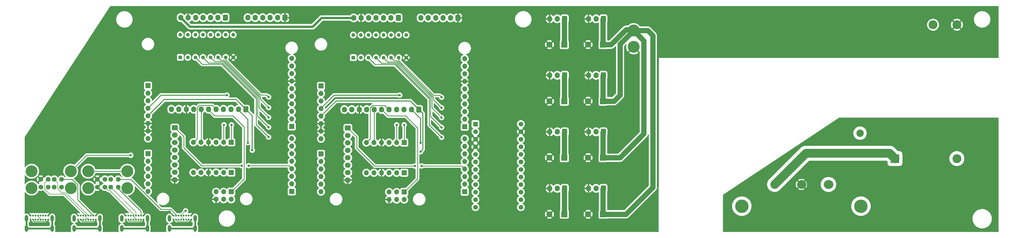
<source format=gbl>
G04 #@! TF.GenerationSoftware,KiCad,Pcbnew,(6.0.1)*
G04 #@! TF.CreationDate,2023-01-17T23:28:05-08:00*
G04 #@! TF.ProjectId,DDRduino2,44445264-7569-46e6-9f32-2e6b69636164,rev?*
G04 #@! TF.SameCoordinates,Original*
G04 #@! TF.FileFunction,Copper,L2,Bot*
G04 #@! TF.FilePolarity,Positive*
%FSLAX46Y46*%
G04 Gerber Fmt 4.6, Leading zero omitted, Abs format (unit mm)*
G04 Created by KiCad (PCBNEW (6.0.1)) date 2023-01-17 23:28:05*
%MOMM*%
%LPD*%
G01*
G04 APERTURE LIST*
G04 Aperture macros list*
%AMRoundRect*
0 Rectangle with rounded corners*
0 $1 Rounding radius*
0 $2 $3 $4 $5 $6 $7 $8 $9 X,Y pos of 4 corners*
0 Add a 4 corners polygon primitive as box body*
4,1,4,$2,$3,$4,$5,$6,$7,$8,$9,$2,$3,0*
0 Add four circle primitives for the rounded corners*
1,1,$1+$1,$2,$3*
1,1,$1+$1,$4,$5*
1,1,$1+$1,$6,$7*
1,1,$1+$1,$8,$9*
0 Add four rect primitives between the rounded corners*
20,1,$1+$1,$2,$3,$4,$5,0*
20,1,$1+$1,$4,$5,$6,$7,0*
20,1,$1+$1,$6,$7,$8,$9,0*
20,1,$1+$1,$8,$9,$2,$3,0*%
G04 Aperture macros list end*
G04 #@! TA.AperFunction,ComponentPad*
%ADD10C,2.700000*%
G04 #@! TD*
G04 #@! TA.AperFunction,ComponentPad*
%ADD11C,4.516000*%
G04 #@! TD*
G04 #@! TA.AperFunction,ComponentPad*
%ADD12C,0.650000*%
G04 #@! TD*
G04 #@! TA.AperFunction,ComponentPad*
%ADD13O,1.108000X2.216000*%
G04 #@! TD*
G04 #@! TA.AperFunction,ComponentPad*
%ADD14R,1.262126X1.262126*%
G04 #@! TD*
G04 #@! TA.AperFunction,ComponentPad*
%ADD15C,1.262126*%
G04 #@! TD*
G04 #@! TA.AperFunction,ComponentPad*
%ADD16C,1.600000*%
G04 #@! TD*
G04 #@! TA.AperFunction,ComponentPad*
%ADD17C,4.000000*%
G04 #@! TD*
G04 #@! TA.AperFunction,ComponentPad*
%ADD18RoundRect,0.250000X0.600000X0.725000X-0.600000X0.725000X-0.600000X-0.725000X0.600000X-0.725000X0*%
G04 #@! TD*
G04 #@! TA.AperFunction,ComponentPad*
%ADD19O,1.700000X1.950000*%
G04 #@! TD*
G04 #@! TA.AperFunction,ComponentPad*
%ADD20R,2.000000X2.000000*%
G04 #@! TD*
G04 #@! TA.AperFunction,ComponentPad*
%ADD21C,2.000000*%
G04 #@! TD*
G04 #@! TA.AperFunction,ComponentPad*
%ADD22R,1.700000X1.700000*%
G04 #@! TD*
G04 #@! TA.AperFunction,ComponentPad*
%ADD23O,1.700000X1.700000*%
G04 #@! TD*
G04 #@! TA.AperFunction,ComponentPad*
%ADD24RoundRect,0.250000X-0.725000X0.600000X-0.725000X-0.600000X0.725000X-0.600000X0.725000X0.600000X0*%
G04 #@! TD*
G04 #@! TA.AperFunction,ComponentPad*
%ADD25O,1.950000X1.700000*%
G04 #@! TD*
G04 #@! TA.AperFunction,ComponentPad*
%ADD26R,2.500000X2.500000*%
G04 #@! TD*
G04 #@! TA.AperFunction,ComponentPad*
%ADD27C,2.500000*%
G04 #@! TD*
G04 #@! TA.AperFunction,ComponentPad*
%ADD28R,1.600000X1.600000*%
G04 #@! TD*
G04 #@! TA.AperFunction,ComponentPad*
%ADD29R,3.000000X3.000000*%
G04 #@! TD*
G04 #@! TA.AperFunction,ComponentPad*
%ADD30C,3.000000*%
G04 #@! TD*
G04 #@! TA.AperFunction,ViaPad*
%ADD31C,0.800000*%
G04 #@! TD*
G04 #@! TA.AperFunction,Conductor*
%ADD32C,3.000000*%
G04 #@! TD*
G04 #@! TA.AperFunction,Conductor*
%ADD33C,0.500000*%
G04 #@! TD*
G04 #@! TA.AperFunction,Conductor*
%ADD34C,0.250000*%
G04 #@! TD*
G04 #@! TA.AperFunction,Conductor*
%ADD35C,0.350000*%
G04 #@! TD*
G04 #@! TA.AperFunction,Conductor*
%ADD36C,0.800000*%
G04 #@! TD*
G04 #@! TA.AperFunction,Conductor*
%ADD37C,1.760000*%
G04 #@! TD*
G04 #@! TA.AperFunction,Conductor*
%ADD38C,0.200000*%
G04 #@! TD*
G04 #@! TA.AperFunction,Conductor*
%ADD39C,0.600000*%
G04 #@! TD*
G04 APERTURE END LIST*
D10*
X319884230Y-155025730D03*
X310884230Y-155025730D03*
X301884230Y-155025730D03*
D11*
X330884230Y-162325730D03*
X290884230Y-162325730D03*
D12*
X52025000Y-165472480D03*
X52875000Y-165472480D03*
X53725000Y-165472480D03*
X54575000Y-165472480D03*
X55425000Y-165472480D03*
X56275000Y-165472480D03*
X57125000Y-165472480D03*
X57975000Y-165472480D03*
X57975000Y-166822480D03*
X57125000Y-166822480D03*
X56275000Y-166822480D03*
X55425000Y-166822480D03*
X54575000Y-166822480D03*
X53725000Y-166822480D03*
X52875000Y-166822480D03*
X52025000Y-166822480D03*
D13*
X50675000Y-166452480D03*
X59325000Y-166452480D03*
X59325000Y-169832480D03*
X50675000Y-169832480D03*
D14*
X102352000Y-112312000D03*
D15*
X104892000Y-112312000D03*
X107432000Y-112312000D03*
X109972000Y-112312000D03*
X112512000Y-112312000D03*
X115052000Y-112312000D03*
X117592000Y-112312000D03*
X120132000Y-112312000D03*
X120132000Y-104692000D03*
X117592000Y-104692000D03*
X115052000Y-104692000D03*
X112512000Y-104692000D03*
X109972000Y-104692000D03*
X107432000Y-104692000D03*
X104892000Y-104692000D03*
X102352000Y-104692000D03*
D14*
X160437480Y-112402480D03*
D15*
X162977480Y-112402480D03*
X165517480Y-112402480D03*
X168057480Y-112402480D03*
X170597480Y-112402480D03*
X173137480Y-112402480D03*
X175677480Y-112402480D03*
X178217480Y-112402480D03*
X178217480Y-104782480D03*
X175677480Y-104782480D03*
X173137480Y-104782480D03*
X170597480Y-104782480D03*
X168057480Y-104782480D03*
X165517480Y-104782480D03*
X162977480Y-104782480D03*
X160437480Y-104782480D03*
D16*
X81500000Y-155904700D03*
X81500000Y-153284700D03*
X79000000Y-155904700D03*
X79000000Y-153284700D03*
X77000000Y-155904700D03*
X77000000Y-153284700D03*
X74500000Y-155904700D03*
X74500000Y-153284700D03*
D17*
X84570000Y-150574700D03*
X71430000Y-150574700D03*
X84570000Y-156254700D03*
X71430000Y-156254700D03*
D18*
X244415865Y-118332480D03*
D19*
X241915865Y-118332480D03*
X239415865Y-118332480D03*
D20*
X244283542Y-127032480D03*
D21*
X239283542Y-127032480D03*
D18*
X244415865Y-156332480D03*
D19*
X241915865Y-156332480D03*
X239415865Y-156332480D03*
D12*
X68025000Y-165472480D03*
X68875000Y-165472480D03*
X69725000Y-165472480D03*
X70575000Y-165472480D03*
X71425000Y-165472480D03*
X72275000Y-165472480D03*
X73125000Y-165472480D03*
X73975000Y-165472480D03*
X73975000Y-166822480D03*
X73125000Y-166822480D03*
X72275000Y-166822480D03*
X71425000Y-166822480D03*
X70575000Y-166822480D03*
X69725000Y-166822480D03*
X68875000Y-166822480D03*
X68025000Y-166822480D03*
D13*
X66675000Y-166452480D03*
X75325000Y-166452480D03*
X75325000Y-169832480D03*
X66675000Y-169832480D03*
D18*
X244415865Y-99332480D03*
D19*
X241915865Y-99332480D03*
X239415865Y-99332480D03*
D20*
X231283542Y-146032480D03*
D21*
X226283542Y-146032480D03*
D22*
X177525480Y-151100480D03*
D23*
X174985480Y-151100480D03*
X172445480Y-151100480D03*
X169905480Y-151100480D03*
X167365480Y-151100480D03*
X164825480Y-151100480D03*
D24*
X100492000Y-135942000D03*
D25*
X100492000Y-138442000D03*
X100492000Y-140942000D03*
X100492000Y-143442000D03*
X100492000Y-145942000D03*
X100492000Y-148442000D03*
X100492000Y-150942000D03*
X100492000Y-153442000D03*
D18*
X175577480Y-99032480D03*
D19*
X173077480Y-99032480D03*
X170577480Y-99032480D03*
X168077480Y-99032480D03*
X165577480Y-99032480D03*
X163077480Y-99032480D03*
X160577480Y-99032480D03*
D18*
X117492000Y-98942000D03*
D19*
X114992000Y-98942000D03*
X112492000Y-98942000D03*
X109992000Y-98942000D03*
X107492000Y-98942000D03*
X104992000Y-98942000D03*
X102492000Y-98942000D03*
D20*
X244283542Y-165032480D03*
D21*
X239283542Y-165032480D03*
D26*
X330577480Y-144532480D03*
D27*
X330577480Y-137782480D03*
D17*
X254577480Y-103282480D03*
X254577480Y-108782480D03*
D18*
X231415865Y-156332480D03*
D19*
X228915865Y-156332480D03*
X226415865Y-156332480D03*
D20*
X244283542Y-108032480D03*
D21*
X239283542Y-108032480D03*
D22*
X119440000Y-151010000D03*
D23*
X116900000Y-151010000D03*
X114360000Y-151010000D03*
X111820000Y-151010000D03*
X109280000Y-151010000D03*
X106740000Y-151010000D03*
D20*
X231283542Y-165032480D03*
D21*
X226283542Y-165032480D03*
D18*
X124360000Y-129742000D03*
D19*
X121860000Y-129742000D03*
X119360000Y-129742000D03*
X116860000Y-129742000D03*
X114360000Y-129742000D03*
X111860000Y-129742000D03*
X109360000Y-129742000D03*
X106860000Y-129742000D03*
X104360000Y-129742000D03*
X101860000Y-129742000D03*
X99360000Y-129742000D03*
D18*
X231415865Y-118332480D03*
D19*
X228915865Y-118332480D03*
X226415865Y-118332480D03*
D18*
X244415865Y-137332480D03*
D19*
X241915865Y-137332480D03*
X239415865Y-137332480D03*
D18*
X137492000Y-98942000D03*
D19*
X134992000Y-98942000D03*
X132492000Y-98942000D03*
X129992000Y-98942000D03*
X127492000Y-98942000D03*
X124992000Y-98942000D03*
D22*
X177525480Y-140940480D03*
D23*
X174985480Y-140940480D03*
X172445480Y-140940480D03*
X169905480Y-140940480D03*
X167365480Y-140940480D03*
X164825480Y-140940480D03*
D12*
X100025000Y-165472480D03*
X100875000Y-165472480D03*
X101725000Y-165472480D03*
X102575000Y-165472480D03*
X103425000Y-165472480D03*
X104275000Y-165472480D03*
X105125000Y-165472480D03*
X105975000Y-165472480D03*
X105975000Y-166822480D03*
X105125000Y-166822480D03*
X104275000Y-166822480D03*
X103425000Y-166822480D03*
X102575000Y-166822480D03*
X101725000Y-166822480D03*
X100875000Y-166822480D03*
X100025000Y-166822480D03*
D13*
X98675000Y-166452480D03*
X107325000Y-166452480D03*
X107325000Y-169832480D03*
X98675000Y-169832480D03*
D12*
X84025000Y-165472480D03*
X84875000Y-165472480D03*
X85725000Y-165472480D03*
X86575000Y-165472480D03*
X87425000Y-165472480D03*
X88275000Y-165472480D03*
X89125000Y-165472480D03*
X89975000Y-165472480D03*
X89975000Y-166822480D03*
X89125000Y-166822480D03*
X88275000Y-166822480D03*
X87425000Y-166822480D03*
X86575000Y-166822480D03*
X85725000Y-166822480D03*
X84875000Y-166822480D03*
X84025000Y-166822480D03*
D13*
X82675000Y-166452480D03*
X91325000Y-166452480D03*
X91325000Y-169832480D03*
X82675000Y-169832480D03*
D20*
X244283542Y-146032480D03*
D21*
X239283542Y-146032480D03*
D18*
X231415865Y-137332480D03*
D19*
X228915865Y-137332480D03*
X226415865Y-137332480D03*
D18*
X182445480Y-129832480D03*
D19*
X179945480Y-129832480D03*
X177445480Y-129832480D03*
X174945480Y-129832480D03*
X172445480Y-129832480D03*
X169945480Y-129832480D03*
X167445480Y-129832480D03*
X164945480Y-129832480D03*
X162445480Y-129832480D03*
X159945480Y-129832480D03*
X157445480Y-129832480D03*
D16*
X201457480Y-137272480D03*
D28*
X201457480Y-134732480D03*
D16*
X201457480Y-144892480D03*
X201457480Y-147432480D03*
X201457480Y-149972480D03*
X201457480Y-152512480D03*
X201457480Y-155052480D03*
X201457480Y-157592480D03*
X201457480Y-160132480D03*
X201457480Y-162672480D03*
X216697480Y-162672480D03*
X216697480Y-157592480D03*
X216697480Y-155052480D03*
X216697480Y-160132480D03*
X216697480Y-152512480D03*
X216697480Y-149972480D03*
X216697480Y-147432480D03*
X216697480Y-144892480D03*
X201457480Y-139812480D03*
X201457480Y-142352480D03*
X216697480Y-137272480D03*
X216697480Y-134732480D03*
X216697480Y-139812480D03*
X216697480Y-142352480D03*
D18*
X195577480Y-99032480D03*
D19*
X193077480Y-99032480D03*
X190577480Y-99032480D03*
X188077480Y-99032480D03*
X185577480Y-99032480D03*
X183077480Y-99032480D03*
D22*
X119440000Y-140850000D03*
D23*
X116900000Y-140850000D03*
X114360000Y-140850000D03*
X111820000Y-140850000D03*
X109280000Y-140850000D03*
X106740000Y-140850000D03*
D16*
X62500000Y-155904700D03*
X62500000Y-153284700D03*
X60000000Y-155904700D03*
X60000000Y-153284700D03*
X58000000Y-155904700D03*
X58000000Y-153284700D03*
X55500000Y-155904700D03*
X55500000Y-153284700D03*
D17*
X65570000Y-150574700D03*
X52430000Y-150574700D03*
X65570000Y-156254700D03*
X52430000Y-156254700D03*
D29*
X342294980Y-146332480D03*
D30*
X363094980Y-146332480D03*
X363094980Y-101332480D03*
X355094980Y-101332480D03*
D20*
X231283542Y-127032480D03*
D21*
X226283542Y-127032480D03*
D18*
X231415865Y-99332480D03*
D19*
X228915865Y-99332480D03*
X226415865Y-99332480D03*
D20*
X231283542Y-108032480D03*
D21*
X226283542Y-108032480D03*
D24*
X158577480Y-136032480D03*
D25*
X158577480Y-138532480D03*
X158577480Y-141032480D03*
X158577480Y-143532480D03*
X158577480Y-146032480D03*
X158577480Y-148532480D03*
X158577480Y-151032480D03*
X158577480Y-153532480D03*
D22*
X197845480Y-135606480D03*
D23*
X197845480Y-133066480D03*
X197845480Y-130526480D03*
X197845480Y-127986480D03*
X197845480Y-125446480D03*
X197845480Y-122906480D03*
X197845480Y-120366480D03*
X197845480Y-117826480D03*
X197845480Y-115286480D03*
X197845480Y-112746480D03*
D22*
X119440000Y-157487000D03*
D23*
X119440000Y-160027000D03*
X116900000Y-157487000D03*
X116900000Y-160027000D03*
X114360000Y-157487000D03*
X114360000Y-160027000D03*
D22*
X139760000Y-157360000D03*
D23*
X139760000Y-154820000D03*
X139760000Y-152280000D03*
X139760000Y-149740000D03*
X139760000Y-147200000D03*
X139760000Y-144660000D03*
X139760000Y-142120000D03*
X139760000Y-139580000D03*
D22*
X197845480Y-157450480D03*
D23*
X197845480Y-154910480D03*
X197845480Y-152370480D03*
X197845480Y-149830480D03*
X197845480Y-147290480D03*
X197845480Y-144750480D03*
X197845480Y-142210480D03*
X197845480Y-139670480D03*
D22*
X177525480Y-157577480D03*
D23*
X177525480Y-160117480D03*
X174985480Y-157577480D03*
X174985480Y-160117480D03*
X172445480Y-157577480D03*
X172445480Y-160117480D03*
D22*
X139760000Y-135516000D03*
D23*
X139760000Y-132976000D03*
X139760000Y-130436000D03*
X139760000Y-127896000D03*
X139760000Y-125356000D03*
X139760000Y-122816000D03*
X139760000Y-120276000D03*
X139760000Y-117736000D03*
X139760000Y-115196000D03*
X139760000Y-112656000D03*
D22*
X149585480Y-121890480D03*
D23*
X149585480Y-124430480D03*
X149585480Y-126970480D03*
X149585480Y-129510480D03*
X149585480Y-132050480D03*
X149585480Y-134590480D03*
X149585480Y-137130480D03*
X149585480Y-139670480D03*
D22*
X91500000Y-144660000D03*
D23*
X91500000Y-147200000D03*
X91500000Y-149740000D03*
X91500000Y-152280000D03*
X91500000Y-154820000D03*
X91500000Y-157360000D03*
D22*
X91500000Y-121800000D03*
D23*
X91500000Y-124340000D03*
X91500000Y-126880000D03*
X91500000Y-129420000D03*
X91500000Y-131960000D03*
X91500000Y-134500000D03*
X91500000Y-137040000D03*
X91500000Y-139580000D03*
D22*
X149585480Y-144750480D03*
D23*
X149585480Y-147290480D03*
X149585480Y-149830480D03*
X149585480Y-152370480D03*
X149585480Y-154910480D03*
X149585480Y-157450480D03*
D31*
X88000000Y-149200000D03*
X88000000Y-157000000D03*
X91500000Y-160500000D03*
X82700000Y-164097480D03*
X98700000Y-164097480D03*
X66700000Y-164097480D03*
X177500000Y-135000000D03*
X175000000Y-135000000D03*
X183000000Y-144000000D03*
X183000000Y-141000000D03*
X176000000Y-125000000D03*
X125282000Y-148724000D03*
X122996000Y-148724000D03*
X183367480Y-148814480D03*
X181081480Y-148814480D03*
X119546701Y-135000000D03*
X117000000Y-135000000D03*
X125000000Y-141000000D03*
X118000000Y-125000000D03*
X126500000Y-143500000D03*
X104124500Y-163900000D03*
X190074980Y-139162480D03*
X190074980Y-135860480D03*
X190074980Y-132558480D03*
X190074980Y-129256480D03*
X190074980Y-125700480D03*
X131989500Y-139072000D03*
X131989500Y-135770000D03*
X131989500Y-132468000D03*
X131989500Y-129166000D03*
X131989500Y-125610000D03*
X85700000Y-145200000D03*
D32*
X340494980Y-144532480D02*
X342294980Y-146332480D01*
X330577480Y-144532480D02*
X340494980Y-144532480D01*
X312377480Y-144532480D02*
X330577480Y-144532480D01*
X301884230Y-155025730D02*
X312377480Y-144532480D01*
D33*
X100025000Y-166822480D02*
X100025000Y-167282099D01*
X52025000Y-166822480D02*
X52025000Y-167282099D01*
X89250969Y-168046511D02*
X89975000Y-167322480D01*
X52025000Y-167282099D02*
X52789412Y-168046511D01*
X105975000Y-167067805D02*
X105975000Y-166822480D01*
X89975000Y-167322480D02*
X89975000Y-166822480D01*
X68025000Y-166822480D02*
X68025000Y-167282099D01*
X57975000Y-167282099D02*
X57975000Y-166822480D01*
X100025000Y-167282099D02*
X100814901Y-168072000D01*
X68789412Y-168046511D02*
X73250969Y-168046511D01*
X100814901Y-168072000D02*
X104970805Y-168072000D01*
X73250969Y-168046511D02*
X73975000Y-167322480D01*
X68025000Y-167282099D02*
X68789412Y-168046511D01*
X73975000Y-167322480D02*
X73975000Y-166822480D01*
X104970805Y-168072000D02*
X105975000Y-167067805D01*
X84025000Y-167282099D02*
X84789412Y-168046511D01*
X84789412Y-168046511D02*
X89250969Y-168046511D01*
X52789412Y-168046511D02*
X57210589Y-168046510D01*
X57210589Y-168046510D02*
X57975000Y-167282099D01*
X84025000Y-166822480D02*
X84025000Y-167282099D01*
D34*
X177525480Y-135025480D02*
X177525480Y-140940480D01*
X177500000Y-135000000D02*
X177525480Y-135025480D01*
X175000000Y-135000000D02*
X174985480Y-135014520D01*
X174985480Y-135014520D02*
X174985480Y-140940480D01*
X167445480Y-140860480D02*
X167365480Y-140940480D01*
X167445480Y-129832480D02*
X167445480Y-140860480D01*
X166120000Y-129371938D02*
X166120000Y-139645960D01*
X166958978Y-128532960D02*
X166120000Y-129371938D01*
X171020960Y-128532960D02*
X166958978Y-128532960D01*
X166120000Y-139645960D02*
X164825480Y-140940480D01*
X172320480Y-129832480D02*
X171020960Y-128532960D01*
X172445480Y-129832480D02*
X172320480Y-129832480D01*
X182000000Y-136000000D02*
X182000000Y-153102960D01*
X172113000Y-132000000D02*
X178000000Y-132000000D01*
X178000000Y-132000000D02*
X182000000Y-136000000D01*
X182000000Y-153102960D02*
X177525480Y-157577480D01*
X169945480Y-129832480D02*
X172113000Y-132000000D01*
D35*
X183774511Y-143225489D02*
X183000000Y-144000000D01*
X154635960Y-127000000D02*
X149585480Y-132050480D01*
X182445480Y-129832480D02*
X179613000Y-127000000D01*
X182445480Y-129832480D02*
X183774511Y-131161511D01*
X179613000Y-127000000D02*
X154635960Y-127000000D01*
X183774511Y-131161511D02*
X183774511Y-143225489D01*
X183000000Y-132887000D02*
X183000000Y-141000000D01*
X154000000Y-125000000D02*
X176000000Y-125000000D01*
X149585480Y-129510480D02*
X149585480Y-129414520D01*
X149585480Y-129414520D02*
X154000000Y-125000000D01*
X179945480Y-129832480D02*
X183000000Y-132887000D01*
D34*
X103492000Y-138942000D02*
X103492000Y-142692000D01*
X138744000Y-148724000D02*
X139760000Y-149740000D01*
X109524000Y-148724000D02*
X122996000Y-148724000D01*
X125282000Y-148724000D02*
X138744000Y-148724000D01*
X103492000Y-142692000D02*
X109524000Y-148724000D01*
X100492000Y-135942000D02*
X103492000Y-138942000D01*
D36*
X149758000Y-99060000D02*
X146818000Y-102000000D01*
X105550000Y-102000000D02*
X102492000Y-98942000D01*
X146818000Y-102000000D02*
X105550000Y-102000000D01*
X160577480Y-99032480D02*
X160549960Y-99060000D01*
X160549960Y-99060000D02*
X149758000Y-99060000D01*
D32*
X319884230Y-155025730D02*
X320084230Y-155025730D01*
X310884230Y-155025730D02*
X311084230Y-155025730D01*
D37*
X258000000Y-138000000D02*
X249967520Y-146032480D01*
X252000000Y-103000000D02*
X246967520Y-108032480D01*
X250000000Y-125000000D02*
X250000000Y-107859960D01*
X246967520Y-108032480D02*
X244283542Y-108032480D01*
X244283542Y-108032480D02*
X244283542Y-99464803D01*
X254577480Y-103282480D02*
X254295000Y-103000000D01*
X244283542Y-127032480D02*
X244283542Y-118464803D01*
X247967520Y-127032480D02*
X250000000Y-125000000D01*
X254577480Y-103282480D02*
X258000000Y-106705000D01*
X261000000Y-156000000D02*
X251967520Y-165032480D01*
X244283542Y-118464803D02*
X244415865Y-118332480D01*
X231283542Y-137464803D02*
X231415865Y-137332480D01*
X244283542Y-137464803D02*
X244415865Y-137332480D01*
X244283542Y-165032480D02*
X244283542Y-156464803D01*
X244283542Y-99464803D02*
X244415865Y-99332480D01*
X244283542Y-146032480D02*
X244283542Y-137464803D01*
X244283542Y-127032480D02*
X247967520Y-127032480D01*
X231283542Y-108032480D02*
X231283542Y-99464803D01*
X259282480Y-103282480D02*
X261000000Y-105000000D01*
X250000000Y-107859960D02*
X254577480Y-103282480D01*
X231283542Y-146032480D02*
X231283542Y-137464803D01*
X231283542Y-156464803D02*
X231415865Y-156332480D01*
X231283542Y-165032480D02*
X231283542Y-156464803D01*
X231283542Y-99464803D02*
X231415865Y-99332480D01*
X249967520Y-146032480D02*
X244283542Y-146032480D01*
X258000000Y-106705000D02*
X258000000Y-138000000D01*
X261000000Y-105000000D02*
X261000000Y-156000000D01*
X254577480Y-103282480D02*
X259282480Y-103282480D01*
X251967520Y-165032480D02*
X244283542Y-165032480D01*
X231283542Y-118464803D02*
X231415865Y-118332480D01*
X231283542Y-127032480D02*
X231283542Y-118464803D01*
X244283542Y-156464803D02*
X244415865Y-156332480D01*
X254295000Y-103000000D02*
X252000000Y-103000000D01*
D34*
X196829480Y-148814480D02*
X197845480Y-149830480D01*
X167609480Y-148814480D02*
X181081480Y-148814480D01*
X161577480Y-142782480D02*
X167609480Y-148814480D01*
X158577480Y-136032480D02*
X161577480Y-139032480D01*
X183367480Y-148814480D02*
X196829480Y-148814480D01*
X161577480Y-139032480D02*
X161577480Y-142782480D01*
X119546701Y-135000000D02*
X119546701Y-140743299D01*
X119546701Y-140743299D02*
X119440000Y-140850000D01*
X117000000Y-135000000D02*
X116900000Y-135100000D01*
X116900000Y-135100000D02*
X116900000Y-140850000D01*
D35*
X95920000Y-125000000D02*
X118000000Y-125000000D01*
X121860000Y-130051000D02*
X121860000Y-129742000D01*
X125000000Y-141000000D02*
X125000000Y-133191000D01*
X125000000Y-133191000D02*
X121860000Y-130051000D01*
X91500000Y-129420000D02*
X95920000Y-125000000D01*
D34*
X109360000Y-129742000D02*
X109360000Y-140770000D01*
X109360000Y-140770000D02*
X109280000Y-140850000D01*
D35*
X96960000Y-126500000D02*
X121118000Y-126500000D01*
X121118000Y-126500000D02*
X124360000Y-129742000D01*
X126500000Y-131882000D02*
X124360000Y-129742000D01*
X91500000Y-131960000D02*
X96960000Y-126500000D01*
X126500000Y-143500000D02*
X126500000Y-131882000D01*
D34*
X101481452Y-167497480D02*
X104518548Y-167497480D01*
X95851959Y-163372969D02*
X99072969Y-163372969D01*
X81500000Y-153284700D02*
X85763690Y-153284700D01*
X85763690Y-153284700D02*
X95851959Y-163372969D01*
X100875000Y-165175000D02*
X100875000Y-165472480D01*
X100875000Y-166822480D02*
X100875000Y-166891028D01*
X100875000Y-166891028D02*
X101481452Y-167497480D01*
X105125000Y-166891028D02*
X105125000Y-166822480D01*
X99072969Y-163372969D02*
X100875000Y-165175000D01*
X104518548Y-167497480D02*
X105125000Y-166891028D01*
D38*
X103199511Y-164847969D02*
X103166318Y-164847969D01*
X102575000Y-165789076D02*
X102575000Y-165472480D01*
X102800489Y-165246991D02*
X102575000Y-165472480D01*
X104124500Y-163900000D02*
X104124500Y-163922980D01*
X103425000Y-166639076D02*
X102575000Y-165789076D01*
X103166318Y-164847969D02*
X102800489Y-165213798D01*
X102800489Y-165213798D02*
X102800489Y-165246991D01*
X104124500Y-163922980D02*
X103199511Y-164847969D01*
X103425000Y-166822480D02*
X103425000Y-166639076D01*
D34*
X108034520Y-139555480D02*
X106740000Y-140850000D01*
X108722538Y-128442480D02*
X108034520Y-129130498D01*
X108034520Y-129130498D02*
X108034520Y-139555480D01*
X114360000Y-129742000D02*
X113060480Y-128442480D01*
X113060480Y-128442480D02*
X108722538Y-128442480D01*
X174365896Y-114706614D02*
X167821614Y-114706614D01*
X190074980Y-139162480D02*
X185907480Y-134994980D01*
X167821614Y-114706614D02*
X165517480Y-112402480D01*
X185907480Y-134994980D02*
X185907480Y-126248198D01*
X185907480Y-126248198D02*
X174365896Y-114706614D01*
X186357000Y-126062000D02*
X186357000Y-132142500D01*
X186357000Y-132142500D02*
X190074980Y-135860480D01*
X169912094Y-114257094D02*
X174552094Y-114257094D01*
X168057480Y-112402480D02*
X169912094Y-114257094D01*
X174552094Y-114257094D02*
X186357000Y-126062000D01*
X174831138Y-113807574D02*
X186806520Y-125782956D01*
X186806520Y-129290020D02*
X186806520Y-125965238D01*
X170597480Y-112402480D02*
X172002574Y-113807574D01*
X190074980Y-132558480D02*
X186806520Y-129290020D01*
X186806520Y-125782956D02*
X186806520Y-126053440D01*
X172002574Y-113807574D02*
X174831138Y-113807574D01*
X175017336Y-113358054D02*
X187327480Y-125668198D01*
X187327480Y-125668198D02*
X187327480Y-126508980D01*
X173137480Y-112402480D02*
X174093054Y-113358054D01*
X174093054Y-113358054D02*
X175017336Y-113358054D01*
X187327480Y-126508980D02*
X190074980Y-129256480D01*
X175677480Y-113382480D02*
X175677480Y-112402480D01*
X190074980Y-125700480D02*
X189406980Y-125032480D01*
X187327480Y-125032480D02*
X175677480Y-113382480D01*
X189406980Y-125032480D02*
X187327480Y-125032480D01*
X120000000Y-132000000D02*
X123720511Y-135720511D01*
X123720511Y-135720511D02*
X123720511Y-153206489D01*
X111860000Y-129944011D02*
X113915989Y-132000000D01*
X113915989Y-132000000D02*
X120000000Y-132000000D01*
X111860000Y-129742000D02*
X111860000Y-129944011D01*
X123720511Y-153206489D02*
X119440000Y-157487000D01*
X109736134Y-114616134D02*
X107432000Y-112312000D01*
X127822000Y-126157718D02*
X116280416Y-114616134D01*
X131989500Y-139072000D02*
X127822000Y-134904500D01*
X127822000Y-134904500D02*
X127822000Y-126157718D01*
X116280416Y-114616134D02*
X109736134Y-114616134D01*
X128271520Y-132052020D02*
X131989500Y-135770000D01*
X111826614Y-114166614D02*
X116466614Y-114166614D01*
X128271520Y-125971520D02*
X128271520Y-132052020D01*
X109972000Y-112312000D02*
X111826614Y-114166614D01*
X116466614Y-114166614D02*
X128271520Y-125971520D01*
X128721040Y-125692476D02*
X128721040Y-125962960D01*
X131989500Y-132468000D02*
X128721040Y-129199540D01*
X128721040Y-129199540D02*
X128721040Y-125874758D01*
X116745658Y-113717094D02*
X128721040Y-125692476D01*
X112512000Y-112312000D02*
X113917094Y-113717094D01*
X113917094Y-113717094D02*
X116745658Y-113717094D01*
X116931856Y-113267574D02*
X129242000Y-125577718D01*
X129242000Y-125577718D02*
X129242000Y-126418500D01*
X116007574Y-113267574D02*
X116931856Y-113267574D01*
X129242000Y-126418500D02*
X131989500Y-129166000D01*
X115052000Y-112312000D02*
X116007574Y-113267574D01*
X129242000Y-124942000D02*
X117592000Y-113292000D01*
X117592000Y-113292000D02*
X117592000Y-112312000D01*
X131321500Y-124942000D02*
X129242000Y-124942000D01*
X131989500Y-125610000D02*
X131321500Y-124942000D01*
D39*
X107325000Y-166452480D02*
X107325000Y-169832480D01*
X107325000Y-169832480D02*
X98675000Y-169832480D01*
D34*
X85224511Y-167471991D02*
X84875000Y-167122480D01*
X81500000Y-156472056D02*
X81500000Y-155904700D01*
X84875000Y-167122480D02*
X84875000Y-166822480D01*
X89125000Y-165472480D02*
X89125000Y-164097056D01*
X89125000Y-166822480D02*
X89125000Y-167282099D01*
X88935108Y-167471991D02*
X85224511Y-167471991D01*
X89125000Y-167282099D02*
X88935108Y-167471991D01*
X89125000Y-164097056D02*
X81500000Y-156472056D01*
D38*
X86575000Y-164975000D02*
X86575000Y-165472480D01*
X86575000Y-165472480D02*
X86575000Y-165752289D01*
X77000000Y-155904700D02*
X78099511Y-157004211D01*
X87425000Y-166602289D02*
X87425000Y-166822480D01*
X86575000Y-165752289D02*
X87425000Y-166602289D01*
X78099511Y-157004211D02*
X78604211Y-157004211D01*
X78604211Y-157004211D02*
X86575000Y-164975000D01*
X87425000Y-164329700D02*
X79000000Y-155904700D01*
X87425000Y-165472480D02*
X87425000Y-164329700D01*
D39*
X91325000Y-169832480D02*
X91325000Y-166452480D01*
X82675000Y-169832480D02*
X91325000Y-169832480D01*
X66675000Y-169832480D02*
X75325000Y-169832480D01*
X75325000Y-169832480D02*
X75325000Y-166452480D01*
X59325000Y-169832480D02*
X50675000Y-169832480D01*
X59325000Y-166452480D02*
X59325000Y-169832480D01*
X50675000Y-169832480D02*
X50675000Y-166452480D01*
D34*
X70944700Y-145200000D02*
X65570000Y-150574700D01*
X85700000Y-145200000D02*
X70944700Y-145200000D01*
X84570000Y-150574700D02*
X71430000Y-150574700D01*
X62500000Y-153284700D02*
X65984700Y-153284700D01*
X72544037Y-164822969D02*
X73125000Y-165403932D01*
X73125000Y-165403932D02*
X73125000Y-165472480D01*
X72935108Y-167471991D02*
X69455963Y-167471991D01*
X68875000Y-166891028D02*
X68875000Y-166822480D01*
X73125000Y-167282099D02*
X72935108Y-167471991D01*
X69455963Y-167471991D02*
X68875000Y-166891028D01*
X72522969Y-164822969D02*
X72544037Y-164822969D01*
X67894511Y-160194511D02*
X72522969Y-164822969D01*
X67894511Y-155194511D02*
X67894511Y-160194511D01*
X65984700Y-153284700D02*
X67894511Y-155194511D01*
X73125000Y-166822480D02*
X73125000Y-167282099D01*
D38*
X70575000Y-165439287D02*
X70575000Y-165472480D01*
X70575000Y-165877290D02*
X71425000Y-166727290D01*
X58465487Y-158265487D02*
X63365487Y-158265487D01*
X56800000Y-154484700D02*
X56800000Y-156600000D01*
X70575000Y-165472480D02*
X70575000Y-165877290D01*
X58000000Y-153284700D02*
X56800000Y-154484700D01*
X71425000Y-166727290D02*
X71425000Y-166822480D01*
X69983682Y-164847969D02*
X70575000Y-165439287D01*
X56800000Y-156600000D02*
X58465487Y-158265487D01*
X69947969Y-164847969D02*
X69983682Y-164847969D01*
X63365487Y-158265487D02*
X69947969Y-164847969D01*
X71425000Y-165425000D02*
X71425000Y-165472480D01*
X60000000Y-153300000D02*
X61200000Y-154500000D01*
X63865967Y-157865967D02*
X71425000Y-165425000D01*
X61200000Y-156500000D02*
X62565967Y-157865967D01*
X60000000Y-153284700D02*
X60000000Y-153300000D01*
X61200000Y-154500000D02*
X61200000Y-156500000D01*
X62565967Y-157865967D02*
X63865967Y-157865967D01*
D34*
X57125000Y-167282099D02*
X56935108Y-167471991D01*
X56935108Y-167471991D02*
X53224511Y-167471991D01*
X53224511Y-167471991D02*
X52875000Y-167122480D01*
X57125000Y-166822480D02*
X57125000Y-167282099D01*
X52875000Y-167122480D02*
X52875000Y-166822480D01*
D38*
X54575000Y-165472480D02*
X54575000Y-165822480D01*
X54575000Y-165822480D02*
X55425000Y-166672480D01*
X55425000Y-166672480D02*
X55425000Y-166822480D01*
G04 #@! TA.AperFunction,Conductor*
G36*
X377011601Y-132552482D02*
G01*
X377058094Y-132606138D01*
X377069480Y-132658480D01*
X377069480Y-170898480D01*
X377049478Y-170966601D01*
X376995822Y-171013094D01*
X376943480Y-171024480D01*
X284703480Y-171024480D01*
X284635359Y-171004478D01*
X284588866Y-170950822D01*
X284577480Y-170898480D01*
X284577480Y-166430224D01*
X368323643Y-166430224D01*
X368323725Y-166433692D01*
X368328463Y-166634736D01*
X368332072Y-166787899D01*
X368379700Y-167142489D01*
X368380536Y-167145853D01*
X368380536Y-167145855D01*
X368430100Y-167345386D01*
X368465950Y-167489712D01*
X368589782Y-167825372D01*
X368669893Y-167985698D01*
X368748154Y-168142324D01*
X368748158Y-168142331D01*
X368749700Y-168145417D01*
X368943771Y-168445981D01*
X369039673Y-168563778D01*
X369167468Y-168720751D01*
X369167475Y-168720758D01*
X369169653Y-168723434D01*
X369424617Y-168974424D01*
X369705583Y-169195920D01*
X370009158Y-169385246D01*
X370012284Y-169386747D01*
X370012293Y-169386752D01*
X370181721Y-169468110D01*
X370331676Y-169540117D01*
X370334945Y-169541265D01*
X370665981Y-169657517D01*
X370665989Y-169657519D01*
X370669240Y-169658661D01*
X370672602Y-169659440D01*
X370672608Y-169659442D01*
X370811151Y-169691554D01*
X371017775Y-169739447D01*
X371021192Y-169739851D01*
X371021201Y-169739853D01*
X371370365Y-169781179D01*
X371373069Y-169781499D01*
X371375784Y-169781584D01*
X371375793Y-169781585D01*
X371400749Y-169782369D01*
X371420194Y-169782980D01*
X371667297Y-169782980D01*
X371669016Y-169782885D01*
X371669031Y-169782885D01*
X371811169Y-169775062D01*
X371934714Y-169768263D01*
X371938126Y-169767695D01*
X371938136Y-169767694D01*
X372181435Y-169727197D01*
X372287633Y-169709521D01*
X372631975Y-169612407D01*
X372963580Y-169478093D01*
X373139069Y-169383404D01*
X373275394Y-169309847D01*
X373275398Y-169309844D01*
X373278444Y-169308201D01*
X373440902Y-169195920D01*
X373569923Y-169106749D01*
X373569929Y-169106745D01*
X373572764Y-169104785D01*
X373842984Y-168870299D01*
X373976499Y-168725864D01*
X374083494Y-168610117D01*
X374085842Y-168607577D01*
X374203218Y-168448663D01*
X374296340Y-168322586D01*
X374296345Y-168322578D01*
X374298403Y-168319792D01*
X374478101Y-168010420D01*
X374622765Y-167683197D01*
X374730647Y-167342076D01*
X374800446Y-166991176D01*
X374831317Y-166634736D01*
X374826579Y-166433692D01*
X374822970Y-166280525D01*
X374822969Y-166280518D01*
X374822888Y-166277061D01*
X374775260Y-165922471D01*
X374725683Y-165722884D01*
X374689847Y-165578616D01*
X374689845Y-165578609D01*
X374689010Y-165575248D01*
X374565178Y-165239588D01*
X374474302Y-165057718D01*
X374406806Y-164922636D01*
X374406802Y-164922629D01*
X374405260Y-164919543D01*
X374211189Y-164618979D01*
X374081899Y-164460171D01*
X373987492Y-164344209D01*
X373987485Y-164344202D01*
X373985307Y-164341526D01*
X373932585Y-164289625D01*
X373833810Y-164192390D01*
X373730343Y-164090536D01*
X373607452Y-163993656D01*
X373452100Y-163871187D01*
X373449377Y-163869040D01*
X373145802Y-163679714D01*
X373142676Y-163678213D01*
X373142667Y-163678208D01*
X372973239Y-163596850D01*
X372823284Y-163524843D01*
X372820015Y-163523695D01*
X372488979Y-163407443D01*
X372488971Y-163407441D01*
X372485720Y-163406299D01*
X372482358Y-163405520D01*
X372482352Y-163405518D01*
X372270367Y-163356383D01*
X372137185Y-163325513D01*
X372133768Y-163325109D01*
X372133759Y-163325107D01*
X371784595Y-163283781D01*
X371784594Y-163283781D01*
X371781891Y-163283461D01*
X371779176Y-163283376D01*
X371779167Y-163283375D01*
X371754211Y-163282591D01*
X371734766Y-163281980D01*
X371487663Y-163281980D01*
X371485944Y-163282075D01*
X371485929Y-163282075D01*
X371343791Y-163289898D01*
X371220246Y-163296697D01*
X371216834Y-163297265D01*
X371216824Y-163297266D01*
X370973525Y-163337763D01*
X370867327Y-163355439D01*
X370522985Y-163452553D01*
X370191380Y-163586867D01*
X370188328Y-163588514D01*
X369879566Y-163755113D01*
X369879562Y-163755116D01*
X369876516Y-163756759D01*
X369873668Y-163758728D01*
X369873667Y-163758728D01*
X369585037Y-163958211D01*
X369585031Y-163958215D01*
X369582196Y-163960175D01*
X369311976Y-164194661D01*
X369309628Y-164197201D01*
X369309626Y-164197203D01*
X369176215Y-164341526D01*
X369069118Y-164457383D01*
X369067059Y-164460171D01*
X368858620Y-164742374D01*
X368858615Y-164742382D01*
X368856557Y-164745168D01*
X368854818Y-164748162D01*
X368854816Y-164748165D01*
X368821499Y-164805524D01*
X368676859Y-165054540D01*
X368532195Y-165381763D01*
X368424313Y-165722884D01*
X368354514Y-166073784D01*
X368323643Y-166430224D01*
X284577480Y-166430224D01*
X284577480Y-162314339D01*
X287620964Y-162314339D01*
X287638821Y-162666836D01*
X287639358Y-162670191D01*
X287639359Y-162670197D01*
X287678187Y-162912608D01*
X287694642Y-163015343D01*
X287787776Y-163355783D01*
X287800527Y-163388152D01*
X287915377Y-163679714D01*
X287917133Y-163684173D01*
X287918716Y-163687188D01*
X288079614Y-163993656D01*
X288079619Y-163993664D01*
X288081198Y-163996672D01*
X288083092Y-163999490D01*
X288083097Y-163999499D01*
X288212715Y-164192390D01*
X288278054Y-164289625D01*
X288505397Y-164559603D01*
X288507857Y-164561954D01*
X288507860Y-164561957D01*
X288758105Y-164801096D01*
X288758112Y-164801102D01*
X288760568Y-164803449D01*
X289040581Y-165018311D01*
X289043499Y-165020085D01*
X289339247Y-165199903D01*
X289339252Y-165199906D01*
X289342162Y-165201675D01*
X289345250Y-165203121D01*
X289345249Y-165203121D01*
X289658698Y-165349952D01*
X289658708Y-165349956D01*
X289661782Y-165351396D01*
X289665000Y-165352498D01*
X289665003Y-165352499D01*
X289992471Y-165464617D01*
X289992475Y-165464618D01*
X289995702Y-165465723D01*
X289999032Y-165466473D01*
X289999041Y-165466476D01*
X290242394Y-165521317D01*
X290340016Y-165543317D01*
X290343401Y-165543703D01*
X290343409Y-165543704D01*
X290687313Y-165582887D01*
X290687321Y-165582887D01*
X290690696Y-165583272D01*
X290694100Y-165583290D01*
X290694103Y-165583290D01*
X290885857Y-165584294D01*
X291043641Y-165585120D01*
X291047027Y-165584770D01*
X291047029Y-165584770D01*
X291391328Y-165549191D01*
X291391337Y-165549190D01*
X291394720Y-165548840D01*
X291398053Y-165548126D01*
X291398056Y-165548125D01*
X291567922Y-165511709D01*
X291739828Y-165474855D01*
X292074927Y-165364031D01*
X292396097Y-165217666D01*
X292489635Y-165162127D01*
X292696637Y-165039219D01*
X292696642Y-165039216D01*
X292699582Y-165037470D01*
X292725100Y-165018311D01*
X292979097Y-164827604D01*
X292981830Y-164825552D01*
X293239540Y-164584391D01*
X293469698Y-164316808D01*
X293669610Y-164025933D01*
X293671222Y-164022939D01*
X293671227Y-164022931D01*
X293813485Y-163758728D01*
X293836939Y-163715170D01*
X293969728Y-163388152D01*
X293978046Y-163358953D01*
X294065487Y-163051984D01*
X294066421Y-163048706D01*
X294125889Y-162700803D01*
X294128175Y-162663441D01*
X294147326Y-162350310D01*
X294147436Y-162348512D01*
X294147516Y-162325730D01*
X294146899Y-162314339D01*
X327620964Y-162314339D01*
X327638821Y-162666836D01*
X327639358Y-162670191D01*
X327639359Y-162670197D01*
X327678187Y-162912608D01*
X327694642Y-163015343D01*
X327787776Y-163355783D01*
X327800527Y-163388152D01*
X327915377Y-163679714D01*
X327917133Y-163684173D01*
X327918716Y-163687188D01*
X328079614Y-163993656D01*
X328079619Y-163993664D01*
X328081198Y-163996672D01*
X328083092Y-163999490D01*
X328083097Y-163999499D01*
X328212715Y-164192390D01*
X328278054Y-164289625D01*
X328505397Y-164559603D01*
X328507857Y-164561954D01*
X328507860Y-164561957D01*
X328758105Y-164801096D01*
X328758112Y-164801102D01*
X328760568Y-164803449D01*
X329040581Y-165018311D01*
X329043499Y-165020085D01*
X329339247Y-165199903D01*
X329339252Y-165199906D01*
X329342162Y-165201675D01*
X329345250Y-165203121D01*
X329345249Y-165203121D01*
X329658698Y-165349952D01*
X329658708Y-165349956D01*
X329661782Y-165351396D01*
X329665000Y-165352498D01*
X329665003Y-165352499D01*
X329992471Y-165464617D01*
X329992475Y-165464618D01*
X329995702Y-165465723D01*
X329999032Y-165466473D01*
X329999041Y-165466476D01*
X330242394Y-165521317D01*
X330340016Y-165543317D01*
X330343401Y-165543703D01*
X330343409Y-165543704D01*
X330687313Y-165582887D01*
X330687321Y-165582887D01*
X330690696Y-165583272D01*
X330694100Y-165583290D01*
X330694103Y-165583290D01*
X330885857Y-165584294D01*
X331043641Y-165585120D01*
X331047027Y-165584770D01*
X331047029Y-165584770D01*
X331391328Y-165549191D01*
X331391337Y-165549190D01*
X331394720Y-165548840D01*
X331398053Y-165548126D01*
X331398056Y-165548125D01*
X331567922Y-165511709D01*
X331739828Y-165474855D01*
X332074927Y-165364031D01*
X332396097Y-165217666D01*
X332489635Y-165162127D01*
X332696637Y-165039219D01*
X332696642Y-165039216D01*
X332699582Y-165037470D01*
X332725100Y-165018311D01*
X332979097Y-164827604D01*
X332981830Y-164825552D01*
X333239540Y-164584391D01*
X333469698Y-164316808D01*
X333669610Y-164025933D01*
X333671222Y-164022939D01*
X333671227Y-164022931D01*
X333813485Y-163758728D01*
X333836939Y-163715170D01*
X333969728Y-163388152D01*
X333978046Y-163358953D01*
X334065487Y-163051984D01*
X334066421Y-163048706D01*
X334125889Y-162700803D01*
X334128175Y-162663441D01*
X334147326Y-162350310D01*
X334147436Y-162348512D01*
X334147516Y-162325730D01*
X334128429Y-161973297D01*
X334071391Y-161624987D01*
X333977069Y-161284875D01*
X333974079Y-161277360D01*
X333847827Y-160960102D01*
X333846568Y-160956938D01*
X333681412Y-160645013D01*
X333674809Y-160635260D01*
X333485441Y-160355564D01*
X333485434Y-160355555D01*
X333483535Y-160352750D01*
X333481339Y-160350160D01*
X333481334Y-160350154D01*
X333392945Y-160245931D01*
X333255251Y-160083567D01*
X332999231Y-159840613D01*
X332996524Y-159838551D01*
X332996516Y-159838544D01*
X332838039Y-159717818D01*
X332718469Y-159626730D01*
X332416250Y-159444419D01*
X332413160Y-159442985D01*
X332413155Y-159442982D01*
X332256179Y-159370117D01*
X332096109Y-159295815D01*
X332092884Y-159294723D01*
X332092878Y-159294721D01*
X331765028Y-159183750D01*
X331765023Y-159183748D01*
X331761792Y-159182655D01*
X331748062Y-159179611D01*
X331678960Y-159164292D01*
X331417209Y-159106263D01*
X331292583Y-159092504D01*
X331069773Y-159067905D01*
X331069768Y-159067905D01*
X331066392Y-159067532D01*
X331062993Y-159067526D01*
X331062992Y-159067526D01*
X330896519Y-159067236D01*
X330713443Y-159066916D01*
X330582436Y-159080917D01*
X330365876Y-159104060D01*
X330365870Y-159104061D01*
X330362492Y-159104422D01*
X330017644Y-159179611D01*
X329682934Y-159291603D01*
X329362277Y-159439089D01*
X329059424Y-159620343D01*
X328777917Y-159833245D01*
X328521050Y-160075304D01*
X328291828Y-160343689D01*
X328092932Y-160635260D01*
X327926688Y-160946606D01*
X327925413Y-160949778D01*
X327925411Y-160949782D01*
X327921263Y-160960102D01*
X327795043Y-161274085D01*
X327699534Y-161613866D01*
X327698973Y-161617219D01*
X327698972Y-161617223D01*
X327641844Y-161958610D01*
X327641281Y-161961975D01*
X327620964Y-162314339D01*
X294146899Y-162314339D01*
X294128429Y-161973297D01*
X294071391Y-161624987D01*
X293977069Y-161284875D01*
X293974079Y-161277360D01*
X293847827Y-160960102D01*
X293846568Y-160956938D01*
X293681412Y-160645013D01*
X293674809Y-160635260D01*
X293485441Y-160355564D01*
X293485434Y-160355555D01*
X293483535Y-160352750D01*
X293481339Y-160350160D01*
X293481334Y-160350154D01*
X293392945Y-160245931D01*
X293255251Y-160083567D01*
X292999231Y-159840613D01*
X292996524Y-159838551D01*
X292996516Y-159838544D01*
X292838039Y-159717818D01*
X292718469Y-159626730D01*
X292416250Y-159444419D01*
X292413160Y-159442985D01*
X292413155Y-159442982D01*
X292256179Y-159370117D01*
X292096109Y-159295815D01*
X292092884Y-159294723D01*
X292092878Y-159294721D01*
X291765028Y-159183750D01*
X291765023Y-159183748D01*
X291761792Y-159182655D01*
X291748062Y-159179611D01*
X291678960Y-159164292D01*
X291417209Y-159106263D01*
X291292583Y-159092504D01*
X291069773Y-159067905D01*
X291069768Y-159067905D01*
X291066392Y-159067532D01*
X291062993Y-159067526D01*
X291062992Y-159067526D01*
X290896519Y-159067236D01*
X290713443Y-159066916D01*
X290582436Y-159080917D01*
X290365876Y-159104060D01*
X290365870Y-159104061D01*
X290362492Y-159104422D01*
X290017644Y-159179611D01*
X289682934Y-159291603D01*
X289362277Y-159439089D01*
X289059424Y-159620343D01*
X288777917Y-159833245D01*
X288521050Y-160075304D01*
X288291828Y-160343689D01*
X288092932Y-160635260D01*
X287926688Y-160946606D01*
X287925413Y-160949778D01*
X287925411Y-160949782D01*
X287921263Y-160960102D01*
X287795043Y-161274085D01*
X287699534Y-161613866D01*
X287698973Y-161617219D01*
X287698972Y-161617223D01*
X287641844Y-161958610D01*
X287641281Y-161961975D01*
X287620964Y-162314339D01*
X284577480Y-162314339D01*
X284577480Y-158599913D01*
X284597482Y-158531792D01*
X284633588Y-158495075D01*
X289955652Y-154947032D01*
X299380023Y-154947032D01*
X299380147Y-154950984D01*
X299380147Y-154950989D01*
X299385196Y-155111663D01*
X299389905Y-155261513D01*
X299439125Y-155572275D01*
X299440229Y-155576075D01*
X299488598Y-155742561D01*
X299526906Y-155874419D01*
X299651863Y-156163178D01*
X299812026Y-156433999D01*
X299814452Y-156437127D01*
X299814453Y-156437128D01*
X299859490Y-156495189D01*
X300004869Y-156682610D01*
X300227350Y-156905091D01*
X300475961Y-157097934D01*
X300614796Y-157180041D01*
X300743374Y-157256082D01*
X300743380Y-157256085D01*
X300746782Y-157258097D01*
X301035541Y-157383054D01*
X301039337Y-157384157D01*
X301039343Y-157384159D01*
X301205931Y-157432557D01*
X301337685Y-157470835D01*
X301341586Y-157471453D01*
X301341591Y-157471454D01*
X301589218Y-157510674D01*
X301648447Y-157520055D01*
X301791587Y-157524553D01*
X301958970Y-157529813D01*
X301958976Y-157529813D01*
X301962928Y-157529937D01*
X302119548Y-157515133D01*
X302272226Y-157500701D01*
X302272232Y-157500700D01*
X302276168Y-157500328D01*
X302405342Y-157471454D01*
X302579358Y-157432557D01*
X302579364Y-157432555D01*
X302583226Y-157431692D01*
X302792195Y-157356459D01*
X302875535Y-157326455D01*
X302875538Y-157326454D01*
X302879262Y-157325113D01*
X303159605Y-157182271D01*
X303162882Y-157180044D01*
X303162887Y-157180041D01*
X303287274Y-157095507D01*
X303419835Y-157005419D01*
X303596784Y-156849417D01*
X303938208Y-156507993D01*
X309767134Y-156507993D01*
X309774524Y-156518296D01*
X309809685Y-156546922D01*
X309816961Y-156552035D01*
X310034744Y-156683151D01*
X310042658Y-156687184D01*
X310276753Y-156786311D01*
X310285158Y-156789188D01*
X310530880Y-156854340D01*
X310539612Y-156856006D01*
X310792065Y-156885885D01*
X310800933Y-156886303D01*
X311055073Y-156880314D01*
X311063928Y-156879477D01*
X311314689Y-156837739D01*
X311323323Y-156835666D01*
X311565707Y-156759010D01*
X311573969Y-156755739D01*
X311803125Y-156645700D01*
X311810849Y-156641294D01*
X311993448Y-156519286D01*
X312001736Y-156509368D01*
X311994479Y-156495189D01*
X310897042Y-155397752D01*
X310883098Y-155390138D01*
X310881265Y-155390269D01*
X310874650Y-155394520D01*
X309774300Y-156494870D01*
X309767134Y-156507993D01*
X303938208Y-156507993D01*
X305474529Y-154971672D01*
X309022578Y-154971672D01*
X309032558Y-155225690D01*
X309033532Y-155234514D01*
X309079208Y-155484605D01*
X309081412Y-155493192D01*
X309161866Y-155734343D01*
X309165270Y-155742561D01*
X309278897Y-155969965D01*
X309283415Y-155977604D01*
X309391524Y-156134026D01*
X309401842Y-156142377D01*
X309415497Y-156135253D01*
X310512208Y-155038542D01*
X310518586Y-155026862D01*
X311248638Y-155026862D01*
X311248769Y-155028695D01*
X311253020Y-155035310D01*
X312354257Y-156136547D01*
X312367658Y-156143865D01*
X312377559Y-156136879D01*
X312388357Y-156124035D01*
X312393583Y-156116840D01*
X312528097Y-155901155D01*
X312532268Y-155893277D01*
X312635047Y-155660795D01*
X312638063Y-155652418D01*
X312707062Y-155407764D01*
X312708866Y-155399056D01*
X312737880Y-155183048D01*
X317383730Y-155183048D01*
X317423164Y-155495203D01*
X317424150Y-155499042D01*
X317500424Y-155796113D01*
X317500427Y-155796121D01*
X317501411Y-155799955D01*
X317617236Y-156092496D01*
X317619137Y-156095955D01*
X317619139Y-156095958D01*
X317686858Y-156219137D01*
X317768814Y-156368214D01*
X317771142Y-156371418D01*
X317771145Y-156371423D01*
X317902367Y-156552035D01*
X317953752Y-156622760D01*
X318169136Y-156852120D01*
X318172187Y-156854644D01*
X318172188Y-156854645D01*
X318290351Y-156952398D01*
X318411567Y-157052677D01*
X318677223Y-157221267D01*
X318680802Y-157222951D01*
X318680809Y-157222955D01*
X318958325Y-157353544D01*
X318958329Y-157353546D01*
X318961915Y-157355233D01*
X319261151Y-157452461D01*
X319570215Y-157511418D01*
X319663719Y-157517301D01*
X319803652Y-157526105D01*
X319803668Y-157526106D01*
X319805647Y-157526230D01*
X320162813Y-157526230D01*
X320164792Y-157526106D01*
X320164808Y-157526105D01*
X320304741Y-157517301D01*
X320398245Y-157511418D01*
X320707309Y-157452461D01*
X321006545Y-157355233D01*
X321010131Y-157353546D01*
X321010135Y-157353544D01*
X321287651Y-157222955D01*
X321287658Y-157222951D01*
X321291237Y-157221267D01*
X321556893Y-157052677D01*
X321678109Y-156952398D01*
X321796272Y-156854645D01*
X321796273Y-156854644D01*
X321799324Y-156852120D01*
X322014708Y-156622760D01*
X322066093Y-156552035D01*
X322197315Y-156371423D01*
X322197318Y-156371418D01*
X322199646Y-156368214D01*
X322281602Y-156219137D01*
X322349321Y-156095958D01*
X322349323Y-156095955D01*
X322351224Y-156092496D01*
X322467049Y-155799955D01*
X322468033Y-155796121D01*
X322468036Y-155796113D01*
X322544310Y-155499042D01*
X322545296Y-155495203D01*
X322584730Y-155183048D01*
X322584730Y-154868412D01*
X322545296Y-154556257D01*
X322470093Y-154263360D01*
X322468036Y-154255347D01*
X322468033Y-154255339D01*
X322467049Y-154251505D01*
X322351224Y-153958964D01*
X322327966Y-153916657D01*
X322238481Y-153753886D01*
X322199646Y-153683246D01*
X322108208Y-153557391D01*
X322017036Y-153431904D01*
X322017035Y-153431902D01*
X322014708Y-153428700D01*
X321799324Y-153199340D01*
X321784315Y-153186923D01*
X321559945Y-153001308D01*
X321556893Y-152998783D01*
X321291237Y-152830193D01*
X321287658Y-152828509D01*
X321287651Y-152828505D01*
X321010135Y-152697916D01*
X321010131Y-152697914D01*
X321006545Y-152696227D01*
X320707309Y-152598999D01*
X320398245Y-152540042D01*
X320304741Y-152534159D01*
X320164808Y-152525355D01*
X320164792Y-152525354D01*
X320162813Y-152525230D01*
X319805647Y-152525230D01*
X319803668Y-152525354D01*
X319803652Y-152525355D01*
X319663719Y-152534159D01*
X319570215Y-152540042D01*
X319261151Y-152598999D01*
X318961915Y-152696227D01*
X318958329Y-152697914D01*
X318958325Y-152697916D01*
X318680809Y-152828505D01*
X318680802Y-152828509D01*
X318677223Y-152830193D01*
X318411567Y-152998783D01*
X318408515Y-153001308D01*
X318184146Y-153186923D01*
X318169136Y-153199340D01*
X317953752Y-153428700D01*
X317951425Y-153431902D01*
X317951424Y-153431904D01*
X317860253Y-153557391D01*
X317768814Y-153683246D01*
X317729979Y-153753886D01*
X317640495Y-153916657D01*
X317617236Y-153958964D01*
X317501411Y-154251505D01*
X317500427Y-154255339D01*
X317500424Y-154255347D01*
X317498367Y-154263360D01*
X317423164Y-154556257D01*
X317383730Y-154868412D01*
X317383730Y-155183048D01*
X312737880Y-155183048D01*
X312742873Y-155145875D01*
X312743401Y-155139482D01*
X312746875Y-155028952D01*
X312746748Y-155022509D01*
X312728708Y-154767716D01*
X312727455Y-154758913D01*
X312673950Y-154510392D01*
X312671471Y-154501859D01*
X312583484Y-154263360D01*
X312579829Y-154255265D01*
X312459111Y-154031537D01*
X312454352Y-154024039D01*
X312376234Y-153918275D01*
X312365106Y-153909833D01*
X312352513Y-153916657D01*
X311256252Y-155012918D01*
X311248638Y-155026862D01*
X310518586Y-155026862D01*
X310519822Y-155024598D01*
X310519691Y-155022765D01*
X310515440Y-155016150D01*
X309415653Y-153916363D01*
X309402812Y-153909351D01*
X309392123Y-153917146D01*
X309346345Y-153975215D01*
X309341352Y-153982563D01*
X309213670Y-154202385D01*
X309209762Y-154210359D01*
X309114327Y-154445977D01*
X309111578Y-154454439D01*
X309050297Y-154701143D01*
X309048768Y-154709904D01*
X309022857Y-154962789D01*
X309022578Y-154971672D01*
X305474529Y-154971672D01*
X306901938Y-153544263D01*
X309768119Y-153544263D01*
X309775099Y-153557389D01*
X310871418Y-154653708D01*
X310885362Y-154661322D01*
X310887195Y-154661191D01*
X310893810Y-154656940D01*
X311993359Y-153557391D01*
X312000213Y-153544839D01*
X311992006Y-153533769D01*
X311910460Y-153471535D01*
X311903031Y-153466655D01*
X311681235Y-153342443D01*
X311673201Y-153338662D01*
X311436095Y-153246933D01*
X311427622Y-153244326D01*
X311179966Y-153186923D01*
X311171190Y-153185533D01*
X310917921Y-153163598D01*
X310909050Y-153163458D01*
X310655206Y-153177428D01*
X310646404Y-153178540D01*
X310397062Y-153228138D01*
X310388509Y-153230478D01*
X310148651Y-153314708D01*
X310140485Y-153318242D01*
X309914899Y-153435426D01*
X309907327Y-153440065D01*
X309776522Y-153533540D01*
X309768119Y-153544263D01*
X306901938Y-153544263D01*
X313376316Y-147069885D01*
X313438628Y-147035859D01*
X313465411Y-147032980D01*
X339407049Y-147032980D01*
X339475170Y-147052982D01*
X339496144Y-147069885D01*
X339757575Y-147331316D01*
X339791601Y-147393628D01*
X339794480Y-147420411D01*
X339794480Y-147890296D01*
X339805214Y-148010567D01*
X339861239Y-148205950D01*
X339955407Y-148386076D01*
X340083871Y-148543589D01*
X340241384Y-148672053D01*
X340421510Y-148766221D01*
X340616893Y-148822246D01*
X340648525Y-148825069D01*
X340734371Y-148832731D01*
X340734377Y-148832731D01*
X340737164Y-148832980D01*
X342171122Y-148832980D01*
X342182979Y-148833539D01*
X342216282Y-148836687D01*
X342220234Y-148836563D01*
X342220240Y-148836563D01*
X342332279Y-148833042D01*
X342336236Y-148832980D01*
X343852796Y-148832980D01*
X343855583Y-148832731D01*
X343855589Y-148832731D01*
X343941435Y-148825069D01*
X343973067Y-148822246D01*
X344168450Y-148766221D01*
X344348576Y-148672053D01*
X344506089Y-148543589D01*
X344634553Y-148386076D01*
X344728721Y-148205950D01*
X344784746Y-148010567D01*
X344795480Y-147890296D01*
X344795480Y-146373736D01*
X344795542Y-146369779D01*
X344796714Y-146332480D01*
X360589536Y-146332480D01*
X360609292Y-146646495D01*
X360668249Y-146955559D01*
X360765477Y-147254795D01*
X360767164Y-147258381D01*
X360767166Y-147258385D01*
X360897755Y-147535901D01*
X360897759Y-147535908D01*
X360899443Y-147539487D01*
X361068033Y-147805143D01*
X361268590Y-148047574D01*
X361497950Y-148262958D01*
X361501152Y-148265285D01*
X361501154Y-148265286D01*
X361749287Y-148445565D01*
X361749292Y-148445568D01*
X361752496Y-148447896D01*
X362028214Y-148599474D01*
X362187617Y-148662586D01*
X362317072Y-148713841D01*
X362317075Y-148713842D01*
X362320755Y-148715299D01*
X362324589Y-148716283D01*
X362324597Y-148716286D01*
X362507562Y-148763263D01*
X362625507Y-148793546D01*
X362629435Y-148794042D01*
X362629439Y-148794043D01*
X362753355Y-148809697D01*
X362937662Y-148832980D01*
X363252298Y-148832980D01*
X363436605Y-148809697D01*
X363560521Y-148794043D01*
X363560525Y-148794042D01*
X363564453Y-148793546D01*
X363682398Y-148763263D01*
X363865363Y-148716286D01*
X363865371Y-148716283D01*
X363869205Y-148715299D01*
X363872885Y-148713842D01*
X363872888Y-148713841D01*
X364002343Y-148662586D01*
X364161746Y-148599474D01*
X364437464Y-148447896D01*
X364440668Y-148445568D01*
X364440673Y-148445565D01*
X364688806Y-148265286D01*
X364688808Y-148265285D01*
X364692010Y-148262958D01*
X364921370Y-148047574D01*
X365121927Y-147805143D01*
X365290517Y-147539487D01*
X365292201Y-147535908D01*
X365292205Y-147535901D01*
X365422794Y-147258385D01*
X365422796Y-147258381D01*
X365424483Y-147254795D01*
X365521711Y-146955559D01*
X365580668Y-146646495D01*
X365600424Y-146332480D01*
X365580668Y-146018465D01*
X365521711Y-145709401D01*
X365424483Y-145410165D01*
X365422794Y-145406575D01*
X365292205Y-145129059D01*
X365292201Y-145129052D01*
X365290517Y-145125473D01*
X365121927Y-144859817D01*
X364921370Y-144617386D01*
X364692010Y-144402002D01*
X364688806Y-144399674D01*
X364440673Y-144219395D01*
X364440668Y-144219392D01*
X364437464Y-144217064D01*
X364161746Y-144065486D01*
X363970966Y-143989951D01*
X363872888Y-143951119D01*
X363872885Y-143951118D01*
X363869205Y-143949661D01*
X363865371Y-143948677D01*
X363865363Y-143948674D01*
X363664022Y-143896979D01*
X363564453Y-143871414D01*
X363560525Y-143870918D01*
X363560521Y-143870917D01*
X363436605Y-143855263D01*
X363252298Y-143831980D01*
X362937662Y-143831980D01*
X362753355Y-143855263D01*
X362629439Y-143870917D01*
X362629435Y-143870918D01*
X362625507Y-143871414D01*
X362525938Y-143896979D01*
X362324597Y-143948674D01*
X362324589Y-143948677D01*
X362320755Y-143949661D01*
X362317075Y-143951118D01*
X362317072Y-143951119D01*
X362218994Y-143989951D01*
X362028214Y-144065486D01*
X361752496Y-144217064D01*
X361749292Y-144219392D01*
X361749287Y-144219395D01*
X361501154Y-144399674D01*
X361497950Y-144402002D01*
X361268590Y-144617386D01*
X361068033Y-144859817D01*
X360899443Y-145125473D01*
X360897759Y-145129052D01*
X360897755Y-145129059D01*
X360767166Y-145406575D01*
X360765477Y-145410165D01*
X360668249Y-145709401D01*
X360609292Y-146018465D01*
X360589536Y-146332480D01*
X344796714Y-146332480D01*
X344799063Y-146257739D01*
X344799063Y-146257734D01*
X344799187Y-146253782D01*
X344796039Y-146220479D01*
X344795480Y-146208622D01*
X344795480Y-144774664D01*
X344784746Y-144654393D01*
X344728721Y-144459010D01*
X344634553Y-144278884D01*
X344506089Y-144121371D01*
X344348576Y-143992907D01*
X344168450Y-143898739D01*
X343973067Y-143842714D01*
X343941435Y-143839891D01*
X343855589Y-143832229D01*
X343855583Y-143832229D01*
X343852796Y-143831980D01*
X343382911Y-143831980D01*
X343314790Y-143811978D01*
X343293816Y-143795075D01*
X342292288Y-142793547D01*
X342289533Y-142790705D01*
X342212785Y-142708977D01*
X342210074Y-142706090D01*
X342207021Y-142703564D01*
X342120670Y-142632128D01*
X342117661Y-142629558D01*
X342033564Y-142555417D01*
X342033561Y-142555414D01*
X342030585Y-142552791D01*
X342002906Y-142533980D01*
X341993437Y-142526872D01*
X341967643Y-142505533D01*
X341964293Y-142503407D01*
X341869671Y-142443358D01*
X341866363Y-142441185D01*
X341773635Y-142378168D01*
X341773634Y-142378167D01*
X341770355Y-142375939D01*
X341740535Y-142360745D01*
X341730226Y-142354864D01*
X341705328Y-142339063D01*
X341705325Y-142339061D01*
X341701987Y-142336943D01*
X341596976Y-142287528D01*
X341593466Y-142285809D01*
X341490012Y-142233097D01*
X341486291Y-142231757D01*
X341486288Y-142231756D01*
X341458529Y-142221762D01*
X341447562Y-142217219D01*
X341420880Y-142204663D01*
X341420867Y-142204658D01*
X341417295Y-142202977D01*
X341306898Y-142167106D01*
X341303157Y-142165825D01*
X341193976Y-142126518D01*
X341190117Y-142125655D01*
X341190112Y-142125654D01*
X341161334Y-142119222D01*
X341149879Y-142116088D01*
X341121838Y-142106976D01*
X341121824Y-142106972D01*
X341118059Y-142105749D01*
X341114167Y-142105007D01*
X341114161Y-142105005D01*
X341033865Y-142089688D01*
X341004065Y-142084003D01*
X341000207Y-142083205D01*
X340886918Y-142057882D01*
X340869425Y-142056228D01*
X340853601Y-142054732D01*
X340841857Y-142053060D01*
X340808995Y-142046792D01*
X340693145Y-142039504D01*
X340689253Y-142039198D01*
X340573678Y-142028273D01*
X340569726Y-142028397D01*
X340569720Y-142028397D01*
X340457681Y-142031918D01*
X340453724Y-142031980D01*
X312418725Y-142031980D01*
X312414767Y-142031918D01*
X312302739Y-142028397D01*
X312302733Y-142028397D01*
X312298782Y-142028273D01*
X312183207Y-142039198D01*
X312179315Y-142039504D01*
X312063465Y-142046792D01*
X312030603Y-142053060D01*
X312018859Y-142054732D01*
X311992684Y-142057207D01*
X311985542Y-142057882D01*
X311872237Y-142083209D01*
X311868413Y-142084000D01*
X311868387Y-142084005D01*
X311754401Y-142105749D01*
X311750635Y-142106973D01*
X311750626Y-142106975D01*
X311722587Y-142116086D01*
X311711133Y-142119220D01*
X311682346Y-142125654D01*
X311682338Y-142125656D01*
X311678483Y-142126518D01*
X311674769Y-142127855D01*
X311674766Y-142127856D01*
X311674755Y-142127860D01*
X311569235Y-142165850D01*
X311565573Y-142167103D01*
X311455165Y-142202977D01*
X311451580Y-142204664D01*
X311451570Y-142204668D01*
X311424889Y-142217224D01*
X311413936Y-142221761D01*
X311382447Y-142233098D01*
X311378929Y-142234891D01*
X311378921Y-142234894D01*
X311300561Y-142274821D01*
X311279040Y-142285787D01*
X311279022Y-142285796D01*
X311275476Y-142287533D01*
X311170473Y-142336943D01*
X311167134Y-142339062D01*
X311142225Y-142354870D01*
X311131912Y-142360752D01*
X311105637Y-142374139D01*
X311105632Y-142374142D01*
X311102105Y-142375939D01*
X311098826Y-142378168D01*
X311098820Y-142378171D01*
X311006097Y-142441185D01*
X311002789Y-142443358D01*
X310908167Y-142503407D01*
X310904817Y-142505533D01*
X310879023Y-142526872D01*
X310869554Y-142533980D01*
X310841875Y-142552791D01*
X310838899Y-142555414D01*
X310838896Y-142555417D01*
X310754799Y-142629558D01*
X310751790Y-142632128D01*
X310665439Y-142703564D01*
X310662386Y-142706090D01*
X310659675Y-142708977D01*
X310582927Y-142790705D01*
X310580172Y-142793547D01*
X300060543Y-153313176D01*
X299904541Y-153490125D01*
X299727689Y-153750355D01*
X299584847Y-154030698D01*
X299478268Y-154326734D01*
X299409632Y-154633792D01*
X299409260Y-154637728D01*
X299409259Y-154637734D01*
X299397805Y-154758913D01*
X299380023Y-154947032D01*
X289955652Y-154947032D01*
X315702480Y-137782480D01*
X328322151Y-137782480D01*
X328341446Y-138076860D01*
X328398999Y-138366202D01*
X328493828Y-138645557D01*
X328495649Y-138649250D01*
X328495650Y-138649252D01*
X328594623Y-138849948D01*
X328624308Y-138910144D01*
X328788207Y-139155437D01*
X328790921Y-139158531D01*
X328790925Y-139158537D01*
X328980013Y-139374149D01*
X328982722Y-139377238D01*
X328985811Y-139379947D01*
X329201423Y-139569035D01*
X329201429Y-139569039D01*
X329204523Y-139571753D01*
X329207949Y-139574042D01*
X329207954Y-139574046D01*
X329392019Y-139697034D01*
X329449815Y-139735652D01*
X329453514Y-139737476D01*
X329453519Y-139737479D01*
X329710708Y-139864310D01*
X329714403Y-139866132D01*
X329718301Y-139867455D01*
X329718303Y-139867456D01*
X329989848Y-139959634D01*
X329989852Y-139959635D01*
X329993758Y-139960961D01*
X329997802Y-139961765D01*
X329997808Y-139961767D01*
X330279057Y-140017710D01*
X330279060Y-140017710D01*
X330283100Y-140018514D01*
X330287211Y-140018783D01*
X330287215Y-140018784D01*
X330573361Y-140037539D01*
X330577480Y-140037809D01*
X330581599Y-140037539D01*
X330867745Y-140018784D01*
X330867749Y-140018783D01*
X330871860Y-140018514D01*
X330875900Y-140017710D01*
X330875903Y-140017710D01*
X331157152Y-139961767D01*
X331157158Y-139961765D01*
X331161202Y-139960961D01*
X331165108Y-139959635D01*
X331165112Y-139959634D01*
X331436657Y-139867456D01*
X331436659Y-139867455D01*
X331440557Y-139866132D01*
X331444252Y-139864310D01*
X331701441Y-139737479D01*
X331701446Y-139737476D01*
X331705145Y-139735652D01*
X331762941Y-139697034D01*
X331947006Y-139574046D01*
X331947011Y-139574042D01*
X331950437Y-139571753D01*
X331953531Y-139569039D01*
X331953537Y-139569035D01*
X332169149Y-139379947D01*
X332172238Y-139377238D01*
X332174947Y-139374149D01*
X332364035Y-139158537D01*
X332364039Y-139158531D01*
X332366753Y-139155437D01*
X332530652Y-138910144D01*
X332560338Y-138849948D01*
X332659310Y-138649252D01*
X332659311Y-138649250D01*
X332661132Y-138645557D01*
X332755961Y-138366202D01*
X332813514Y-138076860D01*
X332832809Y-137782480D01*
X332813514Y-137488100D01*
X332755961Y-137198758D01*
X332661132Y-136919403D01*
X332530652Y-136654816D01*
X332366753Y-136409523D01*
X332364039Y-136406429D01*
X332364035Y-136406423D01*
X332174947Y-136190811D01*
X332172238Y-136187722D01*
X332169149Y-136185013D01*
X331953537Y-135995925D01*
X331953531Y-135995921D01*
X331950437Y-135993207D01*
X331947007Y-135990915D01*
X331947006Y-135990914D01*
X331708578Y-135831602D01*
X331705145Y-135829308D01*
X331701446Y-135827484D01*
X331701441Y-135827481D01*
X331444252Y-135700650D01*
X331444250Y-135700649D01*
X331440557Y-135698828D01*
X331436657Y-135697504D01*
X331165112Y-135605326D01*
X331165108Y-135605325D01*
X331161202Y-135603999D01*
X331157158Y-135603195D01*
X331157152Y-135603193D01*
X330875903Y-135547250D01*
X330875900Y-135547250D01*
X330871860Y-135546446D01*
X330867749Y-135546177D01*
X330867745Y-135546176D01*
X330581599Y-135527421D01*
X330577480Y-135527151D01*
X330573361Y-135527421D01*
X330287215Y-135546176D01*
X330287211Y-135546177D01*
X330283100Y-135546446D01*
X330279060Y-135547250D01*
X330279057Y-135547250D01*
X329997808Y-135603193D01*
X329997802Y-135603195D01*
X329993758Y-135603999D01*
X329989852Y-135605325D01*
X329989848Y-135605326D01*
X329718303Y-135697504D01*
X329714403Y-135698828D01*
X329710710Y-135700649D01*
X329710708Y-135700650D01*
X329453520Y-135827481D01*
X329453515Y-135827484D01*
X329449816Y-135829308D01*
X329204523Y-135993207D01*
X329201429Y-135995921D01*
X329201423Y-135995925D01*
X328985811Y-136185013D01*
X328982722Y-136187722D01*
X328980013Y-136190811D01*
X328790925Y-136406423D01*
X328790921Y-136406429D01*
X328788207Y-136409523D01*
X328624308Y-136654816D01*
X328493828Y-136919403D01*
X328398999Y-137198758D01*
X328341446Y-137488100D01*
X328322151Y-137782480D01*
X315702480Y-137782480D01*
X323545737Y-132553642D01*
X323615629Y-132532480D01*
X376943480Y-132532480D01*
X377011601Y-132552482D01*
G37*
G04 #@! TD.AperFunction*
G04 #@! TA.AperFunction,Conductor*
G36*
X377011601Y-95060482D02*
G01*
X377058094Y-95114138D01*
X377069480Y-95166480D01*
X377069480Y-112385107D01*
X377049478Y-112453228D01*
X376995822Y-112499721D01*
X376943485Y-112511107D01*
X349985911Y-112511952D01*
X263088978Y-112514674D01*
X263088977Y-112514674D01*
X263070859Y-112514675D01*
X263070862Y-112514675D01*
X263024002Y-140872489D01*
X262974385Y-170898688D01*
X262954270Y-170966776D01*
X262900538Y-171013180D01*
X262848385Y-171024480D01*
X108399838Y-171024480D01*
X108331717Y-171004478D01*
X108285224Y-170950822D01*
X108275120Y-170880548D01*
X108289422Y-170837783D01*
X108306307Y-170807069D01*
X108369310Y-170608455D01*
X108387500Y-170446292D01*
X108387500Y-169226048D01*
X108372308Y-169071107D01*
X108312083Y-168871634D01*
X108214261Y-168687656D01*
X108208590Y-168680702D01*
X108161857Y-168623403D01*
X108134303Y-168557972D01*
X108133500Y-168543767D01*
X108133500Y-167741835D01*
X108153502Y-167673714D01*
X108162978Y-167660844D01*
X108201961Y-167614386D01*
X108205925Y-167609662D01*
X108210094Y-167602080D01*
X108269612Y-167493817D01*
X108306307Y-167427069D01*
X108369310Y-167228455D01*
X108371861Y-167205720D01*
X108387107Y-167069792D01*
X108387500Y-167066292D01*
X108387500Y-166485530D01*
X115236496Y-166485530D01*
X115236704Y-166489310D01*
X115236704Y-166489311D01*
X115238297Y-166518254D01*
X115254773Y-166817634D01*
X115255434Y-166821361D01*
X115255434Y-166821365D01*
X115260529Y-166850114D01*
X115312815Y-167145136D01*
X115313920Y-167148761D01*
X115313921Y-167148766D01*
X115377178Y-167356317D01*
X115409782Y-167463293D01*
X115411313Y-167466757D01*
X115411316Y-167466764D01*
X115477676Y-167616867D01*
X115544269Y-167767497D01*
X115546205Y-167770751D01*
X115546208Y-167770757D01*
X115708997Y-168044381D01*
X115714328Y-168053341D01*
X115716643Y-168056342D01*
X115716646Y-168056346D01*
X115773843Y-168130483D01*
X115917496Y-168316684D01*
X116150829Y-168553712D01*
X116410949Y-168760991D01*
X116694086Y-168935519D01*
X116996140Y-169074768D01*
X116999740Y-169075927D01*
X116999747Y-169075930D01*
X117309126Y-169175558D01*
X117309129Y-169175559D01*
X117312735Y-169176720D01*
X117316451Y-169177439D01*
X117316459Y-169177441D01*
X117635567Y-169239181D01*
X117635573Y-169239182D01*
X117639285Y-169239900D01*
X117643061Y-169240167D01*
X117643066Y-169240168D01*
X117743767Y-169247297D01*
X117901994Y-169258500D01*
X118083635Y-169258500D01*
X118085501Y-169258388D01*
X118085518Y-169258387D01*
X118328228Y-169243755D01*
X118328235Y-169243754D01*
X118332003Y-169243527D01*
X118519957Y-169209200D01*
X118655470Y-169184451D01*
X118655475Y-169184450D01*
X118659197Y-169183770D01*
X118662809Y-169182649D01*
X118662815Y-169182647D01*
X118905640Y-169107248D01*
X118976843Y-169085139D01*
X119280338Y-168949061D01*
X119440740Y-168852491D01*
X119562034Y-168779466D01*
X119562040Y-168779462D01*
X119565287Y-168777507D01*
X119568271Y-168775180D01*
X119568278Y-168775175D01*
X119824575Y-168575294D01*
X119824582Y-168575288D01*
X119827563Y-168572963D01*
X120063366Y-168338392D01*
X120269280Y-168077191D01*
X120442323Y-167793144D01*
X120502153Y-167661556D01*
X120578420Y-167493817D01*
X120578423Y-167493809D01*
X120579989Y-167490365D01*
X120680282Y-167173240D01*
X120741751Y-166846364D01*
X120763504Y-166514470D01*
X120749783Y-166265150D01*
X225415702Y-166265150D01*
X225421429Y-166272800D01*
X225592584Y-166377685D01*
X225601379Y-166382167D01*
X225811530Y-166469214D01*
X225820915Y-166472263D01*
X226042096Y-166525365D01*
X226051843Y-166526908D01*
X226278612Y-166544755D01*
X226288472Y-166544755D01*
X226515241Y-166526908D01*
X226524988Y-166525365D01*
X226746169Y-166472263D01*
X226755554Y-166469214D01*
X226965705Y-166382167D01*
X226974500Y-166377685D01*
X227141987Y-166275048D01*
X227151449Y-166264590D01*
X227147666Y-166255814D01*
X226296354Y-165404502D01*
X226282410Y-165396888D01*
X226280577Y-165397019D01*
X226273962Y-165401270D01*
X225422462Y-166252770D01*
X225415702Y-166265150D01*
X120749783Y-166265150D01*
X120745227Y-166182366D01*
X120739526Y-166150195D01*
X120692941Y-165887344D01*
X120687185Y-165854864D01*
X120590218Y-165536707D01*
X120588687Y-165533243D01*
X120588684Y-165533236D01*
X120488956Y-165307656D01*
X120455731Y-165232503D01*
X120444194Y-165213110D01*
X120339663Y-165037410D01*
X224771267Y-165037410D01*
X224789114Y-165264179D01*
X224790657Y-165273926D01*
X224843759Y-165495107D01*
X224846808Y-165504492D01*
X224933855Y-165714643D01*
X224938337Y-165723438D01*
X225040974Y-165890925D01*
X225051432Y-165900387D01*
X225060208Y-165896604D01*
X225911520Y-165045292D01*
X225917898Y-165033612D01*
X226647950Y-165033612D01*
X226648081Y-165035445D01*
X226652332Y-165042060D01*
X227503832Y-165893560D01*
X227516212Y-165900320D01*
X227523862Y-165894593D01*
X227628747Y-165723438D01*
X227633229Y-165714643D01*
X227720276Y-165504492D01*
X227723325Y-165495107D01*
X227776427Y-165273926D01*
X227777970Y-165264179D01*
X227795817Y-165037410D01*
X227795817Y-165027550D01*
X227777970Y-164800781D01*
X227776427Y-164791034D01*
X227723325Y-164569853D01*
X227720276Y-164560468D01*
X227633229Y-164350317D01*
X227628747Y-164341522D01*
X227526110Y-164174035D01*
X227515652Y-164164573D01*
X227506876Y-164168356D01*
X226655564Y-165019668D01*
X226647950Y-165033612D01*
X225917898Y-165033612D01*
X225919134Y-165031348D01*
X225919003Y-165029515D01*
X225914752Y-165022900D01*
X225063252Y-164171400D01*
X225050872Y-164164640D01*
X225043222Y-164170367D01*
X224938337Y-164341522D01*
X224933855Y-164350317D01*
X224846808Y-164560468D01*
X224843759Y-164569853D01*
X224790657Y-164791034D01*
X224789114Y-164800781D01*
X224771267Y-165027550D01*
X224771267Y-165037410D01*
X120339663Y-165037410D01*
X120287611Y-164949918D01*
X120287610Y-164949917D01*
X120285672Y-164946659D01*
X120259272Y-164912439D01*
X120131383Y-164746672D01*
X120082504Y-164683316D01*
X119849171Y-164446288D01*
X119589051Y-164239009D01*
X119305914Y-164064481D01*
X119003860Y-163925232D01*
X119000260Y-163924073D01*
X119000253Y-163924070D01*
X118690874Y-163824442D01*
X118690871Y-163824441D01*
X118687265Y-163823280D01*
X118683549Y-163822561D01*
X118683541Y-163822559D01*
X118364433Y-163760819D01*
X118364427Y-163760818D01*
X118360715Y-163760100D01*
X118356939Y-163759833D01*
X118356934Y-163759832D01*
X118256233Y-163752703D01*
X118098006Y-163741500D01*
X117916365Y-163741500D01*
X117914499Y-163741612D01*
X117914482Y-163741613D01*
X117671772Y-163756245D01*
X117671765Y-163756246D01*
X117667997Y-163756473D01*
X117509544Y-163785412D01*
X117344530Y-163815549D01*
X117344525Y-163815550D01*
X117340803Y-163816230D01*
X117337191Y-163817351D01*
X117337185Y-163817353D01*
X117122134Y-163884128D01*
X117023157Y-163914861D01*
X116719662Y-164050939D01*
X116578555Y-164135892D01*
X116437966Y-164220534D01*
X116437960Y-164220538D01*
X116434713Y-164222493D01*
X116431729Y-164224820D01*
X116431722Y-164224825D01*
X116175425Y-164424706D01*
X116175418Y-164424712D01*
X116172437Y-164427037D01*
X115936634Y-164661608D01*
X115730720Y-164922809D01*
X115557677Y-165206856D01*
X115547498Y-165229243D01*
X115421580Y-165506183D01*
X115421577Y-165506191D01*
X115420011Y-165509635D01*
X115319718Y-165826760D01*
X115282103Y-166026789D01*
X115269219Y-166095303D01*
X115258249Y-166153636D01*
X115236496Y-166485530D01*
X108387500Y-166485530D01*
X108387500Y-165846048D01*
X108372308Y-165691107D01*
X108312083Y-165491634D01*
X108214261Y-165307656D01*
X108208590Y-165300702D01*
X108152967Y-165232503D01*
X108082567Y-165146184D01*
X107922017Y-165013365D01*
X107738728Y-164914261D01*
X107539679Y-164852645D01*
X107533554Y-164852001D01*
X107533553Y-164852001D01*
X107338582Y-164831509D01*
X107338580Y-164831509D01*
X107332453Y-164830865D01*
X107201739Y-164842761D01*
X107131085Y-164849191D01*
X107131084Y-164849191D01*
X107124944Y-164849750D01*
X107119030Y-164851491D01*
X107119028Y-164851491D01*
X107108917Y-164854467D01*
X106925055Y-164908581D01*
X106740399Y-165005116D01*
X106578011Y-165135680D01*
X106444075Y-165295298D01*
X106370515Y-165429102D01*
X106349199Y-165457491D01*
X106171101Y-165635589D01*
X106108789Y-165669615D01*
X106037974Y-165664550D01*
X105981138Y-165622003D01*
X105956327Y-165555483D01*
X105956696Y-165533323D01*
X105958806Y-165513253D01*
X105963091Y-165472480D01*
X105958226Y-165426192D01*
X105945468Y-165304801D01*
X105945467Y-165304797D01*
X105944777Y-165298231D01*
X105930690Y-165254876D01*
X105928661Y-165183908D01*
X105961427Y-165126843D01*
X106344564Y-164743706D01*
X106351324Y-164731326D01*
X106347813Y-164726636D01*
X106239863Y-164678573D01*
X106227371Y-164674513D01*
X106069009Y-164640852D01*
X106055949Y-164639480D01*
X105894051Y-164639480D01*
X105880991Y-164640852D01*
X105722633Y-164674513D01*
X105710132Y-164678575D01*
X105601865Y-164726779D01*
X105531498Y-164736214D01*
X105499369Y-164726781D01*
X105393166Y-164679496D01*
X105390015Y-164678093D01*
X105390014Y-164678093D01*
X105383984Y-164675408D01*
X105298294Y-164657194D01*
X105219061Y-164640352D01*
X105219057Y-164640352D01*
X105212604Y-164638980D01*
X105037396Y-164638980D01*
X105030943Y-164640352D01*
X105030939Y-164640352D01*
X104976734Y-164651874D01*
X104905943Y-164646472D01*
X104849310Y-164603655D01*
X104824817Y-164537017D01*
X104840238Y-164467716D01*
X104856899Y-164444319D01*
X104863540Y-164436944D01*
X104933110Y-164316445D01*
X104955723Y-164277279D01*
X104955724Y-164277278D01*
X104959027Y-164271556D01*
X105018042Y-164089928D01*
X105026316Y-164011210D01*
X105037314Y-163906565D01*
X105038004Y-163900000D01*
X105032062Y-163843462D01*
X105018732Y-163716635D01*
X105018732Y-163716633D01*
X105018042Y-163710072D01*
X104959027Y-163528444D01*
X104863540Y-163363056D01*
X104735753Y-163221134D01*
X104598926Y-163121723D01*
X104586594Y-163112763D01*
X104586593Y-163112762D01*
X104581252Y-163108882D01*
X104575224Y-163106198D01*
X104575222Y-163106197D01*
X104412819Y-163033891D01*
X104412818Y-163033891D01*
X104406788Y-163031206D01*
X104313388Y-163011353D01*
X104226444Y-162992872D01*
X104226439Y-162992872D01*
X104219987Y-162991500D01*
X104029013Y-162991500D01*
X104022561Y-162992872D01*
X104022556Y-162992872D01*
X103935612Y-163011353D01*
X103842212Y-163031206D01*
X103836182Y-163033891D01*
X103836181Y-163033891D01*
X103673778Y-163106197D01*
X103673776Y-163106198D01*
X103667748Y-163108882D01*
X103662407Y-163112762D01*
X103662406Y-163112763D01*
X103650074Y-163121723D01*
X103513247Y-163221134D01*
X103385460Y-163363056D01*
X103289973Y-163528444D01*
X103230958Y-163710072D01*
X103230268Y-163716633D01*
X103230268Y-163716635D01*
X103216938Y-163843462D01*
X103210996Y-163900000D01*
X103211686Y-163906565D01*
X103211686Y-163906566D01*
X103211936Y-163908945D01*
X103211686Y-163910312D01*
X103211686Y-163913171D01*
X103211163Y-163913171D01*
X103199164Y-163978783D01*
X103175721Y-164011210D01*
X102895684Y-164291247D01*
X102888878Y-164295971D01*
X102888910Y-164296005D01*
X102872952Y-164310849D01*
X102859443Y-164316445D01*
X102859441Y-164316446D01*
X102859442Y-164316446D01*
X102764246Y-164389492D01*
X102764243Y-164389495D01*
X102732331Y-164413982D01*
X102727301Y-164420537D01*
X102712866Y-164439348D01*
X102701999Y-164451739D01*
X102548536Y-164605202D01*
X102485639Y-164639353D01*
X102316016Y-164675408D01*
X102309987Y-164678093D01*
X102309985Y-164678093D01*
X102274738Y-164693786D01*
X102201248Y-164726506D01*
X102130882Y-164735940D01*
X102098755Y-164726507D01*
X101993166Y-164679496D01*
X101990015Y-164678093D01*
X101990014Y-164678093D01*
X101983984Y-164675408D01*
X101898294Y-164657194D01*
X101819061Y-164640352D01*
X101819057Y-164640352D01*
X101812604Y-164638980D01*
X101637396Y-164638980D01*
X101630943Y-164640352D01*
X101630939Y-164640352D01*
X101551706Y-164657194D01*
X101466016Y-164675408D01*
X101459986Y-164678093D01*
X101459985Y-164678093D01*
X101410404Y-164700168D01*
X101340037Y-164709602D01*
X101275740Y-164679496D01*
X101270060Y-164674156D01*
X100432543Y-163836638D01*
X99576621Y-162980716D01*
X99569081Y-162972430D01*
X99564969Y-162965951D01*
X99515317Y-162919325D01*
X99512476Y-162916571D01*
X99492739Y-162896834D01*
X99489542Y-162894354D01*
X99480520Y-162886649D01*
X99454069Y-162861810D01*
X99448290Y-162856383D01*
X99441344Y-162852564D01*
X99441341Y-162852562D01*
X99430535Y-162846621D01*
X99414016Y-162835770D01*
X99413552Y-162835410D01*
X99398010Y-162823355D01*
X99390741Y-162820210D01*
X99390737Y-162820207D01*
X99357432Y-162805795D01*
X99346782Y-162800578D01*
X99308029Y-162779274D01*
X99288406Y-162774236D01*
X99269703Y-162767832D01*
X99258389Y-162762936D01*
X99258388Y-162762936D01*
X99251114Y-162759788D01*
X99243291Y-162758549D01*
X99243281Y-162758546D01*
X99207445Y-162752870D01*
X99195825Y-162750464D01*
X99160680Y-162741441D01*
X99160679Y-162741441D01*
X99152999Y-162739469D01*
X99132745Y-162739469D01*
X99113034Y-162737918D01*
X99100855Y-162735989D01*
X99093026Y-162734749D01*
X99085134Y-162735495D01*
X99049008Y-162738910D01*
X99037150Y-162739469D01*
X96166553Y-162739469D01*
X96098432Y-162719467D01*
X96077458Y-162702564D01*
X96047374Y-162672480D01*
X200143982Y-162672480D01*
X200163937Y-162900567D01*
X200165361Y-162905880D01*
X200165361Y-162905882D01*
X200188303Y-162991500D01*
X200223196Y-163121723D01*
X200225519Y-163126704D01*
X200225519Y-163126705D01*
X200317631Y-163324242D01*
X200317634Y-163324247D01*
X200319957Y-163329229D01*
X200451282Y-163516780D01*
X200613180Y-163678678D01*
X200617688Y-163681835D01*
X200617691Y-163681837D01*
X200667388Y-163716635D01*
X200800731Y-163810003D01*
X200805713Y-163812326D01*
X200805718Y-163812329D01*
X201003255Y-163904441D01*
X201008237Y-163906764D01*
X201013545Y-163908186D01*
X201013547Y-163908187D01*
X201224078Y-163964599D01*
X201224080Y-163964599D01*
X201229393Y-163966023D01*
X201457480Y-163985978D01*
X201685567Y-163966023D01*
X201690880Y-163964599D01*
X201690882Y-163964599D01*
X201901413Y-163908187D01*
X201901415Y-163908186D01*
X201906723Y-163906764D01*
X201911705Y-163904441D01*
X202109242Y-163812329D01*
X202109247Y-163812326D01*
X202114229Y-163810003D01*
X202247572Y-163716635D01*
X202297269Y-163681837D01*
X202297272Y-163681835D01*
X202301780Y-163678678D01*
X202463678Y-163516780D01*
X202595003Y-163329229D01*
X202597326Y-163324247D01*
X202597329Y-163324242D01*
X202689441Y-163126705D01*
X202689441Y-163126704D01*
X202691764Y-163121723D01*
X202726658Y-162991500D01*
X202749599Y-162905882D01*
X202749599Y-162905880D01*
X202751023Y-162900567D01*
X202770978Y-162672480D01*
X215383982Y-162672480D01*
X215403937Y-162900567D01*
X215405361Y-162905880D01*
X215405361Y-162905882D01*
X215428303Y-162991500D01*
X215463196Y-163121723D01*
X215465519Y-163126704D01*
X215465519Y-163126705D01*
X215557631Y-163324242D01*
X215557634Y-163324247D01*
X215559957Y-163329229D01*
X215691282Y-163516780D01*
X215853180Y-163678678D01*
X215857688Y-163681835D01*
X215857691Y-163681837D01*
X215907388Y-163716635D01*
X216040731Y-163810003D01*
X216045713Y-163812326D01*
X216045718Y-163812329D01*
X216243255Y-163904441D01*
X216248237Y-163906764D01*
X216253545Y-163908186D01*
X216253547Y-163908187D01*
X216464078Y-163964599D01*
X216464080Y-163964599D01*
X216469393Y-163966023D01*
X216697480Y-163985978D01*
X216925567Y-163966023D01*
X216930880Y-163964599D01*
X216930882Y-163964599D01*
X217141413Y-163908187D01*
X217141415Y-163908186D01*
X217146723Y-163906764D01*
X217151705Y-163904441D01*
X217349242Y-163812329D01*
X217349247Y-163812326D01*
X217354229Y-163810003D01*
X217367986Y-163800370D01*
X225415635Y-163800370D01*
X225419418Y-163809146D01*
X226270730Y-164660458D01*
X226284674Y-164668072D01*
X226286507Y-164667941D01*
X226293122Y-164663690D01*
X227144622Y-163812190D01*
X227151382Y-163799810D01*
X227145655Y-163792160D01*
X226974500Y-163687275D01*
X226965705Y-163682793D01*
X226755554Y-163595746D01*
X226746169Y-163592697D01*
X226524988Y-163539595D01*
X226515241Y-163538052D01*
X226288472Y-163520205D01*
X226278612Y-163520205D01*
X226051843Y-163538052D01*
X226042096Y-163539595D01*
X225820915Y-163592697D01*
X225811530Y-163595746D01*
X225601379Y-163682793D01*
X225592584Y-163687275D01*
X225425097Y-163789912D01*
X225415635Y-163800370D01*
X217367986Y-163800370D01*
X217487572Y-163716635D01*
X217537269Y-163681837D01*
X217537272Y-163681835D01*
X217541780Y-163678678D01*
X217703678Y-163516780D01*
X217835003Y-163329229D01*
X217837326Y-163324247D01*
X217837329Y-163324242D01*
X217929441Y-163126705D01*
X217929441Y-163126704D01*
X217931764Y-163121723D01*
X217966658Y-162991500D01*
X217989599Y-162905882D01*
X217989599Y-162905880D01*
X217991023Y-162900567D01*
X218010978Y-162672480D01*
X217991023Y-162444393D01*
X217959227Y-162325730D01*
X217933187Y-162228547D01*
X217933186Y-162228545D01*
X217931764Y-162223237D01*
X217877397Y-162106645D01*
X217837329Y-162020718D01*
X217837326Y-162020713D01*
X217835003Y-162015731D01*
X217727084Y-161861607D01*
X217706837Y-161832691D01*
X217706835Y-161832688D01*
X217703678Y-161828180D01*
X217541780Y-161666282D01*
X217537272Y-161663125D01*
X217537269Y-161663123D01*
X217396336Y-161564441D01*
X217354229Y-161534957D01*
X217349247Y-161532634D01*
X217349242Y-161532631D01*
X217315023Y-161516675D01*
X217261738Y-161469758D01*
X217242277Y-161401481D01*
X217262819Y-161333521D01*
X217315023Y-161288285D01*
X217349242Y-161272329D01*
X217349247Y-161272326D01*
X217354229Y-161270003D01*
X217462110Y-161194464D01*
X217537269Y-161141837D01*
X217537272Y-161141835D01*
X217541780Y-161138678D01*
X217703678Y-160976780D01*
X217711477Y-160965643D01*
X217780180Y-160867524D01*
X217835003Y-160789229D01*
X217837326Y-160784247D01*
X217837329Y-160784242D01*
X217929441Y-160586705D01*
X217929441Y-160586704D01*
X217931764Y-160581723D01*
X217955574Y-160492866D01*
X217989599Y-160365882D01*
X217989599Y-160365880D01*
X217991023Y-160360567D01*
X218010978Y-160132480D01*
X217991023Y-159904393D01*
X217985420Y-159883482D01*
X217933187Y-159688547D01*
X217933186Y-159688545D01*
X217931764Y-159683237D01*
X217892485Y-159599002D01*
X217837329Y-159480718D01*
X217837326Y-159480713D01*
X217835003Y-159475731D01*
X217745941Y-159348538D01*
X217706837Y-159292691D01*
X217706835Y-159292688D01*
X217703678Y-159288180D01*
X217541780Y-159126282D01*
X217537272Y-159123125D01*
X217537269Y-159123123D01*
X217413655Y-159036568D01*
X217354229Y-158994957D01*
X217349247Y-158992634D01*
X217349242Y-158992631D01*
X217315023Y-158976675D01*
X217261738Y-158929758D01*
X217242277Y-158861481D01*
X217262819Y-158793521D01*
X217315023Y-158748285D01*
X217349242Y-158732329D01*
X217349247Y-158732326D01*
X217354229Y-158730003D01*
X217475421Y-158645143D01*
X217537269Y-158601837D01*
X217537272Y-158601835D01*
X217541780Y-158598678D01*
X217703678Y-158436780D01*
X217715204Y-158420320D01*
X217785227Y-158320316D01*
X217835003Y-158249229D01*
X217837326Y-158244247D01*
X217837329Y-158244242D01*
X217929441Y-158046705D01*
X217929441Y-158046704D01*
X217931764Y-158041723D01*
X217945674Y-157989813D01*
X217989599Y-157825882D01*
X217989599Y-157825880D01*
X217991023Y-157820567D01*
X218010978Y-157592480D01*
X217991023Y-157364393D01*
X217988569Y-157355233D01*
X217933187Y-157148547D01*
X217933186Y-157148545D01*
X217931764Y-157143237D01*
X217929441Y-157138255D01*
X217837329Y-156940718D01*
X217837326Y-156940713D01*
X217835003Y-156935731D01*
X217752829Y-156818375D01*
X217706837Y-156752691D01*
X217706835Y-156752688D01*
X217703678Y-156748180D01*
X217558171Y-156602673D01*
X225065275Y-156602673D01*
X225071989Y-156681805D01*
X225073779Y-156692277D01*
X225128995Y-156905015D01*
X225132530Y-156915055D01*
X225222802Y-157115450D01*
X225227971Y-157124736D01*
X225350715Y-157307055D01*
X225357384Y-157315350D01*
X225509093Y-157474380D01*
X225517051Y-157481421D01*
X225693390Y-157612621D01*
X225702427Y-157618225D01*
X225898349Y-157717837D01*
X225908200Y-157721837D01*
X226118105Y-157787014D01*
X226128489Y-157789297D01*
X226143908Y-157791341D01*
X226158072Y-157789145D01*
X226161865Y-157775958D01*
X226161865Y-157773672D01*
X226669865Y-157773672D01*
X226673838Y-157787203D01*
X226684445Y-157788728D01*
X226802286Y-157764003D01*
X226812482Y-157760943D01*
X227016894Y-157680217D01*
X227026426Y-157675486D01*
X227214327Y-157561464D01*
X227222917Y-157555200D01*
X227388917Y-157411153D01*
X227396337Y-157403522D01*
X227535691Y-157233569D01*
X227541713Y-157224806D01*
X227557103Y-157197769D01*
X227608185Y-157148462D01*
X227677816Y-157134600D01*
X227743887Y-157160583D01*
X227771126Y-157189733D01*
X227796782Y-157227841D01*
X227853306Y-157311799D01*
X227856985Y-157315656D01*
X227856987Y-157315658D01*
X227918575Y-157380218D01*
X228012441Y-157478615D01*
X228197407Y-157616234D01*
X228202158Y-157618650D01*
X228202162Y-157618652D01*
X228276931Y-157656666D01*
X228402916Y-157720720D01*
X228408010Y-157722302D01*
X228408013Y-157722303D01*
X228568859Y-157772247D01*
X228623092Y-157789087D01*
X228628381Y-157789788D01*
X228846354Y-157818678D01*
X228846359Y-157818678D01*
X228851639Y-157819378D01*
X228856968Y-157819178D01*
X228856970Y-157819178D01*
X228966831Y-157815054D01*
X229082023Y-157810729D01*
X229307656Y-157763387D01*
X229312615Y-157761429D01*
X229312617Y-157761428D01*
X229517121Y-157680665D01*
X229517123Y-157680664D01*
X229522086Y-157678704D01*
X229527390Y-157675486D01*
X229629062Y-157613789D01*
X229703677Y-157568512D01*
X229772290Y-157550273D01*
X229839873Y-157572024D01*
X229884967Y-157626861D01*
X229895042Y-157676231D01*
X229895042Y-163660920D01*
X229875040Y-163729041D01*
X229869871Y-163736480D01*
X229832927Y-163785775D01*
X229781797Y-163922164D01*
X229775042Y-163984346D01*
X229775042Y-166080614D01*
X229781797Y-166142796D01*
X229832927Y-166279185D01*
X229920281Y-166395741D01*
X230036837Y-166483095D01*
X230173226Y-166534225D01*
X230235408Y-166540980D01*
X232331676Y-166540980D01*
X232393858Y-166534225D01*
X232530247Y-166483095D01*
X232646803Y-166395741D01*
X232734157Y-166279185D01*
X232739418Y-166265150D01*
X238415702Y-166265150D01*
X238421429Y-166272800D01*
X238592584Y-166377685D01*
X238601379Y-166382167D01*
X238811530Y-166469214D01*
X238820915Y-166472263D01*
X239042096Y-166525365D01*
X239051843Y-166526908D01*
X239278612Y-166544755D01*
X239288472Y-166544755D01*
X239515241Y-166526908D01*
X239524988Y-166525365D01*
X239746169Y-166472263D01*
X239755554Y-166469214D01*
X239965705Y-166382167D01*
X239974500Y-166377685D01*
X240141987Y-166275048D01*
X240151449Y-166264590D01*
X240147666Y-166255814D01*
X239296354Y-165404502D01*
X239282410Y-165396888D01*
X239280577Y-165397019D01*
X239273962Y-165401270D01*
X238422462Y-166252770D01*
X238415702Y-166265150D01*
X232739418Y-166265150D01*
X232785287Y-166142796D01*
X232792042Y-166080614D01*
X232792042Y-165037410D01*
X237771267Y-165037410D01*
X237789114Y-165264179D01*
X237790657Y-165273926D01*
X237843759Y-165495107D01*
X237846808Y-165504492D01*
X237933855Y-165714643D01*
X237938337Y-165723438D01*
X238040974Y-165890925D01*
X238051432Y-165900387D01*
X238060208Y-165896604D01*
X238911520Y-165045292D01*
X238917898Y-165033612D01*
X239647950Y-165033612D01*
X239648081Y-165035445D01*
X239652332Y-165042060D01*
X240503832Y-165893560D01*
X240516212Y-165900320D01*
X240523862Y-165894593D01*
X240628747Y-165723438D01*
X240633229Y-165714643D01*
X240720276Y-165504492D01*
X240723325Y-165495107D01*
X240776427Y-165273926D01*
X240777970Y-165264179D01*
X240795817Y-165037410D01*
X240795817Y-165027550D01*
X240777970Y-164800781D01*
X240776427Y-164791034D01*
X240723325Y-164569853D01*
X240720276Y-164560468D01*
X240633229Y-164350317D01*
X240628747Y-164341522D01*
X240526110Y-164174035D01*
X240515652Y-164164573D01*
X240506876Y-164168356D01*
X239655564Y-165019668D01*
X239647950Y-165033612D01*
X238917898Y-165033612D01*
X238919134Y-165031348D01*
X238919003Y-165029515D01*
X238914752Y-165022900D01*
X238063252Y-164171400D01*
X238050872Y-164164640D01*
X238043222Y-164170367D01*
X237938337Y-164341522D01*
X237933855Y-164350317D01*
X237846808Y-164560468D01*
X237843759Y-164569853D01*
X237790657Y-164791034D01*
X237789114Y-164800781D01*
X237771267Y-165027550D01*
X237771267Y-165037410D01*
X232792042Y-165037410D01*
X232792042Y-163984346D01*
X232785287Y-163922164D01*
X232739628Y-163800370D01*
X238415635Y-163800370D01*
X238419418Y-163809146D01*
X239270730Y-164660458D01*
X239284674Y-164668072D01*
X239286507Y-164667941D01*
X239293122Y-164663690D01*
X240144622Y-163812190D01*
X240151382Y-163799810D01*
X240145655Y-163792160D01*
X239974500Y-163687275D01*
X239965705Y-163682793D01*
X239755554Y-163595746D01*
X239746169Y-163592697D01*
X239524988Y-163539595D01*
X239515241Y-163538052D01*
X239288472Y-163520205D01*
X239278612Y-163520205D01*
X239051843Y-163538052D01*
X239042096Y-163539595D01*
X238820915Y-163592697D01*
X238811530Y-163595746D01*
X238601379Y-163682793D01*
X238592584Y-163687275D01*
X238425097Y-163789912D01*
X238415635Y-163800370D01*
X232739628Y-163800370D01*
X232734157Y-163785775D01*
X232697216Y-163736484D01*
X232672368Y-163669979D01*
X232672042Y-163660920D01*
X232672042Y-157474234D01*
X232690782Y-157408118D01*
X232704140Y-157386448D01*
X232704141Y-157386446D01*
X232707980Y-157380218D01*
X232740297Y-157282784D01*
X232761497Y-157218869D01*
X232761497Y-157218867D01*
X232763662Y-157212341D01*
X232764908Y-157200187D01*
X232770742Y-157143237D01*
X232774365Y-157107880D01*
X232774365Y-156632757D01*
X232776701Y-156608608D01*
X232777860Y-156602673D01*
X238065275Y-156602673D01*
X238071989Y-156681805D01*
X238073779Y-156692277D01*
X238128995Y-156905015D01*
X238132530Y-156915055D01*
X238222802Y-157115450D01*
X238227971Y-157124736D01*
X238350715Y-157307055D01*
X238357384Y-157315350D01*
X238509093Y-157474380D01*
X238517051Y-157481421D01*
X238693390Y-157612621D01*
X238702427Y-157618225D01*
X238898349Y-157717837D01*
X238908200Y-157721837D01*
X239118105Y-157787014D01*
X239128489Y-157789297D01*
X239143908Y-157791341D01*
X239158072Y-157789145D01*
X239161865Y-157775958D01*
X239161865Y-157773672D01*
X239669865Y-157773672D01*
X239673838Y-157787203D01*
X239684445Y-157788728D01*
X239802286Y-157764003D01*
X239812482Y-157760943D01*
X240016894Y-157680217D01*
X240026426Y-157675486D01*
X240214327Y-157561464D01*
X240222917Y-157555200D01*
X240388917Y-157411153D01*
X240396337Y-157403522D01*
X240535691Y-157233569D01*
X240541713Y-157224806D01*
X240557103Y-157197769D01*
X240608185Y-157148462D01*
X240677816Y-157134600D01*
X240743887Y-157160583D01*
X240771126Y-157189733D01*
X240796782Y-157227841D01*
X240853306Y-157311799D01*
X240856985Y-157315656D01*
X240856987Y-157315658D01*
X240918575Y-157380218D01*
X241012441Y-157478615D01*
X241197407Y-157616234D01*
X241202158Y-157618650D01*
X241202162Y-157618652D01*
X241276931Y-157656666D01*
X241402916Y-157720720D01*
X241408010Y-157722302D01*
X241408013Y-157722303D01*
X241568859Y-157772247D01*
X241623092Y-157789087D01*
X241628381Y-157789788D01*
X241846354Y-157818678D01*
X241846359Y-157818678D01*
X241851639Y-157819378D01*
X241856968Y-157819178D01*
X241856970Y-157819178D01*
X241966831Y-157815054D01*
X242082023Y-157810729D01*
X242307656Y-157763387D01*
X242312615Y-157761429D01*
X242312617Y-157761428D01*
X242517121Y-157680665D01*
X242517123Y-157680664D01*
X242522086Y-157678704D01*
X242527390Y-157675486D01*
X242629062Y-157613789D01*
X242703677Y-157568512D01*
X242772290Y-157550273D01*
X242839873Y-157572024D01*
X242884967Y-157626861D01*
X242895042Y-157676231D01*
X242895042Y-163660920D01*
X242875040Y-163729041D01*
X242869871Y-163736480D01*
X242832927Y-163785775D01*
X242781797Y-163922164D01*
X242775042Y-163984346D01*
X242775042Y-166080614D01*
X242781797Y-166142796D01*
X242832927Y-166279185D01*
X242920281Y-166395741D01*
X243036837Y-166483095D01*
X243173226Y-166534225D01*
X243235408Y-166540980D01*
X245331676Y-166540980D01*
X245393858Y-166534225D01*
X245530247Y-166483095D01*
X245579538Y-166446154D01*
X245646043Y-166421306D01*
X245655102Y-166420980D01*
X251913545Y-166420980D01*
X251922444Y-166421295D01*
X251981648Y-166425487D01*
X251981651Y-166425487D01*
X251986976Y-166425864D01*
X252045717Y-166420053D01*
X252093699Y-166415306D01*
X252095450Y-166415145D01*
X252196999Y-166406528D01*
X252197000Y-166406528D01*
X252202313Y-166406077D01*
X252207471Y-166404738D01*
X252211797Y-166403999D01*
X252216159Y-166403190D01*
X252221469Y-166402665D01*
X252226618Y-166401252D01*
X252226621Y-166401251D01*
X252272849Y-166388561D01*
X252324939Y-166374262D01*
X252326562Y-166373829D01*
X252353161Y-166366925D01*
X252425228Y-166348221D01*
X252425233Y-166348219D01*
X252430393Y-166346880D01*
X252435254Y-166344690D01*
X252439494Y-166343197D01*
X252443570Y-166341697D01*
X252448700Y-166340289D01*
X252453523Y-166338035D01*
X252453528Y-166338033D01*
X252545826Y-166294895D01*
X252547425Y-166294161D01*
X252640370Y-166252292D01*
X252640371Y-166252291D01*
X252645238Y-166250099D01*
X252649665Y-166247119D01*
X252653500Y-166244984D01*
X252657343Y-166242774D01*
X252662173Y-166240517D01*
X252721073Y-166199657D01*
X252750298Y-166179383D01*
X252751750Y-166178391D01*
X252836270Y-166121489D01*
X252836271Y-166121488D01*
X252840705Y-166118503D01*
X252844576Y-166114810D01*
X252848633Y-166111548D01*
X252849141Y-166111182D01*
X252849123Y-166111159D01*
X252852374Y-166108571D01*
X252855783Y-166106206D01*
X252858848Y-166103417D01*
X252858853Y-166103413D01*
X252872952Y-166090583D01*
X252874061Y-166089574D01*
X252935765Y-166027870D01*
X252937888Y-166025795D01*
X253007345Y-165959536D01*
X253011205Y-165955854D01*
X253015677Y-165949844D01*
X253027661Y-165935974D01*
X261943635Y-157020000D01*
X261950150Y-157013929D01*
X261994996Y-156975014D01*
X261994998Y-156975012D01*
X261999029Y-156971514D01*
X262067132Y-156888456D01*
X262068106Y-156887286D01*
X262131488Y-156812150D01*
X262133864Y-156809334D01*
X262133864Y-156809333D01*
X262137304Y-156805256D01*
X262140006Y-156800660D01*
X262142510Y-156797123D01*
X262145051Y-156793426D01*
X262148436Y-156789298D01*
X262155346Y-156777160D01*
X262192726Y-156711492D01*
X262201522Y-156696040D01*
X262202375Y-156694567D01*
X262203722Y-156692277D01*
X262256722Y-156602120D01*
X262258616Y-156597123D01*
X262260506Y-156593177D01*
X262262362Y-156589161D01*
X262265006Y-156584515D01*
X262301597Y-156483706D01*
X262302201Y-156482079D01*
X262306257Y-156471373D01*
X262340206Y-156381767D01*
X262341230Y-156376526D01*
X262342423Y-156372337D01*
X262343583Y-156368037D01*
X262345405Y-156363018D01*
X262347046Y-156353943D01*
X262364494Y-156257461D01*
X262364819Y-156255734D01*
X262384348Y-156155730D01*
X262384349Y-156155724D01*
X262385369Y-156150499D01*
X262385495Y-156145177D01*
X262386060Y-156139972D01*
X262386142Y-156139358D01*
X262386129Y-156139356D01*
X262386598Y-156135225D01*
X262387336Y-156131142D01*
X262387597Y-156125621D01*
X262388430Y-156107946D01*
X262388430Y-156107937D01*
X262388500Y-156106457D01*
X262388500Y-156019134D01*
X262388535Y-156016165D01*
X262389114Y-155991593D01*
X262390921Y-155914927D01*
X262389836Y-155907535D01*
X262388500Y-155889237D01*
X262388500Y-105053975D01*
X262388815Y-105045076D01*
X262393007Y-104985872D01*
X262393007Y-104985869D01*
X262393384Y-104980544D01*
X262382826Y-104873821D01*
X262382665Y-104872070D01*
X262374048Y-104770521D01*
X262374048Y-104770520D01*
X262373597Y-104765207D01*
X262372258Y-104760047D01*
X262371507Y-104755654D01*
X262370710Y-104751354D01*
X262370185Y-104746051D01*
X262341782Y-104642581D01*
X262341343Y-104640936D01*
X262315741Y-104542292D01*
X262315739Y-104542287D01*
X262314400Y-104537127D01*
X262312208Y-104532261D01*
X262310729Y-104528062D01*
X262309220Y-104523962D01*
X262307809Y-104518820D01*
X262280222Y-104459794D01*
X262262415Y-104421694D01*
X262261681Y-104420095D01*
X262219812Y-104327150D01*
X262219811Y-104327149D01*
X262217619Y-104322282D01*
X262214639Y-104317855D01*
X262212504Y-104314020D01*
X262210294Y-104310177D01*
X262208037Y-104305347D01*
X262146903Y-104217222D01*
X262145911Y-104215770D01*
X262089009Y-104131250D01*
X262089008Y-104131249D01*
X262086023Y-104126815D01*
X262082330Y-104122944D01*
X262079068Y-104118887D01*
X262078702Y-104118379D01*
X262078679Y-104118397D01*
X262076091Y-104115146D01*
X262073726Y-104111737D01*
X262070937Y-104108672D01*
X262070933Y-104108667D01*
X262058103Y-104094568D01*
X262057094Y-104093459D01*
X261995389Y-104031754D01*
X261993314Y-104029631D01*
X261927056Y-103960175D01*
X261923374Y-103956315D01*
X261917364Y-103951843D01*
X261903494Y-103939859D01*
X260302474Y-102338838D01*
X260296404Y-102332323D01*
X260257500Y-102287491D01*
X260257498Y-102287489D01*
X260253994Y-102283451D01*
X260171009Y-102215408D01*
X260169726Y-102214340D01*
X260091820Y-102148621D01*
X260091812Y-102148615D01*
X260087736Y-102145177D01*
X260083141Y-102142476D01*
X260079557Y-102139938D01*
X260075907Y-102137429D01*
X260071778Y-102134044D01*
X259978620Y-102081015D01*
X259977101Y-102080137D01*
X259889203Y-102028463D01*
X259889199Y-102028461D01*
X259884601Y-102025758D01*
X259879610Y-102023867D01*
X259875703Y-102021995D01*
X259871636Y-102020115D01*
X259866995Y-102017474D01*
X259861983Y-102015655D01*
X259861975Y-102015651D01*
X259766187Y-101980882D01*
X259764568Y-101980281D01*
X259664248Y-101942274D01*
X259659007Y-101941251D01*
X259654869Y-101940072D01*
X259650521Y-101938898D01*
X259645498Y-101937075D01*
X259640252Y-101936126D01*
X259640247Y-101936125D01*
X259539947Y-101917987D01*
X259538220Y-101917662D01*
X259438210Y-101898132D01*
X259438204Y-101898131D01*
X259432979Y-101897111D01*
X259427657Y-101896985D01*
X259422452Y-101896420D01*
X259421838Y-101896338D01*
X259421836Y-101896351D01*
X259417705Y-101895882D01*
X259413622Y-101895144D01*
X259409477Y-101894949D01*
X259409472Y-101894948D01*
X259390426Y-101894050D01*
X259390417Y-101894050D01*
X259388937Y-101893980D01*
X259301614Y-101893980D01*
X259298645Y-101893945D01*
X259298130Y-101893933D01*
X259197407Y-101891559D01*
X259190028Y-101892642D01*
X259190015Y-101892644D01*
X259171717Y-101893980D01*
X256736583Y-101893980D01*
X256668462Y-101873978D01*
X256630199Y-101835496D01*
X256613037Y-101808454D01*
X256610912Y-101805105D01*
X256465104Y-101628854D01*
X256412238Y-101564950D01*
X256412237Y-101564949D01*
X256409713Y-101561898D01*
X256403518Y-101556080D01*
X256370481Y-101525057D01*
X256179620Y-101345826D01*
X256143617Y-101319668D01*
X256132234Y-101311398D01*
X353081897Y-101311398D01*
X353097662Y-101584800D01*
X353098487Y-101589005D01*
X353098488Y-101589013D01*
X353119678Y-101697019D01*
X353150385Y-101853533D01*
X353151772Y-101857583D01*
X353151773Y-101857588D01*
X353237251Y-102107248D01*
X353239092Y-102112624D01*
X353257197Y-102148621D01*
X353349589Y-102332323D01*
X353362140Y-102357279D01*
X353364566Y-102360808D01*
X353364569Y-102360814D01*
X353493721Y-102548730D01*
X353517254Y-102582970D01*
X353520141Y-102586143D01*
X353520142Y-102586144D01*
X353588762Y-102661557D01*
X353701562Y-102785523D01*
X353704857Y-102788278D01*
X353704858Y-102788279D01*
X353784102Y-102854537D01*
X353911655Y-102961187D01*
X353915296Y-102963471D01*
X354140004Y-103104431D01*
X354140008Y-103104433D01*
X354143644Y-103106714D01*
X354211524Y-103137363D01*
X354389325Y-103217644D01*
X354389329Y-103217646D01*
X354393237Y-103219410D01*
X354397357Y-103220630D01*
X354397356Y-103220630D01*
X354651703Y-103295971D01*
X354651707Y-103295972D01*
X354655816Y-103297189D01*
X354660050Y-103297837D01*
X354660055Y-103297838D01*
X354922278Y-103337963D01*
X354922280Y-103337963D01*
X354926520Y-103338612D01*
X355065892Y-103340802D01*
X355196051Y-103342847D01*
X355196057Y-103342847D01*
X355200342Y-103342914D01*
X355472215Y-103310014D01*
X355737107Y-103240521D01*
X355741067Y-103238881D01*
X355741072Y-103238879D01*
X355863612Y-103188121D01*
X355990116Y-103135721D01*
X356226562Y-102997553D01*
X356322747Y-102922134D01*
X361870598Y-102922134D01*
X361877653Y-102932107D01*
X361908659Y-102958031D01*
X361915578Y-102963059D01*
X362140252Y-103103995D01*
X362147787Y-103108036D01*
X362389500Y-103217174D01*
X362397531Y-103220160D01*
X362651812Y-103295482D01*
X362660164Y-103297349D01*
X362922320Y-103337464D01*
X362930854Y-103338180D01*
X363196025Y-103342347D01*
X363204576Y-103341898D01*
X363467863Y-103310037D01*
X363476264Y-103308435D01*
X363732804Y-103241133D01*
X363740906Y-103238406D01*
X363985929Y-103136914D01*
X363993597Y-103133108D01*
X364222578Y-102999302D01*
X364229659Y-102994489D01*
X364309635Y-102931781D01*
X364318105Y-102919922D01*
X364311588Y-102908298D01*
X363107792Y-101704502D01*
X363093848Y-101696888D01*
X363092015Y-101697019D01*
X363085400Y-101701270D01*
X361877890Y-102908780D01*
X361870598Y-102922134D01*
X356322747Y-102922134D01*
X356442069Y-102828574D01*
X356469437Y-102800333D01*
X356606183Y-102659222D01*
X356632649Y-102631911D01*
X356635182Y-102628463D01*
X356635186Y-102628458D01*
X356792237Y-102414658D01*
X356794775Y-102411203D01*
X356796821Y-102407435D01*
X356923398Y-102174310D01*
X356923399Y-102174308D01*
X356925448Y-102170534D01*
X357001379Y-101969588D01*
X357020731Y-101918375D01*
X357020732Y-101918371D01*
X357022249Y-101914357D01*
X357083387Y-101647413D01*
X357084832Y-101631229D01*
X357107511Y-101377107D01*
X357107512Y-101377096D01*
X357107731Y-101374641D01*
X357108058Y-101343498D01*
X357108147Y-101334964D01*
X357108147Y-101334963D01*
X357108173Y-101332480D01*
X357107028Y-101315684D01*
X361082645Y-101315684D01*
X361097912Y-101580449D01*
X361098985Y-101588950D01*
X361150045Y-101849202D01*
X361152256Y-101857454D01*
X361238164Y-102108374D01*
X361241479Y-102116259D01*
X361360644Y-102353193D01*
X361365000Y-102360559D01*
X361494327Y-102548730D01*
X361504581Y-102557074D01*
X361518322Y-102549928D01*
X362722958Y-101345292D01*
X362729336Y-101333612D01*
X363459388Y-101333612D01*
X363459519Y-101335445D01*
X363463770Y-101342060D01*
X364670710Y-102549000D01*
X364682919Y-102555667D01*
X364694419Y-102546977D01*
X364791811Y-102414393D01*
X364796398Y-102407165D01*
X364922942Y-102174101D01*
X364926510Y-102166307D01*
X365020251Y-101918230D01*
X365022728Y-101910024D01*
X365081934Y-101651518D01*
X365083274Y-101643057D01*
X365107011Y-101377096D01*
X365107257Y-101372157D01*
X365107646Y-101334965D01*
X365107503Y-101329999D01*
X365089342Y-101063603D01*
X365088181Y-101055129D01*
X365034399Y-100795424D01*
X365032100Y-100787189D01*
X364943568Y-100537185D01*
X364940171Y-100529334D01*
X364818530Y-100293658D01*
X364814102Y-100286346D01*
X364695011Y-100116897D01*
X364684489Y-100108517D01*
X364671101Y-100115569D01*
X363467002Y-101319668D01*
X363459388Y-101333612D01*
X362729336Y-101333612D01*
X362730572Y-101331348D01*
X362730441Y-101329515D01*
X362726190Y-101322900D01*
X361518794Y-100115504D01*
X361506784Y-100108946D01*
X361495044Y-100117914D01*
X361386915Y-100268391D01*
X361382398Y-100275676D01*
X361258305Y-100510047D01*
X361254819Y-100517875D01*
X361163680Y-100766926D01*
X361161291Y-100775150D01*
X361104792Y-101034275D01*
X361103543Y-101042730D01*
X361082734Y-101307133D01*
X361082645Y-101315684D01*
X357107028Y-101315684D01*
X357107028Y-101315678D01*
X357089839Y-101063535D01*
X357089838Y-101063529D01*
X357089547Y-101059258D01*
X357034012Y-100791092D01*
X356942597Y-100532945D01*
X356886971Y-100425172D01*
X356818958Y-100293399D01*
X356818958Y-100293398D01*
X356816993Y-100289592D01*
X356814087Y-100285456D01*
X356735220Y-100173240D01*
X356659525Y-100065537D01*
X356533321Y-99929725D01*
X356476026Y-99868068D01*
X356476023Y-99868065D01*
X356473105Y-99864925D01*
X356469790Y-99862211D01*
X356469786Y-99862208D01*
X356326561Y-99744980D01*
X361871564Y-99744980D01*
X361877960Y-99756250D01*
X363082168Y-100960458D01*
X363096112Y-100968072D01*
X363097945Y-100967941D01*
X363104560Y-100963690D01*
X364311584Y-99756666D01*
X364318775Y-99743497D01*
X364311453Y-99733260D01*
X364264213Y-99694595D01*
X364257241Y-99689640D01*
X364031102Y-99551062D01*
X364023532Y-99547104D01*
X363957254Y-99518010D01*
X368813976Y-99518010D01*
X368814184Y-99521790D01*
X368814184Y-99521791D01*
X368815047Y-99537477D01*
X368832253Y-99850114D01*
X368832914Y-99853841D01*
X368832914Y-99853845D01*
X368873248Y-100081426D01*
X368890295Y-100177616D01*
X368891400Y-100181241D01*
X368891401Y-100181246D01*
X368949218Y-100370948D01*
X368987262Y-100495773D01*
X368988793Y-100499237D01*
X368988796Y-100499244D01*
X369040517Y-100616234D01*
X369121749Y-100799977D01*
X369123685Y-100803231D01*
X369123688Y-100803237D01*
X369273508Y-101055061D01*
X369291808Y-101085821D01*
X369494976Y-101349164D01*
X369497632Y-101351862D01*
X369722718Y-101580512D01*
X369728309Y-101586192D01*
X369876779Y-101704502D01*
X369950168Y-101762982D01*
X369988429Y-101793471D01*
X370271566Y-101967999D01*
X370573620Y-102107248D01*
X370577220Y-102108407D01*
X370577227Y-102108410D01*
X370886606Y-102208038D01*
X370886609Y-102208039D01*
X370890215Y-102209200D01*
X370893931Y-102209919D01*
X370893939Y-102209921D01*
X371213047Y-102271661D01*
X371213053Y-102271662D01*
X371216765Y-102272380D01*
X371220541Y-102272647D01*
X371220546Y-102272648D01*
X371321247Y-102279777D01*
X371479474Y-102290980D01*
X371661115Y-102290980D01*
X371662981Y-102290868D01*
X371662998Y-102290867D01*
X371905708Y-102276235D01*
X371905715Y-102276234D01*
X371909483Y-102276007D01*
X372107184Y-102239900D01*
X372232950Y-102216931D01*
X372232955Y-102216930D01*
X372236677Y-102216250D01*
X372240289Y-102215129D01*
X372240295Y-102215127D01*
X372481493Y-102140233D01*
X372554323Y-102117619D01*
X372857818Y-101981541D01*
X373036479Y-101873978D01*
X373139514Y-101811946D01*
X373139520Y-101811942D01*
X373142767Y-101809987D01*
X373145751Y-101807660D01*
X373145758Y-101807655D01*
X373402055Y-101607774D01*
X373402062Y-101607768D01*
X373405043Y-101605443D01*
X373640846Y-101370872D01*
X373846760Y-101109671D01*
X374019803Y-100825624D01*
X374114102Y-100618225D01*
X374155900Y-100526297D01*
X374155903Y-100526289D01*
X374157469Y-100522845D01*
X374257762Y-100205720D01*
X374310518Y-99925178D01*
X374318531Y-99882567D01*
X374318531Y-99882565D01*
X374319231Y-99878844D01*
X374339212Y-99573979D01*
X374340736Y-99550734D01*
X374340984Y-99546950D01*
X374339197Y-99514470D01*
X374326972Y-99292345D01*
X374322707Y-99214846D01*
X374320407Y-99201865D01*
X374265326Y-98891074D01*
X374264665Y-98887344D01*
X374253660Y-98851234D01*
X374187937Y-98635594D01*
X374167698Y-98569187D01*
X374166167Y-98565723D01*
X374166164Y-98565716D01*
X374070624Y-98349610D01*
X374033211Y-98264983D01*
X374030476Y-98260385D01*
X373865091Y-97982398D01*
X373865090Y-97982397D01*
X373863152Y-97979139D01*
X373854113Y-97967422D01*
X373776234Y-97866477D01*
X373659984Y-97715796D01*
X373560821Y-97615063D01*
X373429314Y-97481473D01*
X373429313Y-97481472D01*
X373426651Y-97478768D01*
X373166531Y-97271489D01*
X372883394Y-97096961D01*
X372581340Y-96957712D01*
X372577740Y-96956553D01*
X372577733Y-96956550D01*
X372268354Y-96856922D01*
X372268351Y-96856921D01*
X372264745Y-96855760D01*
X372261029Y-96855041D01*
X372261021Y-96855039D01*
X371941913Y-96793299D01*
X371941907Y-96793298D01*
X371938195Y-96792580D01*
X371934419Y-96792313D01*
X371934414Y-96792312D01*
X371833713Y-96785183D01*
X371675486Y-96773980D01*
X371493845Y-96773980D01*
X371491979Y-96774092D01*
X371491962Y-96774093D01*
X371249252Y-96788725D01*
X371249245Y-96788726D01*
X371245477Y-96788953D01*
X371061470Y-96822559D01*
X370922010Y-96848029D01*
X370922005Y-96848030D01*
X370918283Y-96848710D01*
X370914671Y-96849831D01*
X370914665Y-96849833D01*
X370708854Y-96913739D01*
X370600637Y-96947341D01*
X370297142Y-97083419D01*
X370156035Y-97168372D01*
X370015446Y-97253014D01*
X370015440Y-97253018D01*
X370012193Y-97254973D01*
X370009209Y-97257300D01*
X370009202Y-97257305D01*
X369752905Y-97457186D01*
X369752898Y-97457192D01*
X369749917Y-97459517D01*
X369659152Y-97549808D01*
X369546942Y-97661432D01*
X369514114Y-97694088D01*
X369308200Y-97955289D01*
X369135157Y-98239336D01*
X369098045Y-98320960D01*
X368999060Y-98538663D01*
X368999057Y-98538671D01*
X368997491Y-98542115D01*
X368897198Y-98859240D01*
X368896497Y-98862969D01*
X368847243Y-99124890D01*
X368835729Y-99186116D01*
X368813976Y-99518010D01*
X363957254Y-99518010D01*
X363780684Y-99440502D01*
X363772624Y-99437600D01*
X363517572Y-99364947D01*
X363509194Y-99363165D01*
X363246636Y-99325798D01*
X363238091Y-99325171D01*
X362972888Y-99323782D01*
X362964354Y-99324319D01*
X362701413Y-99358936D01*
X362693015Y-99360629D01*
X362437218Y-99430607D01*
X362429123Y-99433426D01*
X362185179Y-99537477D01*
X362177557Y-99541361D01*
X361949993Y-99677555D01*
X361942961Y-99682442D01*
X361880033Y-99732857D01*
X361871564Y-99744980D01*
X356326561Y-99744980D01*
X356326076Y-99744583D01*
X356261185Y-99691470D01*
X356027684Y-99548381D01*
X356015811Y-99543169D01*
X355780853Y-99440029D01*
X355780849Y-99440028D01*
X355776925Y-99438305D01*
X355513546Y-99363280D01*
X355509304Y-99362676D01*
X355509298Y-99362675D01*
X355308814Y-99334142D01*
X355242423Y-99324693D01*
X355098569Y-99323940D01*
X354972857Y-99323282D01*
X354972851Y-99323282D01*
X354968571Y-99323260D01*
X354964327Y-99323819D01*
X354964323Y-99323819D01*
X354845282Y-99339491D01*
X354697058Y-99359005D01*
X354692918Y-99360138D01*
X354692916Y-99360138D01*
X354619988Y-99380089D01*
X354432908Y-99431268D01*
X354428960Y-99432952D01*
X354184962Y-99537026D01*
X354184958Y-99537028D01*
X354181010Y-99538712D01*
X354075121Y-99602085D01*
X353949705Y-99677144D01*
X353949701Y-99677147D01*
X353946023Y-99679348D01*
X353732298Y-99850574D01*
X353653539Y-99933569D01*
X353559784Y-100032366D01*
X353543788Y-100049222D01*
X353383982Y-100271616D01*
X353255837Y-100513641D01*
X353254365Y-100517664D01*
X353254363Y-100517668D01*
X353164206Y-100764031D01*
X353161723Y-100770817D01*
X353103384Y-101038387D01*
X353081897Y-101311398D01*
X256132234Y-101311398D01*
X256123849Y-101305306D01*
X255924259Y-101160296D01*
X255837596Y-101112652D01*
X255651128Y-101010140D01*
X255651127Y-101010139D01*
X255647659Y-101008233D01*
X255643990Y-101006780D01*
X255643985Y-101006778D01*
X255357852Y-100893490D01*
X255357851Y-100893490D01*
X255354182Y-100892037D01*
X255048455Y-100813540D01*
X254735301Y-100773980D01*
X254419659Y-100773980D01*
X254106505Y-100813540D01*
X253800778Y-100892037D01*
X253797109Y-100893490D01*
X253797108Y-100893490D01*
X253510975Y-101006778D01*
X253510970Y-101006780D01*
X253507301Y-101008233D01*
X253503833Y-101010139D01*
X253503832Y-101010140D01*
X253317365Y-101112652D01*
X253230701Y-101160296D01*
X253031111Y-101305306D01*
X253011344Y-101319668D01*
X252975340Y-101345826D01*
X252745247Y-101561898D01*
X252742012Y-101565809D01*
X252741748Y-101565987D01*
X252740012Y-101567836D01*
X252739593Y-101567443D01*
X252683181Y-101605551D01*
X252644922Y-101611500D01*
X252053975Y-101611500D01*
X252045076Y-101611185D01*
X251985872Y-101606993D01*
X251985869Y-101606993D01*
X251980544Y-101606616D01*
X251931177Y-101611500D01*
X251873821Y-101617174D01*
X251872070Y-101617335D01*
X251770521Y-101625952D01*
X251770520Y-101625952D01*
X251765207Y-101626403D01*
X251760049Y-101627742D01*
X251755723Y-101628481D01*
X251751361Y-101629290D01*
X251746051Y-101629815D01*
X251740902Y-101631228D01*
X251740899Y-101631229D01*
X251705009Y-101641081D01*
X251642581Y-101658218D01*
X251640958Y-101658651D01*
X251614359Y-101665555D01*
X251542292Y-101684259D01*
X251542287Y-101684261D01*
X251537127Y-101685600D01*
X251532266Y-101687790D01*
X251528026Y-101689283D01*
X251523950Y-101690783D01*
X251518820Y-101692191D01*
X251513997Y-101694445D01*
X251513992Y-101694447D01*
X251421694Y-101737585D01*
X251420095Y-101738319D01*
X251333102Y-101777507D01*
X251322282Y-101782381D01*
X251317855Y-101785361D01*
X251314020Y-101787496D01*
X251310177Y-101789706D01*
X251305347Y-101791963D01*
X251300968Y-101795001D01*
X251300966Y-101795002D01*
X251217206Y-101853108D01*
X251215754Y-101854100D01*
X251132471Y-101910169D01*
X251126815Y-101913977D01*
X251122952Y-101917662D01*
X251118889Y-101920929D01*
X251118389Y-101921308D01*
X251118398Y-101921320D01*
X251115153Y-101923904D01*
X251111736Y-101926274D01*
X251093458Y-101942906D01*
X251031733Y-102004631D01*
X251029610Y-102006706D01*
X250956315Y-102076626D01*
X250953130Y-102080907D01*
X250951852Y-102082625D01*
X250939858Y-102096506D01*
X246429289Y-106607075D01*
X246366977Y-106641101D01*
X246340194Y-106643980D01*
X245798042Y-106643980D01*
X245729921Y-106623978D01*
X245683428Y-106570322D01*
X245672042Y-106517980D01*
X245672042Y-100474234D01*
X245690782Y-100408118D01*
X245704140Y-100386448D01*
X245704141Y-100386446D01*
X245707980Y-100380218D01*
X245742746Y-100275401D01*
X245761497Y-100218869D01*
X245761497Y-100218867D01*
X245763662Y-100212341D01*
X245764723Y-100201991D01*
X245773589Y-100115450D01*
X245774365Y-100107880D01*
X245774365Y-99632757D01*
X245776701Y-99608608D01*
X245800211Y-99488218D01*
X245800211Y-99488217D01*
X245801234Y-99482979D01*
X245802304Y-99437600D01*
X245804953Y-99325171D01*
X245806786Y-99247407D01*
X245775701Y-99035627D01*
X245774365Y-99017329D01*
X245774365Y-98557080D01*
X245773188Y-98545733D01*
X245764103Y-98458172D01*
X245764102Y-98458168D01*
X245763391Y-98451314D01*
X245756650Y-98431107D01*
X245709733Y-98290482D01*
X245707415Y-98283534D01*
X245614343Y-98133132D01*
X245489168Y-98008175D01*
X245458830Y-97989474D01*
X245344833Y-97919205D01*
X245344831Y-97919204D01*
X245338603Y-97915365D01*
X245242650Y-97883539D01*
X245177254Y-97861848D01*
X245177252Y-97861848D01*
X245170726Y-97859683D01*
X245163890Y-97858983D01*
X245163887Y-97858982D01*
X245120834Y-97854571D01*
X245066265Y-97848980D01*
X243765465Y-97848980D01*
X243762219Y-97849317D01*
X243762215Y-97849317D01*
X243666557Y-97859242D01*
X243666553Y-97859243D01*
X243659699Y-97859954D01*
X243653163Y-97862135D01*
X243653161Y-97862135D01*
X243521059Y-97906208D01*
X243491919Y-97915930D01*
X243341517Y-98009002D01*
X243216560Y-98134177D01*
X243212720Y-98140407D01*
X243212719Y-98140408D01*
X243194561Y-98169866D01*
X243133794Y-98268449D01*
X243126785Y-98279819D01*
X243074013Y-98327312D01*
X243003941Y-98338736D01*
X242938817Y-98310462D01*
X242928355Y-98300675D01*
X242854668Y-98223432D01*
X242819289Y-98186345D01*
X242797141Y-98169866D01*
X242682737Y-98084747D01*
X242634323Y-98048726D01*
X242629572Y-98046310D01*
X242629568Y-98046308D01*
X242511453Y-97986256D01*
X242428814Y-97944240D01*
X242423720Y-97942658D01*
X242423717Y-97942657D01*
X242213736Y-97877456D01*
X242208638Y-97875873D01*
X242203349Y-97875172D01*
X241985376Y-97846282D01*
X241985371Y-97846282D01*
X241980091Y-97845582D01*
X241974762Y-97845782D01*
X241974760Y-97845782D01*
X241864899Y-97849906D01*
X241749707Y-97854231D01*
X241744488Y-97855326D01*
X241722431Y-97859954D01*
X241524074Y-97901573D01*
X241519115Y-97903531D01*
X241519113Y-97903532D01*
X241314609Y-97984295D01*
X241314607Y-97984296D01*
X241309644Y-97986256D01*
X241305085Y-97989023D01*
X241305082Y-97989024D01*
X241201446Y-98051912D01*
X241112548Y-98105857D01*
X241108518Y-98109354D01*
X240946282Y-98250135D01*
X240938420Y-98256957D01*
X240919674Y-98279819D01*
X240795625Y-98431107D01*
X240795621Y-98431113D01*
X240792241Y-98435235D01*
X240789598Y-98439878D01*
X240774036Y-98467215D01*
X240722953Y-98516521D01*
X240653323Y-98530382D01*
X240587252Y-98504398D01*
X240560014Y-98475248D01*
X240481013Y-98357902D01*
X240474346Y-98349610D01*
X240322637Y-98190580D01*
X240314679Y-98183539D01*
X240138340Y-98052339D01*
X240129303Y-98046735D01*
X239933381Y-97947123D01*
X239923530Y-97943123D01*
X239713625Y-97877946D01*
X239703241Y-97875663D01*
X239687822Y-97873619D01*
X239673658Y-97875815D01*
X239669865Y-97889002D01*
X239669865Y-100773672D01*
X239673838Y-100787203D01*
X239684445Y-100788728D01*
X239802286Y-100764003D01*
X239812482Y-100760943D01*
X240016894Y-100680217D01*
X240026426Y-100675486D01*
X240214327Y-100561464D01*
X240222917Y-100555200D01*
X240388917Y-100411153D01*
X240396337Y-100403522D01*
X240535691Y-100233569D01*
X240541713Y-100224806D01*
X240557103Y-100197769D01*
X240608185Y-100148462D01*
X240677816Y-100134600D01*
X240743887Y-100160583D01*
X240771126Y-100189733D01*
X240781889Y-100205720D01*
X240853306Y-100311799D01*
X240856985Y-100315656D01*
X240856987Y-100315658D01*
X240912645Y-100374002D01*
X241012441Y-100478615D01*
X241016719Y-100481798D01*
X241029545Y-100491341D01*
X241197407Y-100616234D01*
X241202158Y-100618650D01*
X241202162Y-100618652D01*
X241300161Y-100668477D01*
X241402916Y-100720720D01*
X241408010Y-100722302D01*
X241408013Y-100722303D01*
X241551307Y-100766797D01*
X241623092Y-100789087D01*
X241628381Y-100789788D01*
X241846354Y-100818678D01*
X241846359Y-100818678D01*
X241851639Y-100819378D01*
X241856968Y-100819178D01*
X241856970Y-100819178D01*
X241966831Y-100815053D01*
X242082023Y-100810729D01*
X242150435Y-100796375D01*
X242254801Y-100774477D01*
X242307656Y-100763387D01*
X242312615Y-100761429D01*
X242312617Y-100761428D01*
X242517121Y-100680665D01*
X242517123Y-100680664D01*
X242522086Y-100678704D01*
X242527390Y-100675486D01*
X242625033Y-100616234D01*
X242703677Y-100568512D01*
X242772290Y-100550273D01*
X242839873Y-100572024D01*
X242884967Y-100626861D01*
X242895042Y-100676231D01*
X242895042Y-106660920D01*
X242875040Y-106729041D01*
X242869871Y-106736480D01*
X242832927Y-106785775D01*
X242781797Y-106922164D01*
X242775042Y-106984346D01*
X242775042Y-109080614D01*
X242781797Y-109142796D01*
X242832927Y-109279185D01*
X242920281Y-109395741D01*
X243036837Y-109483095D01*
X243173226Y-109534225D01*
X243235408Y-109540980D01*
X245331676Y-109540980D01*
X245393858Y-109534225D01*
X245530247Y-109483095D01*
X245579538Y-109446154D01*
X245646043Y-109421306D01*
X245655102Y-109420980D01*
X246913545Y-109420980D01*
X246922444Y-109421295D01*
X246981648Y-109425487D01*
X246981651Y-109425487D01*
X246986976Y-109425864D01*
X247045717Y-109420053D01*
X247093699Y-109415306D01*
X247095450Y-109415145D01*
X247196999Y-109406528D01*
X247197000Y-109406528D01*
X247202313Y-109406077D01*
X247207471Y-109404738D01*
X247211797Y-109403999D01*
X247216159Y-109403190D01*
X247221469Y-109402665D01*
X247226618Y-109401252D01*
X247226621Y-109401251D01*
X247272849Y-109388561D01*
X247324939Y-109374262D01*
X247326562Y-109373829D01*
X247368254Y-109363008D01*
X247425228Y-109348221D01*
X247425233Y-109348219D01*
X247430393Y-109346880D01*
X247435254Y-109344690D01*
X247439494Y-109343197D01*
X247443570Y-109341697D01*
X247448700Y-109340289D01*
X247453523Y-109338035D01*
X247453528Y-109338033D01*
X247545826Y-109294895D01*
X247547425Y-109294161D01*
X247640370Y-109252292D01*
X247640371Y-109252291D01*
X247645238Y-109250099D01*
X247649665Y-109247119D01*
X247653500Y-109244984D01*
X247657343Y-109242774D01*
X247662173Y-109240517D01*
X247750298Y-109179383D01*
X247751750Y-109178391D01*
X247836270Y-109121489D01*
X247836271Y-109121488D01*
X247840705Y-109118503D01*
X247844576Y-109114810D01*
X247848633Y-109111548D01*
X247849141Y-109111182D01*
X247849123Y-109111159D01*
X247852374Y-109108571D01*
X247855783Y-109106206D01*
X247858848Y-109103417D01*
X247858853Y-109103413D01*
X247872952Y-109090583D01*
X247874061Y-109089574D01*
X247935765Y-109027870D01*
X247937888Y-109025795D01*
X247942669Y-109021234D01*
X248011205Y-108955854D01*
X248015677Y-108949844D01*
X248027661Y-108935974D01*
X248396405Y-108567230D01*
X248458717Y-108533204D01*
X248529532Y-108538269D01*
X248586368Y-108580816D01*
X248611179Y-108647336D01*
X248611500Y-108656325D01*
X248611500Y-124372675D01*
X248591498Y-124440796D01*
X248574595Y-124461770D01*
X247429289Y-125607075D01*
X247366977Y-125641101D01*
X247340194Y-125643980D01*
X245798042Y-125643980D01*
X245729921Y-125623978D01*
X245683428Y-125570322D01*
X245672042Y-125517980D01*
X245672042Y-119474234D01*
X245690782Y-119408118D01*
X245704140Y-119386448D01*
X245704141Y-119386446D01*
X245707980Y-119380218D01*
X245756621Y-119233569D01*
X245761497Y-119218869D01*
X245761497Y-119218867D01*
X245763662Y-119212341D01*
X245765979Y-119189733D01*
X245770641Y-119144222D01*
X245774365Y-119107880D01*
X245774365Y-118632757D01*
X245776701Y-118608608D01*
X245800211Y-118488218D01*
X245800211Y-118488217D01*
X245801234Y-118482979D01*
X245802118Y-118445500D01*
X245806660Y-118252744D01*
X245806786Y-118247407D01*
X245775701Y-118035627D01*
X245774365Y-118017329D01*
X245774365Y-117557080D01*
X245771595Y-117530382D01*
X245764103Y-117458172D01*
X245764102Y-117458168D01*
X245763391Y-117451314D01*
X245756650Y-117431107D01*
X245709733Y-117290482D01*
X245707415Y-117283534D01*
X245614343Y-117133132D01*
X245489168Y-117008175D01*
X245458830Y-116989474D01*
X245344833Y-116919205D01*
X245344831Y-116919204D01*
X245338603Y-116915365D01*
X245239249Y-116882411D01*
X245177254Y-116861848D01*
X245177252Y-116861848D01*
X245170726Y-116859683D01*
X245163890Y-116858983D01*
X245163887Y-116858982D01*
X245120834Y-116854571D01*
X245066265Y-116848980D01*
X243765465Y-116848980D01*
X243762219Y-116849317D01*
X243762215Y-116849317D01*
X243666557Y-116859242D01*
X243666553Y-116859243D01*
X243659699Y-116859954D01*
X243653163Y-116862135D01*
X243653161Y-116862135D01*
X243526847Y-116904277D01*
X243491919Y-116915930D01*
X243341517Y-117009002D01*
X243216560Y-117134177D01*
X243135732Y-117265305D01*
X243126785Y-117279819D01*
X243074013Y-117327312D01*
X243003941Y-117338736D01*
X242938817Y-117310462D01*
X242928355Y-117300675D01*
X242822968Y-117190202D01*
X242819289Y-117186345D01*
X242634323Y-117048726D01*
X242629572Y-117046310D01*
X242629568Y-117046308D01*
X242511453Y-116986256D01*
X242428814Y-116944240D01*
X242423720Y-116942658D01*
X242423717Y-116942657D01*
X242213736Y-116877456D01*
X242208638Y-116875873D01*
X242197532Y-116874401D01*
X241985376Y-116846282D01*
X241985371Y-116846282D01*
X241980091Y-116845582D01*
X241974762Y-116845782D01*
X241974760Y-116845782D01*
X241864899Y-116849907D01*
X241749707Y-116854231D01*
X241744488Y-116855326D01*
X241722431Y-116859954D01*
X241524074Y-116901573D01*
X241519115Y-116903531D01*
X241519113Y-116903532D01*
X241314609Y-116984295D01*
X241314607Y-116984296D01*
X241309644Y-116986256D01*
X241305085Y-116989023D01*
X241305082Y-116989024D01*
X241209978Y-117046735D01*
X241112548Y-117105857D01*
X241108518Y-117109354D01*
X241015349Y-117190202D01*
X240938420Y-117256957D01*
X240919674Y-117279819D01*
X240795625Y-117431107D01*
X240795621Y-117431113D01*
X240792241Y-117435235D01*
X240789598Y-117439878D01*
X240774036Y-117467215D01*
X240722953Y-117516521D01*
X240653323Y-117530382D01*
X240587252Y-117504398D01*
X240560014Y-117475248D01*
X240481013Y-117357902D01*
X240474346Y-117349610D01*
X240322637Y-117190580D01*
X240314679Y-117183539D01*
X240138340Y-117052339D01*
X240129303Y-117046735D01*
X239933381Y-116947123D01*
X239923530Y-116943123D01*
X239713625Y-116877946D01*
X239703241Y-116875663D01*
X239687822Y-116873619D01*
X239673658Y-116875815D01*
X239669865Y-116889002D01*
X239669865Y-119773672D01*
X239673838Y-119787203D01*
X239684445Y-119788728D01*
X239802286Y-119764003D01*
X239812482Y-119760943D01*
X240016894Y-119680217D01*
X240026426Y-119675486D01*
X240214327Y-119561464D01*
X240222917Y-119555200D01*
X240388917Y-119411153D01*
X240396337Y-119403522D01*
X240535691Y-119233569D01*
X240541713Y-119224806D01*
X240557103Y-119197769D01*
X240608185Y-119148462D01*
X240677816Y-119134600D01*
X240743887Y-119160583D01*
X240771126Y-119189733D01*
X240786347Y-119212341D01*
X240853306Y-119311799D01*
X240856985Y-119315656D01*
X240856987Y-119315658D01*
X240912376Y-119373720D01*
X241012441Y-119478615D01*
X241197407Y-119616234D01*
X241202158Y-119618650D01*
X241202162Y-119618652D01*
X241300162Y-119668477D01*
X241402916Y-119720720D01*
X241408010Y-119722302D01*
X241408013Y-119722303D01*
X241573448Y-119773672D01*
X241623092Y-119789087D01*
X241628381Y-119789788D01*
X241846354Y-119818678D01*
X241846359Y-119818678D01*
X241851639Y-119819378D01*
X241856968Y-119819178D01*
X241856970Y-119819178D01*
X241966831Y-119815053D01*
X242082023Y-119810729D01*
X242307656Y-119763387D01*
X242312615Y-119761429D01*
X242312617Y-119761428D01*
X242517121Y-119680665D01*
X242517123Y-119680664D01*
X242522086Y-119678704D01*
X242527390Y-119675486D01*
X242625033Y-119616234D01*
X242703677Y-119568512D01*
X242772290Y-119550273D01*
X242839873Y-119572024D01*
X242884967Y-119626861D01*
X242895042Y-119676231D01*
X242895042Y-125660920D01*
X242875040Y-125729041D01*
X242869871Y-125736480D01*
X242832927Y-125785775D01*
X242781797Y-125922164D01*
X242775042Y-125984346D01*
X242775042Y-128080614D01*
X242781797Y-128142796D01*
X242832927Y-128279185D01*
X242920281Y-128395741D01*
X243036837Y-128483095D01*
X243173226Y-128534225D01*
X243235408Y-128540980D01*
X245331676Y-128540980D01*
X245393858Y-128534225D01*
X245530247Y-128483095D01*
X245579538Y-128446154D01*
X245646043Y-128421306D01*
X245655102Y-128420980D01*
X247913545Y-128420980D01*
X247922444Y-128421295D01*
X247981648Y-128425487D01*
X247981651Y-128425487D01*
X247986976Y-128425864D01*
X248054285Y-128419205D01*
X248093699Y-128415306D01*
X248095450Y-128415145D01*
X248196999Y-128406528D01*
X248197000Y-128406528D01*
X248202313Y-128406077D01*
X248207471Y-128404738D01*
X248211797Y-128403999D01*
X248216159Y-128403190D01*
X248221469Y-128402665D01*
X248226618Y-128401252D01*
X248226621Y-128401251D01*
X248276036Y-128387686D01*
X248324939Y-128374262D01*
X248326562Y-128373829D01*
X248379489Y-128360092D01*
X248425228Y-128348221D01*
X248425233Y-128348219D01*
X248430393Y-128346880D01*
X248435254Y-128344690D01*
X248439494Y-128343197D01*
X248443570Y-128341697D01*
X248448700Y-128340289D01*
X248453523Y-128338035D01*
X248453528Y-128338033D01*
X248545826Y-128294895D01*
X248547425Y-128294161D01*
X248640370Y-128252292D01*
X248640371Y-128252291D01*
X248645238Y-128250099D01*
X248649665Y-128247119D01*
X248653500Y-128244984D01*
X248657343Y-128242774D01*
X248662173Y-128240517D01*
X248750298Y-128179383D01*
X248751750Y-128178391D01*
X248836270Y-128121489D01*
X248836271Y-128121488D01*
X248840705Y-128118503D01*
X248844576Y-128114810D01*
X248848633Y-128111548D01*
X248849141Y-128111182D01*
X248849123Y-128111159D01*
X248852374Y-128108571D01*
X248855783Y-128106206D01*
X248858848Y-128103417D01*
X248858853Y-128103413D01*
X248870188Y-128093098D01*
X248874061Y-128089574D01*
X248935765Y-128027870D01*
X248937888Y-128025795D01*
X248976630Y-127988837D01*
X249011205Y-127955854D01*
X249015677Y-127949844D01*
X249027661Y-127935974D01*
X250943635Y-126020000D01*
X250950150Y-126013929D01*
X250994996Y-125975014D01*
X250994998Y-125975012D01*
X250999029Y-125971514D01*
X251067132Y-125888456D01*
X251068106Y-125887286D01*
X251137304Y-125805256D01*
X251140007Y-125800658D01*
X251142521Y-125797107D01*
X251145051Y-125793426D01*
X251148436Y-125789298D01*
X251201522Y-125696040D01*
X251202375Y-125694567D01*
X251202759Y-125693915D01*
X251256722Y-125602120D01*
X251258615Y-125597124D01*
X251260509Y-125593171D01*
X251262363Y-125589159D01*
X251265006Y-125584515D01*
X251301602Y-125483696D01*
X251302214Y-125482047D01*
X251307533Y-125468009D01*
X251340206Y-125381768D01*
X251341229Y-125376527D01*
X251342408Y-125372389D01*
X251343582Y-125368041D01*
X251345405Y-125363018D01*
X251346675Y-125356000D01*
X251364493Y-125257467D01*
X251364818Y-125255740D01*
X251384348Y-125155730D01*
X251384349Y-125155724D01*
X251385369Y-125150499D01*
X251385495Y-125145177D01*
X251386060Y-125139972D01*
X251386142Y-125139358D01*
X251386129Y-125139356D01*
X251386598Y-125135225D01*
X251387336Y-125131142D01*
X251388500Y-125106457D01*
X251388500Y-125019134D01*
X251388535Y-125016165D01*
X251389882Y-124959020D01*
X251390921Y-124914927D01*
X251389836Y-124907535D01*
X251388500Y-124889237D01*
X251388500Y-110728467D01*
X252996201Y-110728467D01*
X253005028Y-110740085D01*
X253227761Y-110901910D01*
X253234441Y-110906150D01*
X253504052Y-111054370D01*
X253511187Y-111057727D01*
X253797250Y-111170988D01*
X253804776Y-111173433D01*
X254102759Y-111249942D01*
X254110530Y-111251425D01*
X254415758Y-111289983D01*
X254423649Y-111290480D01*
X254731311Y-111290480D01*
X254739202Y-111289983D01*
X255044430Y-111251425D01*
X255052201Y-111249942D01*
X255350184Y-111173433D01*
X255357710Y-111170988D01*
X255643773Y-111057727D01*
X255650908Y-111054370D01*
X255920519Y-110906150D01*
X255927199Y-110901910D01*
X256150303Y-110739816D01*
X256158726Y-110728893D01*
X256151822Y-110716032D01*
X254590292Y-109154502D01*
X254576348Y-109146888D01*
X254574515Y-109147019D01*
X254567900Y-109151270D01*
X253002814Y-110716356D01*
X252996201Y-110728467D01*
X251388500Y-110728467D01*
X251388500Y-108487285D01*
X251408502Y-108419164D01*
X251425405Y-108398190D01*
X252002141Y-107821454D01*
X252064453Y-107787428D01*
X252135268Y-107792493D01*
X252192104Y-107835040D01*
X252216915Y-107901560D01*
X252211069Y-107949485D01*
X252144697Y-108153757D01*
X252142726Y-108161434D01*
X252085080Y-108463625D01*
X252084087Y-108471486D01*
X252064770Y-108778522D01*
X252064770Y-108786438D01*
X252084087Y-109093474D01*
X252085080Y-109101335D01*
X252142726Y-109403526D01*
X252144697Y-109411203D01*
X252239764Y-109703789D01*
X252242679Y-109711152D01*
X252373669Y-109989521D01*
X252377481Y-109996454D01*
X252542331Y-110256216D01*
X252546975Y-110262609D01*
X252621977Y-110353270D01*
X252634494Y-110361725D01*
X252645232Y-110355518D01*
X254488385Y-108512365D01*
X254550697Y-108478339D01*
X254621512Y-108483404D01*
X254666575Y-108512365D01*
X256508626Y-110354416D01*
X256545886Y-110374762D01*
X256596088Y-110424964D01*
X256611500Y-110485349D01*
X256611500Y-137372675D01*
X256591498Y-137440796D01*
X256574595Y-137461770D01*
X249429289Y-144607075D01*
X249366977Y-144641101D01*
X249340194Y-144643980D01*
X245798042Y-144643980D01*
X245729921Y-144623978D01*
X245683428Y-144570322D01*
X245672042Y-144517980D01*
X245672042Y-138474234D01*
X245690782Y-138408118D01*
X245704140Y-138386448D01*
X245704141Y-138386446D01*
X245707980Y-138380218D01*
X245756276Y-138234609D01*
X245761497Y-138218869D01*
X245761497Y-138218867D01*
X245763662Y-138212341D01*
X245765979Y-138189733D01*
X245770651Y-138144129D01*
X245774365Y-138107880D01*
X245774365Y-137632757D01*
X245776701Y-137608608D01*
X245800211Y-137488218D01*
X245800211Y-137488217D01*
X245801234Y-137482979D01*
X245802639Y-137423390D01*
X245805038Y-137321560D01*
X245806786Y-137247407D01*
X245775701Y-137035627D01*
X245774365Y-137017329D01*
X245774365Y-136557080D01*
X245773740Y-136551056D01*
X245764103Y-136458172D01*
X245764102Y-136458168D01*
X245763391Y-136451314D01*
X245756650Y-136431107D01*
X245709733Y-136290482D01*
X245707415Y-136283534D01*
X245614343Y-136133132D01*
X245489168Y-136008175D01*
X245482937Y-136004334D01*
X245344833Y-135919205D01*
X245344831Y-135919204D01*
X245338603Y-135915365D01*
X245225218Y-135877757D01*
X245177254Y-135861848D01*
X245177252Y-135861848D01*
X245170726Y-135859683D01*
X245163890Y-135858983D01*
X245163887Y-135858982D01*
X245120834Y-135854571D01*
X245066265Y-135848980D01*
X243765465Y-135848980D01*
X243762219Y-135849317D01*
X243762215Y-135849317D01*
X243666557Y-135859242D01*
X243666553Y-135859243D01*
X243659699Y-135859954D01*
X243653163Y-135862135D01*
X243653161Y-135862135D01*
X243521059Y-135906208D01*
X243491919Y-135915930D01*
X243341517Y-136009002D01*
X243336344Y-136014184D01*
X243313663Y-136036905D01*
X243216560Y-136134177D01*
X243137520Y-136262404D01*
X243126785Y-136279819D01*
X243074013Y-136327312D01*
X243003941Y-136338736D01*
X242938817Y-136310462D01*
X242928355Y-136300675D01*
X242862876Y-136232036D01*
X242819289Y-136186345D01*
X242803239Y-136174403D01*
X242653017Y-136062635D01*
X242634323Y-136048726D01*
X242629572Y-136046310D01*
X242629568Y-136046308D01*
X242511436Y-135986247D01*
X242428814Y-135944240D01*
X242423720Y-135942658D01*
X242423717Y-135942657D01*
X242213736Y-135877456D01*
X242208638Y-135875873D01*
X242203349Y-135875172D01*
X241985376Y-135846282D01*
X241985371Y-135846282D01*
X241980091Y-135845582D01*
X241974762Y-135845782D01*
X241974760Y-135845782D01*
X241864899Y-135849906D01*
X241749707Y-135854231D01*
X241744488Y-135855326D01*
X241657303Y-135873619D01*
X241524074Y-135901573D01*
X241519115Y-135903531D01*
X241519113Y-135903532D01*
X241314609Y-135984295D01*
X241314607Y-135984296D01*
X241309644Y-135986256D01*
X241305085Y-135989023D01*
X241305082Y-135989024D01*
X241171582Y-136070034D01*
X241112548Y-136105857D01*
X241108518Y-136109354D01*
X240943015Y-136252970D01*
X240938420Y-136256957D01*
X240919674Y-136279819D01*
X240795625Y-136431107D01*
X240795621Y-136431113D01*
X240792241Y-136435235D01*
X240789598Y-136439878D01*
X240774036Y-136467215D01*
X240722953Y-136516521D01*
X240653323Y-136530382D01*
X240587252Y-136504398D01*
X240560014Y-136475248D01*
X240481013Y-136357902D01*
X240474346Y-136349610D01*
X240322637Y-136190580D01*
X240314679Y-136183539D01*
X240138340Y-136052339D01*
X240129303Y-136046735D01*
X239933381Y-135947123D01*
X239923530Y-135943123D01*
X239713625Y-135877946D01*
X239703241Y-135875663D01*
X239687822Y-135873619D01*
X239673658Y-135875815D01*
X239669865Y-135889002D01*
X239669865Y-138773672D01*
X239673838Y-138787203D01*
X239684445Y-138788728D01*
X239802286Y-138764003D01*
X239812482Y-138760943D01*
X240016894Y-138680217D01*
X240026426Y-138675486D01*
X240214327Y-138561464D01*
X240222917Y-138555200D01*
X240388917Y-138411153D01*
X240396337Y-138403522D01*
X240535691Y-138233569D01*
X240541713Y-138224806D01*
X240557103Y-138197769D01*
X240608185Y-138148462D01*
X240677816Y-138134600D01*
X240743887Y-138160583D01*
X240771126Y-138189733D01*
X240794739Y-138224806D01*
X240853306Y-138311799D01*
X240856985Y-138315656D01*
X240856987Y-138315658D01*
X240913829Y-138375243D01*
X241012441Y-138478615D01*
X241016719Y-138481798D01*
X241034599Y-138495101D01*
X241197407Y-138616234D01*
X241202158Y-138618650D01*
X241202162Y-138618652D01*
X241288272Y-138662432D01*
X241402916Y-138720720D01*
X241408010Y-138722302D01*
X241408013Y-138722303D01*
X241568269Y-138772064D01*
X241623092Y-138789087D01*
X241628381Y-138789788D01*
X241846354Y-138818678D01*
X241846359Y-138818678D01*
X241851639Y-138819378D01*
X241856968Y-138819178D01*
X241856970Y-138819178D01*
X241966831Y-138815054D01*
X242082023Y-138810729D01*
X242103218Y-138806282D01*
X242206273Y-138784659D01*
X242307656Y-138763387D01*
X242312615Y-138761429D01*
X242312617Y-138761428D01*
X242517121Y-138680665D01*
X242517123Y-138680664D01*
X242522086Y-138678704D01*
X242527390Y-138675486D01*
X242629741Y-138613377D01*
X242703677Y-138568512D01*
X242772290Y-138550273D01*
X242839873Y-138572024D01*
X242884967Y-138626861D01*
X242895042Y-138676231D01*
X242895042Y-144660920D01*
X242875040Y-144729041D01*
X242869871Y-144736480D01*
X242832927Y-144785775D01*
X242781797Y-144922164D01*
X242775042Y-144984346D01*
X242775042Y-147080614D01*
X242781797Y-147142796D01*
X242832927Y-147279185D01*
X242920281Y-147395741D01*
X243036837Y-147483095D01*
X243173226Y-147534225D01*
X243235408Y-147540980D01*
X245331676Y-147540980D01*
X245393858Y-147534225D01*
X245530247Y-147483095D01*
X245579538Y-147446154D01*
X245646043Y-147421306D01*
X245655102Y-147420980D01*
X249913545Y-147420980D01*
X249922444Y-147421295D01*
X249981648Y-147425487D01*
X249981651Y-147425487D01*
X249986976Y-147425864D01*
X250045717Y-147420053D01*
X250093699Y-147415306D01*
X250095450Y-147415145D01*
X250196999Y-147406528D01*
X250197000Y-147406528D01*
X250202313Y-147406077D01*
X250207471Y-147404738D01*
X250211797Y-147403999D01*
X250216159Y-147403190D01*
X250221469Y-147402665D01*
X250226618Y-147401252D01*
X250226621Y-147401251D01*
X250272849Y-147388561D01*
X250324939Y-147374262D01*
X250326562Y-147373829D01*
X250376711Y-147360813D01*
X250425228Y-147348221D01*
X250425233Y-147348219D01*
X250430393Y-147346880D01*
X250435254Y-147344690D01*
X250439494Y-147343197D01*
X250443570Y-147341697D01*
X250448700Y-147340289D01*
X250453523Y-147338035D01*
X250453528Y-147338033D01*
X250545826Y-147294895D01*
X250547425Y-147294161D01*
X250640370Y-147252292D01*
X250640371Y-147252291D01*
X250645238Y-147250099D01*
X250649665Y-147247119D01*
X250653500Y-147244984D01*
X250657343Y-147242774D01*
X250662173Y-147240517D01*
X250666554Y-147237478D01*
X250750298Y-147179383D01*
X250751750Y-147178391D01*
X250836270Y-147121489D01*
X250836271Y-147121488D01*
X250840705Y-147118503D01*
X250844576Y-147114810D01*
X250848633Y-147111548D01*
X250849141Y-147111182D01*
X250849123Y-147111159D01*
X250852374Y-147108571D01*
X250855783Y-147106206D01*
X250858848Y-147103417D01*
X250858853Y-147103413D01*
X250872952Y-147090583D01*
X250874061Y-147089574D01*
X250935765Y-147027870D01*
X250937888Y-147025795D01*
X250942669Y-147021234D01*
X251011205Y-146955854D01*
X251015677Y-146949844D01*
X251027661Y-146935974D01*
X254984357Y-142979279D01*
X258943642Y-139019994D01*
X258950157Y-139013924D01*
X258994989Y-138975020D01*
X258994991Y-138975018D01*
X258999029Y-138971514D01*
X259067072Y-138888529D01*
X259068140Y-138887246D01*
X259133859Y-138809340D01*
X259133865Y-138809332D01*
X259137303Y-138805256D01*
X259140007Y-138800657D01*
X259142566Y-138797042D01*
X259145052Y-138793425D01*
X259148436Y-138789298D01*
X259151906Y-138783203D01*
X259201462Y-138696145D01*
X259202343Y-138694621D01*
X259203116Y-138693307D01*
X259211700Y-138678704D01*
X259254017Y-138606723D01*
X259254019Y-138606719D01*
X259256722Y-138602121D01*
X259258613Y-138597130D01*
X259260485Y-138593223D01*
X259262365Y-138589156D01*
X259265006Y-138584515D01*
X259266825Y-138579503D01*
X259266829Y-138579495D01*
X259301598Y-138483707D01*
X259302210Y-138482058D01*
X259302452Y-138481421D01*
X259340206Y-138381768D01*
X259341229Y-138376527D01*
X259342408Y-138372389D01*
X259343582Y-138368041D01*
X259345405Y-138363018D01*
X259347299Y-138352549D01*
X259361511Y-138273955D01*
X259393316Y-138210481D01*
X259454389Y-138174278D01*
X259525339Y-138176841D01*
X259583641Y-138217356D01*
X259610784Y-138282959D01*
X259611500Y-138296377D01*
X259611500Y-155372675D01*
X259591498Y-155440796D01*
X259574595Y-155461770D01*
X251429289Y-163607075D01*
X251366977Y-163641101D01*
X251340194Y-163643980D01*
X245798042Y-163643980D01*
X245729921Y-163623978D01*
X245683428Y-163570322D01*
X245672042Y-163517980D01*
X245672042Y-157474234D01*
X245690782Y-157408118D01*
X245704140Y-157386448D01*
X245704141Y-157386446D01*
X245707980Y-157380218D01*
X245740297Y-157282784D01*
X245761497Y-157218869D01*
X245761497Y-157218867D01*
X245763662Y-157212341D01*
X245764908Y-157200187D01*
X245770742Y-157143237D01*
X245774365Y-157107880D01*
X245774365Y-156632757D01*
X245776701Y-156608608D01*
X245800211Y-156488218D01*
X245800211Y-156488217D01*
X245801234Y-156482979D01*
X245801456Y-156473589D01*
X245806292Y-156268358D01*
X245806786Y-156247407D01*
X245775701Y-156035627D01*
X245774365Y-156017329D01*
X245774365Y-155557080D01*
X245771595Y-155530382D01*
X245764103Y-155458172D01*
X245764102Y-155458168D01*
X245763391Y-155451314D01*
X245759290Y-155439020D01*
X245709733Y-155290482D01*
X245707415Y-155283534D01*
X245614343Y-155133132D01*
X245489168Y-155008175D01*
X245467160Y-154994609D01*
X245344833Y-154919205D01*
X245344831Y-154919204D01*
X245338603Y-154915365D01*
X245235016Y-154881007D01*
X245177254Y-154861848D01*
X245177252Y-154861848D01*
X245170726Y-154859683D01*
X245163890Y-154858983D01*
X245163887Y-154858982D01*
X245120834Y-154854571D01*
X245066265Y-154848980D01*
X243765465Y-154848980D01*
X243762219Y-154849317D01*
X243762215Y-154849317D01*
X243666557Y-154859242D01*
X243666553Y-154859243D01*
X243659699Y-154859954D01*
X243653163Y-154862135D01*
X243653161Y-154862135D01*
X243522510Y-154905724D01*
X243491919Y-154915930D01*
X243341517Y-155009002D01*
X243216560Y-155134177D01*
X243129702Y-155275087D01*
X243126785Y-155279819D01*
X243074013Y-155327312D01*
X243003941Y-155338736D01*
X242938817Y-155310462D01*
X242928355Y-155300675D01*
X242863247Y-155232425D01*
X242819289Y-155186345D01*
X242634323Y-155048726D01*
X242629572Y-155046310D01*
X242629568Y-155046308D01*
X242527883Y-154994609D01*
X242428814Y-154944240D01*
X242423720Y-154942658D01*
X242423717Y-154942657D01*
X242213736Y-154877456D01*
X242208638Y-154875873D01*
X242198777Y-154874566D01*
X241985376Y-154846282D01*
X241985371Y-154846282D01*
X241980091Y-154845582D01*
X241974762Y-154845782D01*
X241974760Y-154845782D01*
X241864899Y-154849906D01*
X241749707Y-154854231D01*
X241744488Y-154855326D01*
X241722431Y-154859954D01*
X241524074Y-154901573D01*
X241519115Y-154903531D01*
X241519113Y-154903532D01*
X241314609Y-154984295D01*
X241314607Y-154984296D01*
X241309644Y-154986256D01*
X241305085Y-154989023D01*
X241305082Y-154989024D01*
X241209978Y-155046735D01*
X241112548Y-155105857D01*
X241108518Y-155109354D01*
X240948799Y-155247951D01*
X240938420Y-155256957D01*
X240919674Y-155279819D01*
X240795625Y-155431107D01*
X240795621Y-155431113D01*
X240792241Y-155435235D01*
X240789598Y-155439878D01*
X240774036Y-155467215D01*
X240722953Y-155516521D01*
X240653323Y-155530382D01*
X240587252Y-155504398D01*
X240560014Y-155475248D01*
X240481013Y-155357902D01*
X240474346Y-155349610D01*
X240322637Y-155190580D01*
X240314679Y-155183539D01*
X240138340Y-155052339D01*
X240129303Y-155046735D01*
X239933381Y-154947123D01*
X239923530Y-154943123D01*
X239713625Y-154877946D01*
X239703241Y-154875663D01*
X239687822Y-154873619D01*
X239673658Y-154875815D01*
X239669865Y-154889002D01*
X239669865Y-157773672D01*
X239161865Y-157773672D01*
X239161865Y-156604595D01*
X239157390Y-156589356D01*
X239156000Y-156588151D01*
X239148317Y-156586480D01*
X238082016Y-156586480D01*
X238067338Y-156590790D01*
X238065275Y-156602673D01*
X232777860Y-156602673D01*
X232800211Y-156488218D01*
X232800211Y-156488217D01*
X232801234Y-156482979D01*
X232801456Y-156473589D01*
X232806292Y-156268358D01*
X232806786Y-156247407D01*
X232779374Y-156060654D01*
X238062361Y-156060654D01*
X238063780Y-156073894D01*
X238078415Y-156078480D01*
X239143750Y-156078480D01*
X239158989Y-156074005D01*
X239160194Y-156072615D01*
X239161865Y-156064932D01*
X239161865Y-154891288D01*
X239157892Y-154877757D01*
X239147285Y-154876232D01*
X239029444Y-154900957D01*
X239019248Y-154904017D01*
X238814836Y-154984743D01*
X238805304Y-154989474D01*
X238617403Y-155103496D01*
X238608813Y-155109760D01*
X238442813Y-155253807D01*
X238435393Y-155261438D01*
X238296039Y-155431391D01*
X238290015Y-155440158D01*
X238181289Y-155631162D01*
X238176824Y-155640826D01*
X238101834Y-155847421D01*
X238099063Y-155857688D01*
X238062361Y-156060654D01*
X232779374Y-156060654D01*
X232775701Y-156035627D01*
X232774365Y-156017329D01*
X232774365Y-155557080D01*
X232771595Y-155530382D01*
X232764103Y-155458172D01*
X232764102Y-155458168D01*
X232763391Y-155451314D01*
X232759290Y-155439020D01*
X232709733Y-155290482D01*
X232707415Y-155283534D01*
X232614343Y-155133132D01*
X232489168Y-155008175D01*
X232467160Y-154994609D01*
X232344833Y-154919205D01*
X232344831Y-154919204D01*
X232338603Y-154915365D01*
X232235016Y-154881007D01*
X232177254Y-154861848D01*
X232177252Y-154861848D01*
X232170726Y-154859683D01*
X232163890Y-154858983D01*
X232163887Y-154858982D01*
X232120834Y-154854571D01*
X232066265Y-154848980D01*
X230765465Y-154848980D01*
X230762219Y-154849317D01*
X230762215Y-154849317D01*
X230666557Y-154859242D01*
X230666553Y-154859243D01*
X230659699Y-154859954D01*
X230653163Y-154862135D01*
X230653161Y-154862135D01*
X230522510Y-154905724D01*
X230491919Y-154915930D01*
X230341517Y-155009002D01*
X230216560Y-155134177D01*
X230129702Y-155275087D01*
X230126785Y-155279819D01*
X230074013Y-155327312D01*
X230003941Y-155338736D01*
X229938817Y-155310462D01*
X229928355Y-155300675D01*
X229863247Y-155232425D01*
X229819289Y-155186345D01*
X229634323Y-155048726D01*
X229629572Y-155046310D01*
X229629568Y-155046308D01*
X229527883Y-154994609D01*
X229428814Y-154944240D01*
X229423720Y-154942658D01*
X229423717Y-154942657D01*
X229213736Y-154877456D01*
X229208638Y-154875873D01*
X229198777Y-154874566D01*
X228985376Y-154846282D01*
X228985371Y-154846282D01*
X228980091Y-154845582D01*
X228974762Y-154845782D01*
X228974760Y-154845782D01*
X228864899Y-154849906D01*
X228749707Y-154854231D01*
X228744488Y-154855326D01*
X228722431Y-154859954D01*
X228524074Y-154901573D01*
X228519115Y-154903531D01*
X228519113Y-154903532D01*
X228314609Y-154984295D01*
X228314607Y-154984296D01*
X228309644Y-154986256D01*
X228305085Y-154989023D01*
X228305082Y-154989024D01*
X228209978Y-155046735D01*
X228112548Y-155105857D01*
X228108518Y-155109354D01*
X227948799Y-155247951D01*
X227938420Y-155256957D01*
X227919674Y-155279819D01*
X227795625Y-155431107D01*
X227795621Y-155431113D01*
X227792241Y-155435235D01*
X227789598Y-155439878D01*
X227774036Y-155467215D01*
X227722953Y-155516521D01*
X227653323Y-155530382D01*
X227587252Y-155504398D01*
X227560014Y-155475248D01*
X227481013Y-155357902D01*
X227474346Y-155349610D01*
X227322637Y-155190580D01*
X227314679Y-155183539D01*
X227138340Y-155052339D01*
X227129303Y-155046735D01*
X226933381Y-154947123D01*
X226923530Y-154943123D01*
X226713625Y-154877946D01*
X226703241Y-154875663D01*
X226687822Y-154873619D01*
X226673658Y-154875815D01*
X226669865Y-154889002D01*
X226669865Y-157773672D01*
X226161865Y-157773672D01*
X226161865Y-156604595D01*
X226157390Y-156589356D01*
X226156000Y-156588151D01*
X226148317Y-156586480D01*
X225082016Y-156586480D01*
X225067338Y-156590790D01*
X225065275Y-156602673D01*
X217558171Y-156602673D01*
X217541780Y-156586282D01*
X217537272Y-156583125D01*
X217537269Y-156583123D01*
X217415729Y-156498020D01*
X217354229Y-156454957D01*
X217349247Y-156452634D01*
X217349242Y-156452631D01*
X217315023Y-156436675D01*
X217261738Y-156389758D01*
X217242277Y-156321481D01*
X217262819Y-156253521D01*
X217315023Y-156208285D01*
X217349242Y-156192329D01*
X217349247Y-156192326D01*
X217354229Y-156190003D01*
X217494220Y-156091980D01*
X217537269Y-156061837D01*
X217537272Y-156061835D01*
X217538958Y-156060654D01*
X225062361Y-156060654D01*
X225063780Y-156073894D01*
X225078415Y-156078480D01*
X226143750Y-156078480D01*
X226158989Y-156074005D01*
X226160194Y-156072615D01*
X226161865Y-156064932D01*
X226161865Y-154891288D01*
X226157892Y-154877757D01*
X226147285Y-154876232D01*
X226029444Y-154900957D01*
X226019248Y-154904017D01*
X225814836Y-154984743D01*
X225805304Y-154989474D01*
X225617403Y-155103496D01*
X225608813Y-155109760D01*
X225442813Y-155253807D01*
X225435393Y-155261438D01*
X225296039Y-155431391D01*
X225290015Y-155440158D01*
X225181289Y-155631162D01*
X225176824Y-155640826D01*
X225101834Y-155847421D01*
X225099063Y-155857688D01*
X225062361Y-156060654D01*
X217538958Y-156060654D01*
X217541780Y-156058678D01*
X217703678Y-155896780D01*
X217707104Y-155891888D01*
X217778606Y-155789772D01*
X217835003Y-155709229D01*
X217837326Y-155704247D01*
X217837329Y-155704242D01*
X217929441Y-155506705D01*
X217929441Y-155506704D01*
X217931764Y-155501723D01*
X217941011Y-155467215D01*
X217989599Y-155285882D01*
X217989599Y-155285880D01*
X217991023Y-155280567D01*
X218010978Y-155052480D01*
X217991023Y-154824393D01*
X217988725Y-154815815D01*
X217933187Y-154608547D01*
X217933186Y-154608545D01*
X217931764Y-154603237D01*
X217929441Y-154598255D01*
X217837329Y-154400718D01*
X217837326Y-154400713D01*
X217835003Y-154395731D01*
X217720974Y-154232881D01*
X217706837Y-154212691D01*
X217706835Y-154212688D01*
X217703678Y-154208180D01*
X217541780Y-154046282D01*
X217537272Y-154043125D01*
X217537269Y-154043123D01*
X217421610Y-153962138D01*
X217354229Y-153914957D01*
X217349247Y-153912634D01*
X217349242Y-153912631D01*
X217315023Y-153896675D01*
X217261738Y-153849758D01*
X217242277Y-153781481D01*
X217262819Y-153713521D01*
X217315023Y-153668285D01*
X217349242Y-153652329D01*
X217349247Y-153652326D01*
X217354229Y-153650003D01*
X217489377Y-153555371D01*
X217537269Y-153521837D01*
X217537272Y-153521835D01*
X217541780Y-153518678D01*
X217703678Y-153356780D01*
X217728611Y-153321173D01*
X217780859Y-153246554D01*
X217835003Y-153169229D01*
X217837326Y-153164247D01*
X217837329Y-153164242D01*
X217929441Y-152966705D01*
X217929441Y-152966704D01*
X217931764Y-152961723D01*
X217939876Y-152931451D01*
X217989599Y-152745882D01*
X217989599Y-152745880D01*
X217991023Y-152740567D01*
X218010978Y-152512480D01*
X217991023Y-152284393D01*
X217989599Y-152279078D01*
X217933187Y-152068547D01*
X217933186Y-152068545D01*
X217931764Y-152063237D01*
X217927982Y-152055127D01*
X217837329Y-151860718D01*
X217837326Y-151860713D01*
X217835003Y-151855731D01*
X217735081Y-151713028D01*
X217706837Y-151672691D01*
X217706835Y-151672688D01*
X217703678Y-151668180D01*
X217541780Y-151506282D01*
X217537272Y-151503125D01*
X217537269Y-151503123D01*
X217453485Y-151444457D01*
X217354229Y-151374957D01*
X217349247Y-151372634D01*
X217349242Y-151372631D01*
X217315023Y-151356675D01*
X217261738Y-151309758D01*
X217242277Y-151241481D01*
X217262819Y-151173521D01*
X217315023Y-151128285D01*
X217349242Y-151112329D01*
X217349247Y-151112326D01*
X217354229Y-151110003D01*
X217481485Y-151020897D01*
X217537269Y-150981837D01*
X217537272Y-150981835D01*
X217541780Y-150978678D01*
X217703678Y-150816780D01*
X217724278Y-150787361D01*
X217812629Y-150661182D01*
X217835003Y-150629229D01*
X217837326Y-150624247D01*
X217837329Y-150624242D01*
X217929441Y-150426705D01*
X217929441Y-150426704D01*
X217931764Y-150421723D01*
X217937439Y-150400546D01*
X217989599Y-150205882D01*
X217989599Y-150205880D01*
X217991023Y-150200567D01*
X218010978Y-149972480D01*
X217991023Y-149744393D01*
X217985503Y-149723792D01*
X217933187Y-149528547D01*
X217933186Y-149528545D01*
X217931764Y-149523237D01*
X217923676Y-149505892D01*
X217837329Y-149320718D01*
X217837326Y-149320713D01*
X217835003Y-149315731D01*
X217758343Y-149206249D01*
X217706837Y-149132691D01*
X217706835Y-149132688D01*
X217703678Y-149128180D01*
X217541780Y-148966282D01*
X217537272Y-148963125D01*
X217537269Y-148963123D01*
X217385952Y-148857170D01*
X217354229Y-148834957D01*
X217349247Y-148832634D01*
X217349242Y-148832631D01*
X217315023Y-148816675D01*
X217261738Y-148769758D01*
X217242277Y-148701481D01*
X217262819Y-148633521D01*
X217315023Y-148588285D01*
X217349242Y-148572329D01*
X217349247Y-148572326D01*
X217354229Y-148570003D01*
X217491928Y-148473585D01*
X217537269Y-148441837D01*
X217537272Y-148441835D01*
X217541780Y-148438678D01*
X217703678Y-148276780D01*
X217707990Y-148270623D01*
X217790367Y-148152975D01*
X217835003Y-148089229D01*
X217837326Y-148084247D01*
X217837329Y-148084242D01*
X217929441Y-147886705D01*
X217929441Y-147886704D01*
X217931764Y-147881723D01*
X217942745Y-147840744D01*
X217989599Y-147665882D01*
X217989599Y-147665880D01*
X217991023Y-147660567D01*
X218010978Y-147432480D01*
X217996339Y-147265150D01*
X225415702Y-147265150D01*
X225421429Y-147272800D01*
X225592584Y-147377685D01*
X225601379Y-147382167D01*
X225811530Y-147469214D01*
X225820915Y-147472263D01*
X226042096Y-147525365D01*
X226051843Y-147526908D01*
X226278612Y-147544755D01*
X226288472Y-147544755D01*
X226515241Y-147526908D01*
X226524988Y-147525365D01*
X226746169Y-147472263D01*
X226755554Y-147469214D01*
X226965705Y-147382167D01*
X226974500Y-147377685D01*
X227141987Y-147275048D01*
X227151449Y-147264590D01*
X227147666Y-147255814D01*
X226296354Y-146404502D01*
X226282410Y-146396888D01*
X226280577Y-146397019D01*
X226273962Y-146401270D01*
X225422462Y-147252770D01*
X225415702Y-147265150D01*
X217996339Y-147265150D01*
X217991023Y-147204393D01*
X217987979Y-147193033D01*
X217933187Y-146988547D01*
X217933186Y-146988545D01*
X217931764Y-146983237D01*
X217916129Y-146949707D01*
X217837329Y-146780718D01*
X217837326Y-146780713D01*
X217835003Y-146775731D01*
X217703678Y-146588180D01*
X217541780Y-146426282D01*
X217537272Y-146423125D01*
X217537269Y-146423123D01*
X217421610Y-146342138D01*
X217354229Y-146294957D01*
X217349247Y-146292634D01*
X217349242Y-146292631D01*
X217315023Y-146276675D01*
X217261738Y-146229758D01*
X217242277Y-146161481D01*
X217262819Y-146093521D01*
X217315023Y-146048285D01*
X217338345Y-146037410D01*
X224771267Y-146037410D01*
X224789114Y-146264179D01*
X224790657Y-146273926D01*
X224843759Y-146495107D01*
X224846808Y-146504492D01*
X224933855Y-146714643D01*
X224938337Y-146723438D01*
X225040974Y-146890925D01*
X225051432Y-146900387D01*
X225060208Y-146896604D01*
X225911520Y-146045292D01*
X225917898Y-146033612D01*
X226647950Y-146033612D01*
X226648081Y-146035445D01*
X226652332Y-146042060D01*
X227503832Y-146893560D01*
X227516212Y-146900320D01*
X227523862Y-146894593D01*
X227628747Y-146723438D01*
X227633229Y-146714643D01*
X227720276Y-146504492D01*
X227723325Y-146495107D01*
X227776427Y-146273926D01*
X227777970Y-146264179D01*
X227795817Y-146037410D01*
X227795817Y-146027550D01*
X227777970Y-145800781D01*
X227776427Y-145791034D01*
X227723325Y-145569853D01*
X227720276Y-145560468D01*
X227633229Y-145350317D01*
X227628747Y-145341522D01*
X227526110Y-145174035D01*
X227515652Y-145164573D01*
X227506876Y-145168356D01*
X226655564Y-146019668D01*
X226647950Y-146033612D01*
X225917898Y-146033612D01*
X225919134Y-146031348D01*
X225919003Y-146029515D01*
X225914752Y-146022900D01*
X225063252Y-145171400D01*
X225050872Y-145164640D01*
X225043222Y-145170367D01*
X224938337Y-145341522D01*
X224933855Y-145350317D01*
X224846808Y-145560468D01*
X224843759Y-145569853D01*
X224790657Y-145791034D01*
X224789114Y-145800781D01*
X224771267Y-146027550D01*
X224771267Y-146037410D01*
X217338345Y-146037410D01*
X217349242Y-146032329D01*
X217349247Y-146032326D01*
X217354229Y-146030003D01*
X217481485Y-145940897D01*
X217537269Y-145901837D01*
X217537272Y-145901835D01*
X217541780Y-145898678D01*
X217703678Y-145736780D01*
X217716692Y-145718195D01*
X217773377Y-145637240D01*
X217835003Y-145549229D01*
X217837326Y-145544247D01*
X217837329Y-145544242D01*
X217929441Y-145346705D01*
X217929441Y-145346704D01*
X217931764Y-145341723D01*
X217937913Y-145318777D01*
X217989599Y-145125882D01*
X217989599Y-145125880D01*
X217991023Y-145120567D01*
X218010978Y-144892480D01*
X218002919Y-144800370D01*
X225415635Y-144800370D01*
X225419418Y-144809146D01*
X226270730Y-145660458D01*
X226284674Y-145668072D01*
X226286507Y-145667941D01*
X226293122Y-145663690D01*
X227144622Y-144812190D01*
X227151382Y-144799810D01*
X227145655Y-144792160D01*
X226974500Y-144687275D01*
X226965705Y-144682793D01*
X226755554Y-144595746D01*
X226746169Y-144592697D01*
X226524988Y-144539595D01*
X226515241Y-144538052D01*
X226288472Y-144520205D01*
X226278612Y-144520205D01*
X226051843Y-144538052D01*
X226042096Y-144539595D01*
X225820915Y-144592697D01*
X225811530Y-144595746D01*
X225601379Y-144682793D01*
X225592584Y-144687275D01*
X225425097Y-144789912D01*
X225415635Y-144800370D01*
X218002919Y-144800370D01*
X217991023Y-144664393D01*
X217988802Y-144656104D01*
X217933187Y-144448547D01*
X217933186Y-144448545D01*
X217931764Y-144443237D01*
X217914492Y-144406197D01*
X217837329Y-144240718D01*
X217837326Y-144240713D01*
X217835003Y-144235731D01*
X217703678Y-144048180D01*
X217541780Y-143886282D01*
X217537272Y-143883125D01*
X217537269Y-143883123D01*
X217415729Y-143798020D01*
X217354229Y-143754957D01*
X217349247Y-143752634D01*
X217349242Y-143752631D01*
X217315023Y-143736675D01*
X217261738Y-143689758D01*
X217242277Y-143621481D01*
X217262819Y-143553521D01*
X217315023Y-143508285D01*
X217349242Y-143492329D01*
X217349247Y-143492326D01*
X217354229Y-143490003D01*
X217494220Y-143391980D01*
X217537269Y-143361837D01*
X217537272Y-143361835D01*
X217541780Y-143358678D01*
X217703678Y-143196780D01*
X217719740Y-143173842D01*
X217777396Y-143091500D01*
X217835003Y-143009229D01*
X217837326Y-143004247D01*
X217837329Y-143004242D01*
X217929441Y-142806705D01*
X217929441Y-142806704D01*
X217931764Y-142801723D01*
X217934781Y-142790466D01*
X217989599Y-142585882D01*
X217989599Y-142585880D01*
X217991023Y-142580567D01*
X218010978Y-142352480D01*
X217991023Y-142124393D01*
X217986730Y-142108372D01*
X217933187Y-141908547D01*
X217933186Y-141908545D01*
X217931764Y-141903237D01*
X217929024Y-141897361D01*
X217837329Y-141700718D01*
X217837326Y-141700713D01*
X217835003Y-141695731D01*
X217735081Y-141553028D01*
X217706837Y-141512691D01*
X217706835Y-141512688D01*
X217703678Y-141508180D01*
X217541780Y-141346282D01*
X217537272Y-141343125D01*
X217537269Y-141343123D01*
X217411400Y-141254989D01*
X217354229Y-141214957D01*
X217349247Y-141212634D01*
X217349242Y-141212631D01*
X217315023Y-141196675D01*
X217261738Y-141149758D01*
X217242277Y-141081481D01*
X217262819Y-141013521D01*
X217315023Y-140968285D01*
X217349242Y-140952329D01*
X217349247Y-140952326D01*
X217354229Y-140950003D01*
X217481485Y-140860897D01*
X217537269Y-140821837D01*
X217537272Y-140821835D01*
X217541780Y-140818678D01*
X217703678Y-140656780D01*
X217712537Y-140644129D01*
X217799781Y-140519531D01*
X217835003Y-140469229D01*
X217837326Y-140464247D01*
X217837329Y-140464242D01*
X217929441Y-140266705D01*
X217929441Y-140266704D01*
X217931764Y-140261723D01*
X217937439Y-140240546D01*
X217989599Y-140045882D01*
X217989599Y-140045880D01*
X217991023Y-140040567D01*
X218010978Y-139812480D01*
X217991023Y-139584393D01*
X217980798Y-139546233D01*
X217933187Y-139368547D01*
X217933186Y-139368545D01*
X217931764Y-139363237D01*
X217929024Y-139357361D01*
X217837329Y-139160718D01*
X217837326Y-139160713D01*
X217835003Y-139155731D01*
X217759723Y-139048221D01*
X217706837Y-138972691D01*
X217706835Y-138972688D01*
X217703678Y-138968180D01*
X217541780Y-138806282D01*
X217537272Y-138803125D01*
X217537269Y-138803123D01*
X217450116Y-138742098D01*
X217354229Y-138674957D01*
X217349247Y-138672634D01*
X217349242Y-138672631D01*
X217314431Y-138656399D01*
X217261146Y-138609482D01*
X217241685Y-138541205D01*
X217262227Y-138473245D01*
X217314431Y-138428009D01*
X217348991Y-138411894D01*
X217358486Y-138406411D01*
X217410528Y-138369971D01*
X217418904Y-138359492D01*
X217411836Y-138346046D01*
X216710292Y-137644502D01*
X216696348Y-137636888D01*
X216694515Y-137637019D01*
X216687900Y-137641270D01*
X215982403Y-138346767D01*
X215975973Y-138358542D01*
X215985269Y-138370557D01*
X216036474Y-138406411D01*
X216045969Y-138411894D01*
X216080529Y-138428009D01*
X216133814Y-138474926D01*
X216153275Y-138543203D01*
X216132733Y-138611163D01*
X216080529Y-138656399D01*
X216045718Y-138672631D01*
X216045713Y-138672634D01*
X216040731Y-138674957D01*
X215944844Y-138742098D01*
X215857691Y-138803123D01*
X215857688Y-138803125D01*
X215853180Y-138806282D01*
X215691282Y-138968180D01*
X215688125Y-138972688D01*
X215688123Y-138972691D01*
X215635237Y-139048221D01*
X215559957Y-139155731D01*
X215557634Y-139160713D01*
X215557631Y-139160718D01*
X215465936Y-139357361D01*
X215463196Y-139363237D01*
X215461774Y-139368545D01*
X215461773Y-139368547D01*
X215414162Y-139546233D01*
X215403937Y-139584393D01*
X215383982Y-139812480D01*
X215403937Y-140040567D01*
X215405361Y-140045880D01*
X215405361Y-140045882D01*
X215457522Y-140240546D01*
X215463196Y-140261723D01*
X215465519Y-140266704D01*
X215465519Y-140266705D01*
X215557631Y-140464242D01*
X215557634Y-140464247D01*
X215559957Y-140469229D01*
X215595179Y-140519531D01*
X215682424Y-140644129D01*
X215691282Y-140656780D01*
X215853180Y-140818678D01*
X215857688Y-140821835D01*
X215857691Y-140821837D01*
X215913475Y-140860897D01*
X216040731Y-140950003D01*
X216045713Y-140952326D01*
X216045718Y-140952329D01*
X216079937Y-140968285D01*
X216133222Y-141015202D01*
X216152683Y-141083479D01*
X216132141Y-141151439D01*
X216079937Y-141196675D01*
X216045718Y-141212631D01*
X216045713Y-141212634D01*
X216040731Y-141214957D01*
X215983560Y-141254989D01*
X215857691Y-141343123D01*
X215857688Y-141343125D01*
X215853180Y-141346282D01*
X215691282Y-141508180D01*
X215688125Y-141512688D01*
X215688123Y-141512691D01*
X215659879Y-141553028D01*
X215559957Y-141695731D01*
X215557634Y-141700713D01*
X215557631Y-141700718D01*
X215465936Y-141897361D01*
X215463196Y-141903237D01*
X215461774Y-141908545D01*
X215461773Y-141908547D01*
X215408230Y-142108372D01*
X215403937Y-142124393D01*
X215383982Y-142352480D01*
X215403937Y-142580567D01*
X215405361Y-142585880D01*
X215405361Y-142585882D01*
X215460180Y-142790466D01*
X215463196Y-142801723D01*
X215465519Y-142806704D01*
X215465519Y-142806705D01*
X215557631Y-143004242D01*
X215557634Y-143004247D01*
X215559957Y-143009229D01*
X215617564Y-143091500D01*
X215675221Y-143173842D01*
X215691282Y-143196780D01*
X215853180Y-143358678D01*
X215857688Y-143361835D01*
X215857691Y-143361837D01*
X215900740Y-143391980D01*
X216040731Y-143490003D01*
X216045713Y-143492326D01*
X216045718Y-143492329D01*
X216079937Y-143508285D01*
X216133222Y-143555202D01*
X216152683Y-143623479D01*
X216132141Y-143691439D01*
X216079937Y-143736675D01*
X216045718Y-143752631D01*
X216045713Y-143752634D01*
X216040731Y-143754957D01*
X215979231Y-143798020D01*
X215857691Y-143883123D01*
X215857688Y-143883125D01*
X215853180Y-143886282D01*
X215691282Y-144048180D01*
X215559957Y-144235731D01*
X215557634Y-144240713D01*
X215557631Y-144240718D01*
X215480468Y-144406197D01*
X215463196Y-144443237D01*
X215461774Y-144448545D01*
X215461773Y-144448547D01*
X215406158Y-144656104D01*
X215403937Y-144664393D01*
X215383982Y-144892480D01*
X215403937Y-145120567D01*
X215405361Y-145125880D01*
X215405361Y-145125882D01*
X215457048Y-145318777D01*
X215463196Y-145341723D01*
X215465519Y-145346704D01*
X215465519Y-145346705D01*
X215557631Y-145544242D01*
X215557634Y-145544247D01*
X215559957Y-145549229D01*
X215621583Y-145637240D01*
X215678269Y-145718195D01*
X215691282Y-145736780D01*
X215853180Y-145898678D01*
X215857688Y-145901835D01*
X215857691Y-145901837D01*
X215913475Y-145940897D01*
X216040731Y-146030003D01*
X216045713Y-146032326D01*
X216045718Y-146032329D01*
X216079937Y-146048285D01*
X216133222Y-146095202D01*
X216152683Y-146163479D01*
X216132141Y-146231439D01*
X216079937Y-146276675D01*
X216045718Y-146292631D01*
X216045713Y-146292634D01*
X216040731Y-146294957D01*
X215973350Y-146342138D01*
X215857691Y-146423123D01*
X215857688Y-146423125D01*
X215853180Y-146426282D01*
X215691282Y-146588180D01*
X215559957Y-146775731D01*
X215557634Y-146780713D01*
X215557631Y-146780718D01*
X215478831Y-146949707D01*
X215463196Y-146983237D01*
X215461774Y-146988545D01*
X215461773Y-146988547D01*
X215406981Y-147193033D01*
X215403937Y-147204393D01*
X215383982Y-147432480D01*
X215403937Y-147660567D01*
X215405361Y-147665880D01*
X215405361Y-147665882D01*
X215452216Y-147840744D01*
X215463196Y-147881723D01*
X215465519Y-147886704D01*
X215465519Y-147886705D01*
X215557631Y-148084242D01*
X215557634Y-148084247D01*
X215559957Y-148089229D01*
X215604593Y-148152975D01*
X215686971Y-148270623D01*
X215691282Y-148276780D01*
X215853180Y-148438678D01*
X215857688Y-148441835D01*
X215857691Y-148441837D01*
X215903032Y-148473585D01*
X216040731Y-148570003D01*
X216045713Y-148572326D01*
X216045718Y-148572329D01*
X216079937Y-148588285D01*
X216133222Y-148635202D01*
X216152683Y-148703479D01*
X216132141Y-148771439D01*
X216079937Y-148816675D01*
X216045718Y-148832631D01*
X216045713Y-148832634D01*
X216040731Y-148834957D01*
X216009008Y-148857170D01*
X215857691Y-148963123D01*
X215857688Y-148963125D01*
X215853180Y-148966282D01*
X215691282Y-149128180D01*
X215688125Y-149132688D01*
X215688123Y-149132691D01*
X215636617Y-149206249D01*
X215559957Y-149315731D01*
X215557634Y-149320713D01*
X215557631Y-149320718D01*
X215471284Y-149505892D01*
X215463196Y-149523237D01*
X215461774Y-149528545D01*
X215461773Y-149528547D01*
X215409457Y-149723792D01*
X215403937Y-149744393D01*
X215383982Y-149972480D01*
X215403937Y-150200567D01*
X215405361Y-150205880D01*
X215405361Y-150205882D01*
X215457522Y-150400546D01*
X215463196Y-150421723D01*
X215465519Y-150426704D01*
X215465519Y-150426705D01*
X215557631Y-150624242D01*
X215557634Y-150624247D01*
X215559957Y-150629229D01*
X215582331Y-150661182D01*
X215670683Y-150787361D01*
X215691282Y-150816780D01*
X215853180Y-150978678D01*
X215857688Y-150981835D01*
X215857691Y-150981837D01*
X215913475Y-151020897D01*
X216040731Y-151110003D01*
X216045713Y-151112326D01*
X216045718Y-151112329D01*
X216079937Y-151128285D01*
X216133222Y-151175202D01*
X216152683Y-151243479D01*
X216132141Y-151311439D01*
X216079937Y-151356675D01*
X216045718Y-151372631D01*
X216045713Y-151372634D01*
X216040731Y-151374957D01*
X215941475Y-151444457D01*
X215857691Y-151503123D01*
X215857688Y-151503125D01*
X215853180Y-151506282D01*
X215691282Y-151668180D01*
X215688125Y-151672688D01*
X215688123Y-151672691D01*
X215659879Y-151713028D01*
X215559957Y-151855731D01*
X215557634Y-151860713D01*
X215557631Y-151860718D01*
X215466978Y-152055127D01*
X215463196Y-152063237D01*
X215461774Y-152068545D01*
X215461773Y-152068547D01*
X215405361Y-152279078D01*
X215403937Y-152284393D01*
X215383982Y-152512480D01*
X215403937Y-152740567D01*
X215405361Y-152745880D01*
X215405361Y-152745882D01*
X215455085Y-152931451D01*
X215463196Y-152961723D01*
X215465519Y-152966704D01*
X215465519Y-152966705D01*
X215557631Y-153164242D01*
X215557634Y-153164247D01*
X215559957Y-153169229D01*
X215614101Y-153246554D01*
X215666350Y-153321173D01*
X215691282Y-153356780D01*
X215853180Y-153518678D01*
X215857688Y-153521835D01*
X215857691Y-153521837D01*
X215905583Y-153555371D01*
X216040731Y-153650003D01*
X216045713Y-153652326D01*
X216045718Y-153652329D01*
X216079937Y-153668285D01*
X216133222Y-153715202D01*
X216152683Y-153783479D01*
X216132141Y-153851439D01*
X216079937Y-153896675D01*
X216045718Y-153912631D01*
X216045713Y-153912634D01*
X216040731Y-153914957D01*
X215973350Y-153962138D01*
X215857691Y-154043123D01*
X215857688Y-154043125D01*
X215853180Y-154046282D01*
X215691282Y-154208180D01*
X215688125Y-154212688D01*
X215688123Y-154212691D01*
X215673986Y-154232881D01*
X215559957Y-154395731D01*
X215557634Y-154400713D01*
X215557631Y-154400718D01*
X215465519Y-154598255D01*
X215463196Y-154603237D01*
X215461774Y-154608545D01*
X215461773Y-154608547D01*
X215406235Y-154815815D01*
X215403937Y-154824393D01*
X215383982Y-155052480D01*
X215403937Y-155280567D01*
X215405361Y-155285880D01*
X215405361Y-155285882D01*
X215453950Y-155467215D01*
X215463196Y-155501723D01*
X215465519Y-155506704D01*
X215465519Y-155506705D01*
X215557631Y-155704242D01*
X215557634Y-155704247D01*
X215559957Y-155709229D01*
X215616354Y-155789772D01*
X215687857Y-155891888D01*
X215691282Y-155896780D01*
X215853180Y-156058678D01*
X215857688Y-156061835D01*
X215857691Y-156061837D01*
X215900740Y-156091980D01*
X216040731Y-156190003D01*
X216045713Y-156192326D01*
X216045718Y-156192329D01*
X216079937Y-156208285D01*
X216133222Y-156255202D01*
X216152683Y-156323479D01*
X216132141Y-156391439D01*
X216079937Y-156436675D01*
X216045718Y-156452631D01*
X216045713Y-156452634D01*
X216040731Y-156454957D01*
X215979231Y-156498020D01*
X215857691Y-156583123D01*
X215857688Y-156583125D01*
X215853180Y-156586282D01*
X215691282Y-156748180D01*
X215688125Y-156752688D01*
X215688123Y-156752691D01*
X215642131Y-156818375D01*
X215559957Y-156935731D01*
X215557634Y-156940713D01*
X215557631Y-156940718D01*
X215465519Y-157138255D01*
X215463196Y-157143237D01*
X215461774Y-157148545D01*
X215461773Y-157148547D01*
X215406391Y-157355233D01*
X215403937Y-157364393D01*
X215383982Y-157592480D01*
X215403937Y-157820567D01*
X215405361Y-157825880D01*
X215405361Y-157825882D01*
X215449287Y-157989813D01*
X215463196Y-158041723D01*
X215465519Y-158046704D01*
X215465519Y-158046705D01*
X215557631Y-158244242D01*
X215557634Y-158244247D01*
X215559957Y-158249229D01*
X215609733Y-158320316D01*
X215679757Y-158420320D01*
X215691282Y-158436780D01*
X215853180Y-158598678D01*
X215857688Y-158601835D01*
X215857691Y-158601837D01*
X215919539Y-158645143D01*
X216040731Y-158730003D01*
X216045713Y-158732326D01*
X216045718Y-158732329D01*
X216079937Y-158748285D01*
X216133222Y-158795202D01*
X216152683Y-158863479D01*
X216132141Y-158931439D01*
X216079937Y-158976675D01*
X216045718Y-158992631D01*
X216045713Y-158992634D01*
X216040731Y-158994957D01*
X215981305Y-159036568D01*
X215857691Y-159123123D01*
X215857688Y-159123125D01*
X215853180Y-159126282D01*
X215691282Y-159288180D01*
X215688125Y-159292688D01*
X215688123Y-159292691D01*
X215649019Y-159348538D01*
X215559957Y-159475731D01*
X215557634Y-159480713D01*
X215557631Y-159480718D01*
X215502475Y-159599002D01*
X215463196Y-159683237D01*
X215461774Y-159688545D01*
X215461773Y-159688547D01*
X215409540Y-159883482D01*
X215403937Y-159904393D01*
X215383982Y-160132480D01*
X215403937Y-160360567D01*
X215405361Y-160365880D01*
X215405361Y-160365882D01*
X215439387Y-160492866D01*
X215463196Y-160581723D01*
X215465519Y-160586704D01*
X215465519Y-160586705D01*
X215557631Y-160784242D01*
X215557634Y-160784247D01*
X215559957Y-160789229D01*
X215614780Y-160867524D01*
X215683484Y-160965643D01*
X215691282Y-160976780D01*
X215853180Y-161138678D01*
X215857688Y-161141835D01*
X215857691Y-161141837D01*
X215932850Y-161194464D01*
X216040731Y-161270003D01*
X216045713Y-161272326D01*
X216045718Y-161272329D01*
X216079937Y-161288285D01*
X216133222Y-161335202D01*
X216152683Y-161403479D01*
X216132141Y-161471439D01*
X216079937Y-161516675D01*
X216045718Y-161532631D01*
X216045713Y-161532634D01*
X216040731Y-161534957D01*
X215998624Y-161564441D01*
X215857691Y-161663123D01*
X215857688Y-161663125D01*
X215853180Y-161666282D01*
X215691282Y-161828180D01*
X215688125Y-161832688D01*
X215688123Y-161832691D01*
X215667876Y-161861607D01*
X215559957Y-162015731D01*
X215557634Y-162020713D01*
X215557631Y-162020718D01*
X215517563Y-162106645D01*
X215463196Y-162223237D01*
X215461774Y-162228545D01*
X215461773Y-162228547D01*
X215435733Y-162325730D01*
X215403937Y-162444393D01*
X215383982Y-162672480D01*
X202770978Y-162672480D01*
X202751023Y-162444393D01*
X202719227Y-162325730D01*
X202693187Y-162228547D01*
X202693186Y-162228545D01*
X202691764Y-162223237D01*
X202637397Y-162106645D01*
X202597329Y-162020718D01*
X202597326Y-162020713D01*
X202595003Y-162015731D01*
X202487084Y-161861607D01*
X202466837Y-161832691D01*
X202466835Y-161832688D01*
X202463678Y-161828180D01*
X202301780Y-161666282D01*
X202297272Y-161663125D01*
X202297269Y-161663123D01*
X202156336Y-161564441D01*
X202114229Y-161534957D01*
X202109247Y-161532634D01*
X202109242Y-161532631D01*
X202075023Y-161516675D01*
X202021738Y-161469758D01*
X202002277Y-161401481D01*
X202022819Y-161333521D01*
X202075023Y-161288285D01*
X202109242Y-161272329D01*
X202109247Y-161272326D01*
X202114229Y-161270003D01*
X202222110Y-161194464D01*
X202297269Y-161141837D01*
X202297272Y-161141835D01*
X202301780Y-161138678D01*
X202463678Y-160976780D01*
X202471477Y-160965643D01*
X202540180Y-160867524D01*
X202595003Y-160789229D01*
X202597326Y-160784247D01*
X202597329Y-160784242D01*
X202689441Y-160586705D01*
X202689441Y-160586704D01*
X202691764Y-160581723D01*
X202715574Y-160492866D01*
X202749599Y-160365882D01*
X202749599Y-160365880D01*
X202751023Y-160360567D01*
X202770978Y-160132480D01*
X202751023Y-159904393D01*
X202745420Y-159883482D01*
X202693187Y-159688547D01*
X202693186Y-159688545D01*
X202691764Y-159683237D01*
X202652485Y-159599002D01*
X202597329Y-159480718D01*
X202597326Y-159480713D01*
X202595003Y-159475731D01*
X202505941Y-159348538D01*
X202466837Y-159292691D01*
X202466835Y-159292688D01*
X202463678Y-159288180D01*
X202301780Y-159126282D01*
X202297272Y-159123125D01*
X202297269Y-159123123D01*
X202173655Y-159036568D01*
X202114229Y-158994957D01*
X202109247Y-158992634D01*
X202109242Y-158992631D01*
X202075023Y-158976675D01*
X202021738Y-158929758D01*
X202002277Y-158861481D01*
X202022819Y-158793521D01*
X202075023Y-158748285D01*
X202109242Y-158732329D01*
X202109247Y-158732326D01*
X202114229Y-158730003D01*
X202235421Y-158645143D01*
X202297269Y-158601837D01*
X202297272Y-158601835D01*
X202301780Y-158598678D01*
X202463678Y-158436780D01*
X202475204Y-158420320D01*
X202545227Y-158320316D01*
X202595003Y-158249229D01*
X202597326Y-158244247D01*
X202597329Y-158244242D01*
X202689441Y-158046705D01*
X202689441Y-158046704D01*
X202691764Y-158041723D01*
X202705674Y-157989813D01*
X202749599Y-157825882D01*
X202749599Y-157825880D01*
X202751023Y-157820567D01*
X202770978Y-157592480D01*
X202751023Y-157364393D01*
X202748569Y-157355233D01*
X202693187Y-157148547D01*
X202693186Y-157148545D01*
X202691764Y-157143237D01*
X202689441Y-157138255D01*
X202597329Y-156940718D01*
X202597326Y-156940713D01*
X202595003Y-156935731D01*
X202512829Y-156818375D01*
X202466837Y-156752691D01*
X202466835Y-156752688D01*
X202463678Y-156748180D01*
X202301780Y-156586282D01*
X202297272Y-156583125D01*
X202297269Y-156583123D01*
X202175729Y-156498020D01*
X202114229Y-156454957D01*
X202109247Y-156452634D01*
X202109242Y-156452631D01*
X202075023Y-156436675D01*
X202021738Y-156389758D01*
X202002277Y-156321481D01*
X202022819Y-156253521D01*
X202075023Y-156208285D01*
X202109242Y-156192329D01*
X202109247Y-156192326D01*
X202114229Y-156190003D01*
X202254220Y-156091980D01*
X202297269Y-156061837D01*
X202297272Y-156061835D01*
X202301780Y-156058678D01*
X202463678Y-155896780D01*
X202467104Y-155891888D01*
X202538606Y-155789772D01*
X202595003Y-155709229D01*
X202597326Y-155704247D01*
X202597329Y-155704242D01*
X202689441Y-155506705D01*
X202689441Y-155506704D01*
X202691764Y-155501723D01*
X202701011Y-155467215D01*
X202749599Y-155285882D01*
X202749599Y-155285880D01*
X202751023Y-155280567D01*
X202770978Y-155052480D01*
X202751023Y-154824393D01*
X202748725Y-154815815D01*
X202693187Y-154608547D01*
X202693186Y-154608545D01*
X202691764Y-154603237D01*
X202689441Y-154598255D01*
X202597329Y-154400718D01*
X202597326Y-154400713D01*
X202595003Y-154395731D01*
X202480974Y-154232881D01*
X202466837Y-154212691D01*
X202466835Y-154212688D01*
X202463678Y-154208180D01*
X202301780Y-154046282D01*
X202297272Y-154043125D01*
X202297269Y-154043123D01*
X202181610Y-153962138D01*
X202114229Y-153914957D01*
X202109247Y-153912634D01*
X202109242Y-153912631D01*
X202075023Y-153896675D01*
X202021738Y-153849758D01*
X202002277Y-153781481D01*
X202022819Y-153713521D01*
X202075023Y-153668285D01*
X202109242Y-153652329D01*
X202109247Y-153652326D01*
X202114229Y-153650003D01*
X202249377Y-153555371D01*
X202297269Y-153521837D01*
X202297272Y-153521835D01*
X202301780Y-153518678D01*
X202463678Y-153356780D01*
X202488611Y-153321173D01*
X202540859Y-153246554D01*
X202595003Y-153169229D01*
X202597326Y-153164247D01*
X202597329Y-153164242D01*
X202689441Y-152966705D01*
X202689441Y-152966704D01*
X202691764Y-152961723D01*
X202699876Y-152931451D01*
X202749599Y-152745882D01*
X202749599Y-152745880D01*
X202751023Y-152740567D01*
X202770978Y-152512480D01*
X202751023Y-152284393D01*
X202749599Y-152279078D01*
X202693187Y-152068547D01*
X202693186Y-152068545D01*
X202691764Y-152063237D01*
X202687982Y-152055127D01*
X202597329Y-151860718D01*
X202597326Y-151860713D01*
X202595003Y-151855731D01*
X202495081Y-151713028D01*
X202466837Y-151672691D01*
X202466835Y-151672688D01*
X202463678Y-151668180D01*
X202301780Y-151506282D01*
X202297272Y-151503125D01*
X202297269Y-151503123D01*
X202213485Y-151444457D01*
X202114229Y-151374957D01*
X202109247Y-151372634D01*
X202109242Y-151372631D01*
X202075023Y-151356675D01*
X202021738Y-151309758D01*
X202002277Y-151241481D01*
X202022819Y-151173521D01*
X202075023Y-151128285D01*
X202109242Y-151112329D01*
X202109247Y-151112326D01*
X202114229Y-151110003D01*
X202241485Y-151020897D01*
X202297269Y-150981837D01*
X202297272Y-150981835D01*
X202301780Y-150978678D01*
X202463678Y-150816780D01*
X202484278Y-150787361D01*
X202572629Y-150661182D01*
X202595003Y-150629229D01*
X202597326Y-150624247D01*
X202597329Y-150624242D01*
X202689441Y-150426705D01*
X202689441Y-150426704D01*
X202691764Y-150421723D01*
X202697439Y-150400546D01*
X202749599Y-150205882D01*
X202749599Y-150205880D01*
X202751023Y-150200567D01*
X202770978Y-149972480D01*
X202751023Y-149744393D01*
X202745503Y-149723792D01*
X202693187Y-149528547D01*
X202693186Y-149528545D01*
X202691764Y-149523237D01*
X202683676Y-149505892D01*
X202597329Y-149320718D01*
X202597326Y-149320713D01*
X202595003Y-149315731D01*
X202518343Y-149206249D01*
X202466837Y-149132691D01*
X202466835Y-149132688D01*
X202463678Y-149128180D01*
X202301780Y-148966282D01*
X202297272Y-148963125D01*
X202297269Y-148963123D01*
X202145952Y-148857170D01*
X202114229Y-148834957D01*
X202109247Y-148832634D01*
X202109242Y-148832631D01*
X202075023Y-148816675D01*
X202021738Y-148769758D01*
X202002277Y-148701481D01*
X202022819Y-148633521D01*
X202075023Y-148588285D01*
X202109242Y-148572329D01*
X202109247Y-148572326D01*
X202114229Y-148570003D01*
X202251928Y-148473585D01*
X202297269Y-148441837D01*
X202297272Y-148441835D01*
X202301780Y-148438678D01*
X202463678Y-148276780D01*
X202467990Y-148270623D01*
X202550367Y-148152975D01*
X202595003Y-148089229D01*
X202597326Y-148084247D01*
X202597329Y-148084242D01*
X202689441Y-147886705D01*
X202689441Y-147886704D01*
X202691764Y-147881723D01*
X202702745Y-147840744D01*
X202749599Y-147665882D01*
X202749599Y-147665880D01*
X202751023Y-147660567D01*
X202770978Y-147432480D01*
X202751023Y-147204393D01*
X202747979Y-147193033D01*
X202693187Y-146988547D01*
X202693186Y-146988545D01*
X202691764Y-146983237D01*
X202676129Y-146949707D01*
X202597329Y-146780718D01*
X202597326Y-146780713D01*
X202595003Y-146775731D01*
X202463678Y-146588180D01*
X202301780Y-146426282D01*
X202297272Y-146423125D01*
X202297269Y-146423123D01*
X202181610Y-146342138D01*
X202114229Y-146294957D01*
X202109247Y-146292634D01*
X202109242Y-146292631D01*
X202075023Y-146276675D01*
X202021738Y-146229758D01*
X202002277Y-146161481D01*
X202022819Y-146093521D01*
X202075023Y-146048285D01*
X202109242Y-146032329D01*
X202109247Y-146032326D01*
X202114229Y-146030003D01*
X202241485Y-145940897D01*
X202297269Y-145901837D01*
X202297272Y-145901835D01*
X202301780Y-145898678D01*
X202463678Y-145736780D01*
X202476692Y-145718195D01*
X202533377Y-145637240D01*
X202595003Y-145549229D01*
X202597326Y-145544247D01*
X202597329Y-145544242D01*
X202689441Y-145346705D01*
X202689441Y-145346704D01*
X202691764Y-145341723D01*
X202697913Y-145318777D01*
X202749599Y-145125882D01*
X202749599Y-145125880D01*
X202751023Y-145120567D01*
X202770978Y-144892480D01*
X202751023Y-144664393D01*
X202748802Y-144656104D01*
X202693187Y-144448547D01*
X202693186Y-144448545D01*
X202691764Y-144443237D01*
X202674492Y-144406197D01*
X202597329Y-144240718D01*
X202597326Y-144240713D01*
X202595003Y-144235731D01*
X202463678Y-144048180D01*
X202301780Y-143886282D01*
X202297272Y-143883125D01*
X202297269Y-143883123D01*
X202175729Y-143798020D01*
X202114229Y-143754957D01*
X202109247Y-143752634D01*
X202109242Y-143752631D01*
X202074431Y-143736399D01*
X202021146Y-143689482D01*
X202001685Y-143621205D01*
X202022227Y-143553245D01*
X202074431Y-143508009D01*
X202108991Y-143491894D01*
X202118486Y-143486411D01*
X202170528Y-143449971D01*
X202178904Y-143439492D01*
X202171836Y-143426046D01*
X201470292Y-142724502D01*
X201456348Y-142716888D01*
X201454515Y-142717019D01*
X201447900Y-142721270D01*
X200742403Y-143426767D01*
X200735973Y-143438542D01*
X200745269Y-143450557D01*
X200796474Y-143486411D01*
X200805969Y-143491894D01*
X200840529Y-143508009D01*
X200893814Y-143554926D01*
X200913275Y-143623203D01*
X200892733Y-143691163D01*
X200840529Y-143736399D01*
X200805718Y-143752631D01*
X200805713Y-143752634D01*
X200800731Y-143754957D01*
X200739231Y-143798020D01*
X200617691Y-143883123D01*
X200617688Y-143883125D01*
X200613180Y-143886282D01*
X200451282Y-144048180D01*
X200319957Y-144235731D01*
X200317634Y-144240713D01*
X200317631Y-144240718D01*
X200240468Y-144406197D01*
X200223196Y-144443237D01*
X200221774Y-144448545D01*
X200221773Y-144448547D01*
X200166158Y-144656104D01*
X200163937Y-144664393D01*
X200143982Y-144892480D01*
X200163937Y-145120567D01*
X200165361Y-145125880D01*
X200165361Y-145125882D01*
X200217048Y-145318777D01*
X200223196Y-145341723D01*
X200225519Y-145346704D01*
X200225519Y-145346705D01*
X200317631Y-145544242D01*
X200317634Y-145544247D01*
X200319957Y-145549229D01*
X200381583Y-145637240D01*
X200438269Y-145718195D01*
X200451282Y-145736780D01*
X200613180Y-145898678D01*
X200617688Y-145901835D01*
X200617691Y-145901837D01*
X200673475Y-145940897D01*
X200800731Y-146030003D01*
X200805713Y-146032326D01*
X200805718Y-146032329D01*
X200839937Y-146048285D01*
X200893222Y-146095202D01*
X200912683Y-146163479D01*
X200892141Y-146231439D01*
X200839937Y-146276675D01*
X200805718Y-146292631D01*
X200805713Y-146292634D01*
X200800731Y-146294957D01*
X200733350Y-146342138D01*
X200617691Y-146423123D01*
X200617688Y-146423125D01*
X200613180Y-146426282D01*
X200451282Y-146588180D01*
X200319957Y-146775731D01*
X200317634Y-146780713D01*
X200317631Y-146780718D01*
X200238831Y-146949707D01*
X200223196Y-146983237D01*
X200221774Y-146988545D01*
X200221773Y-146988547D01*
X200166981Y-147193033D01*
X200163937Y-147204393D01*
X200143982Y-147432480D01*
X200163937Y-147660567D01*
X200165361Y-147665880D01*
X200165361Y-147665882D01*
X200212216Y-147840744D01*
X200223196Y-147881723D01*
X200225519Y-147886704D01*
X200225519Y-147886705D01*
X200317631Y-148084242D01*
X200317634Y-148084247D01*
X200319957Y-148089229D01*
X200364593Y-148152975D01*
X200446971Y-148270623D01*
X200451282Y-148276780D01*
X200613180Y-148438678D01*
X200617688Y-148441835D01*
X200617691Y-148441837D01*
X200663032Y-148473585D01*
X200800731Y-148570003D01*
X200805713Y-148572326D01*
X200805718Y-148572329D01*
X200839937Y-148588285D01*
X200893222Y-148635202D01*
X200912683Y-148703479D01*
X200892141Y-148771439D01*
X200839937Y-148816675D01*
X200805718Y-148832631D01*
X200805713Y-148832634D01*
X200800731Y-148834957D01*
X200769008Y-148857170D01*
X200617691Y-148963123D01*
X200617688Y-148963125D01*
X200613180Y-148966282D01*
X200451282Y-149128180D01*
X200448125Y-149132688D01*
X200448123Y-149132691D01*
X200396617Y-149206249D01*
X200319957Y-149315731D01*
X200317634Y-149320713D01*
X200317631Y-149320718D01*
X200231284Y-149505892D01*
X200223196Y-149523237D01*
X200221774Y-149528545D01*
X200221773Y-149528547D01*
X200169457Y-149723792D01*
X200163937Y-149744393D01*
X200143982Y-149972480D01*
X200163937Y-150200567D01*
X200165361Y-150205880D01*
X200165361Y-150205882D01*
X200217522Y-150400546D01*
X200223196Y-150421723D01*
X200225519Y-150426704D01*
X200225519Y-150426705D01*
X200317631Y-150624242D01*
X200317634Y-150624247D01*
X200319957Y-150629229D01*
X200342331Y-150661182D01*
X200430683Y-150787361D01*
X200451282Y-150816780D01*
X200613180Y-150978678D01*
X200617688Y-150981835D01*
X200617691Y-150981837D01*
X200673475Y-151020897D01*
X200800731Y-151110003D01*
X200805713Y-151112326D01*
X200805718Y-151112329D01*
X200839937Y-151128285D01*
X200893222Y-151175202D01*
X200912683Y-151243479D01*
X200892141Y-151311439D01*
X200839937Y-151356675D01*
X200805718Y-151372631D01*
X200805713Y-151372634D01*
X200800731Y-151374957D01*
X200701475Y-151444457D01*
X200617691Y-151503123D01*
X200617688Y-151503125D01*
X200613180Y-151506282D01*
X200451282Y-151668180D01*
X200448125Y-151672688D01*
X200448123Y-151672691D01*
X200419879Y-151713028D01*
X200319957Y-151855731D01*
X200317634Y-151860713D01*
X200317631Y-151860718D01*
X200226978Y-152055127D01*
X200223196Y-152063237D01*
X200221774Y-152068545D01*
X200221773Y-152068547D01*
X200165361Y-152279078D01*
X200163937Y-152284393D01*
X200143982Y-152512480D01*
X200163937Y-152740567D01*
X200165361Y-152745880D01*
X200165361Y-152745882D01*
X200215085Y-152931451D01*
X200223196Y-152961723D01*
X200225519Y-152966704D01*
X200225519Y-152966705D01*
X200317631Y-153164242D01*
X200317634Y-153164247D01*
X200319957Y-153169229D01*
X200374101Y-153246554D01*
X200426350Y-153321173D01*
X200451282Y-153356780D01*
X200613180Y-153518678D01*
X200617688Y-153521835D01*
X200617691Y-153521837D01*
X200665583Y-153555371D01*
X200800731Y-153650003D01*
X200805713Y-153652326D01*
X200805718Y-153652329D01*
X200839937Y-153668285D01*
X200893222Y-153715202D01*
X200912683Y-153783479D01*
X200892141Y-153851439D01*
X200839937Y-153896675D01*
X200805718Y-153912631D01*
X200805713Y-153912634D01*
X200800731Y-153914957D01*
X200733350Y-153962138D01*
X200617691Y-154043123D01*
X200617688Y-154043125D01*
X200613180Y-154046282D01*
X200451282Y-154208180D01*
X200448125Y-154212688D01*
X200448123Y-154212691D01*
X200433986Y-154232881D01*
X200319957Y-154395731D01*
X200317634Y-154400713D01*
X200317631Y-154400718D01*
X200225519Y-154598255D01*
X200223196Y-154603237D01*
X200221774Y-154608545D01*
X200221773Y-154608547D01*
X200166235Y-154815815D01*
X200163937Y-154824393D01*
X200143982Y-155052480D01*
X200163937Y-155280567D01*
X200165361Y-155285880D01*
X200165361Y-155285882D01*
X200213950Y-155467215D01*
X200223196Y-155501723D01*
X200225519Y-155506704D01*
X200225519Y-155506705D01*
X200317631Y-155704242D01*
X200317634Y-155704247D01*
X200319957Y-155709229D01*
X200376354Y-155789772D01*
X200447857Y-155891888D01*
X200451282Y-155896780D01*
X200613180Y-156058678D01*
X200617688Y-156061835D01*
X200617691Y-156061837D01*
X200660740Y-156091980D01*
X200800731Y-156190003D01*
X200805713Y-156192326D01*
X200805718Y-156192329D01*
X200839937Y-156208285D01*
X200893222Y-156255202D01*
X200912683Y-156323479D01*
X200892141Y-156391439D01*
X200839937Y-156436675D01*
X200805718Y-156452631D01*
X200805713Y-156452634D01*
X200800731Y-156454957D01*
X200739231Y-156498020D01*
X200617691Y-156583123D01*
X200617688Y-156583125D01*
X200613180Y-156586282D01*
X200451282Y-156748180D01*
X200448125Y-156752688D01*
X200448123Y-156752691D01*
X200402131Y-156818375D01*
X200319957Y-156935731D01*
X200317634Y-156940713D01*
X200317631Y-156940718D01*
X200225519Y-157138255D01*
X200223196Y-157143237D01*
X200221774Y-157148545D01*
X200221773Y-157148547D01*
X200166391Y-157355233D01*
X200163937Y-157364393D01*
X200143982Y-157592480D01*
X200163937Y-157820567D01*
X200165361Y-157825880D01*
X200165361Y-157825882D01*
X200209287Y-157989813D01*
X200223196Y-158041723D01*
X200225519Y-158046704D01*
X200225519Y-158046705D01*
X200317631Y-158244242D01*
X200317634Y-158244247D01*
X200319957Y-158249229D01*
X200369733Y-158320316D01*
X200439757Y-158420320D01*
X200451282Y-158436780D01*
X200613180Y-158598678D01*
X200617688Y-158601835D01*
X200617691Y-158601837D01*
X200679539Y-158645143D01*
X200800731Y-158730003D01*
X200805713Y-158732326D01*
X200805718Y-158732329D01*
X200839937Y-158748285D01*
X200893222Y-158795202D01*
X200912683Y-158863479D01*
X200892141Y-158931439D01*
X200839937Y-158976675D01*
X200805718Y-158992631D01*
X200805713Y-158992634D01*
X200800731Y-158994957D01*
X200741305Y-159036568D01*
X200617691Y-159123123D01*
X200617688Y-159123125D01*
X200613180Y-159126282D01*
X200451282Y-159288180D01*
X200448125Y-159292688D01*
X200448123Y-159292691D01*
X200409019Y-159348538D01*
X200319957Y-159475731D01*
X200317634Y-159480713D01*
X200317631Y-159480718D01*
X200262475Y-159599002D01*
X200223196Y-159683237D01*
X200221774Y-159688545D01*
X200221773Y-159688547D01*
X200169540Y-159883482D01*
X200163937Y-159904393D01*
X200143982Y-160132480D01*
X200163937Y-160360567D01*
X200165361Y-160365880D01*
X200165361Y-160365882D01*
X200199387Y-160492866D01*
X200223196Y-160581723D01*
X200225519Y-160586704D01*
X200225519Y-160586705D01*
X200317631Y-160784242D01*
X200317634Y-160784247D01*
X200319957Y-160789229D01*
X200374780Y-160867524D01*
X200443484Y-160965643D01*
X200451282Y-160976780D01*
X200613180Y-161138678D01*
X200617688Y-161141835D01*
X200617691Y-161141837D01*
X200692850Y-161194464D01*
X200800731Y-161270003D01*
X200805713Y-161272326D01*
X200805718Y-161272329D01*
X200839937Y-161288285D01*
X200893222Y-161335202D01*
X200912683Y-161403479D01*
X200892141Y-161471439D01*
X200839937Y-161516675D01*
X200805718Y-161532631D01*
X200805713Y-161532634D01*
X200800731Y-161534957D01*
X200758624Y-161564441D01*
X200617691Y-161663123D01*
X200617688Y-161663125D01*
X200613180Y-161666282D01*
X200451282Y-161828180D01*
X200448125Y-161832688D01*
X200448123Y-161832691D01*
X200427876Y-161861607D01*
X200319957Y-162015731D01*
X200317634Y-162020713D01*
X200317631Y-162020718D01*
X200277563Y-162106645D01*
X200223196Y-162223237D01*
X200221774Y-162228545D01*
X200221773Y-162228547D01*
X200195733Y-162325730D01*
X200163937Y-162444393D01*
X200143982Y-162672480D01*
X96047374Y-162672480D01*
X95245903Y-161871009D01*
X95211877Y-161808697D01*
X95216942Y-161737882D01*
X95259489Y-161681046D01*
X95326009Y-161656235D01*
X95395383Y-161671326D01*
X95408516Y-161679586D01*
X95448317Y-161708186D01*
X95452112Y-161710195D01*
X95452113Y-161710196D01*
X95471000Y-161720196D01*
X95702392Y-161842712D01*
X95972373Y-161941511D01*
X96253264Y-162002755D01*
X96281841Y-162005004D01*
X96476282Y-162020307D01*
X96476291Y-162020307D01*
X96478739Y-162020500D01*
X96634271Y-162020500D01*
X96636407Y-162020354D01*
X96636418Y-162020354D01*
X96844548Y-162006165D01*
X96844554Y-162006164D01*
X96848825Y-162005873D01*
X96853020Y-162005004D01*
X96853022Y-162005004D01*
X97077857Y-161958443D01*
X97130342Y-161947574D01*
X97401343Y-161851607D01*
X97656812Y-161719750D01*
X97660313Y-161717289D01*
X97660317Y-161717287D01*
X97787426Y-161627953D01*
X97892023Y-161554441D01*
X97981561Y-161471237D01*
X98099479Y-161361661D01*
X98099481Y-161361658D01*
X98102622Y-161358740D01*
X98284713Y-161136268D01*
X98434927Y-160891142D01*
X98466068Y-160820202D01*
X98548757Y-160631830D01*
X98550483Y-160627898D01*
X98629244Y-160351406D01*
X98637276Y-160294966D01*
X113028257Y-160294966D01*
X113058565Y-160429446D01*
X113061645Y-160439275D01*
X113141770Y-160636603D01*
X113146413Y-160645794D01*
X113257694Y-160827388D01*
X113263777Y-160835699D01*
X113403213Y-160996667D01*
X113410580Y-161003883D01*
X113574434Y-161139916D01*
X113582881Y-161145831D01*
X113766756Y-161253279D01*
X113776042Y-161257729D01*
X113975001Y-161333703D01*
X113984899Y-161336579D01*
X114088250Y-161357606D01*
X114102299Y-161356410D01*
X114106000Y-161346065D01*
X114106000Y-160299115D01*
X114101525Y-160283876D01*
X114100135Y-160282671D01*
X114092452Y-160281000D01*
X113043225Y-160281000D01*
X113029694Y-160284973D01*
X113028257Y-160294966D01*
X98637276Y-160294966D01*
X98669751Y-160066784D01*
X98669793Y-160058951D01*
X98671235Y-159783583D01*
X98671235Y-159783576D01*
X98671257Y-159779297D01*
X98669982Y-159769607D01*
X98645408Y-159582954D01*
X98633732Y-159494266D01*
X98628662Y-159475731D01*
X98578576Y-159292650D01*
X98557871Y-159216964D01*
X98490972Y-159060122D01*
X98446763Y-158956476D01*
X98446761Y-158956472D01*
X98445077Y-158952524D01*
X98346381Y-158787615D01*
X98299643Y-158709521D01*
X98299640Y-158709517D01*
X98297439Y-158705839D01*
X98117687Y-158481472D01*
X97987128Y-158357576D01*
X97912258Y-158286527D01*
X97912255Y-158286525D01*
X97909149Y-158283577D01*
X97693088Y-158128321D01*
X97679172Y-158118321D01*
X97679171Y-158118320D01*
X97675683Y-158115814D01*
X97657186Y-158106020D01*
X97630654Y-158091972D01*
X97421608Y-157981288D01*
X97261339Y-157922638D01*
X97155658Y-157883964D01*
X97155656Y-157883963D01*
X97151627Y-157882489D01*
X96870736Y-157821245D01*
X96838119Y-157818678D01*
X96647718Y-157803693D01*
X96647709Y-157803693D01*
X96645261Y-157803500D01*
X96489729Y-157803500D01*
X96487593Y-157803646D01*
X96487582Y-157803646D01*
X96279452Y-157817835D01*
X96279446Y-157817836D01*
X96275175Y-157818127D01*
X96270980Y-157818996D01*
X96270978Y-157818996D01*
X96211830Y-157831245D01*
X95993658Y-157876426D01*
X95722657Y-157972393D01*
X95718848Y-157974359D01*
X95530753Y-158071442D01*
X95467188Y-158104250D01*
X95463687Y-158106711D01*
X95463683Y-158106713D01*
X95398454Y-158152557D01*
X95231977Y-158269559D01*
X95218075Y-158282478D01*
X95025996Y-158460969D01*
X95021378Y-158465260D01*
X94839287Y-158687732D01*
X94689073Y-158932858D01*
X94687347Y-158936791D01*
X94687346Y-158936792D01*
X94605182Y-159123968D01*
X94573517Y-159196102D01*
X94572342Y-159200229D01*
X94572341Y-159200230D01*
X94546003Y-159292691D01*
X94494756Y-159472594D01*
X94454249Y-159757216D01*
X94454227Y-159761505D01*
X94454226Y-159761512D01*
X94452818Y-160030365D01*
X94452743Y-160044703D01*
X94453302Y-160048947D01*
X94453302Y-160048951D01*
X94463578Y-160127005D01*
X94490268Y-160329734D01*
X94491401Y-160333874D01*
X94491401Y-160333876D01*
X94502475Y-160374356D01*
X94566129Y-160607036D01*
X94567813Y-160610984D01*
X94663663Y-160835699D01*
X94678923Y-160871476D01*
X94699760Y-160906292D01*
X94800466Y-161074560D01*
X94818286Y-161143284D01*
X94796122Y-161210732D01*
X94741011Y-161255490D01*
X94670451Y-161263348D01*
X94603255Y-161228361D01*
X94049520Y-160674625D01*
X92126547Y-158751652D01*
X92092521Y-158689340D01*
X92097586Y-158618524D01*
X92140133Y-158561689D01*
X92160200Y-158549411D01*
X92197994Y-158530896D01*
X92379860Y-158401173D01*
X92394615Y-158386470D01*
X92494907Y-158286527D01*
X92538096Y-158243489D01*
X92557638Y-158216294D01*
X92665435Y-158066277D01*
X92668453Y-158062077D01*
X92676051Y-158046705D01*
X92765136Y-157866453D01*
X92765137Y-157866451D01*
X92767430Y-157861811D01*
X92809816Y-157722303D01*
X92830865Y-157653023D01*
X92830865Y-157653021D01*
X92832370Y-157648069D01*
X92861529Y-157426590D01*
X92861865Y-157412836D01*
X92863074Y-157363365D01*
X92863074Y-157363361D01*
X92863156Y-157360000D01*
X92844852Y-157137361D01*
X92790431Y-156920702D01*
X92701354Y-156715840D01*
X92652262Y-156639956D01*
X92582822Y-156532617D01*
X92582820Y-156532614D01*
X92580014Y-156528277D01*
X92429670Y-156363051D01*
X92425619Y-156359852D01*
X92425615Y-156359848D01*
X92258414Y-156227800D01*
X92258410Y-156227798D01*
X92254359Y-156224598D01*
X92213053Y-156201796D01*
X92163084Y-156151364D01*
X92148312Y-156081921D01*
X92173428Y-156015516D01*
X92200780Y-155988909D01*
X92264241Y-155943643D01*
X92379860Y-155861173D01*
X92443639Y-155797617D01*
X92534435Y-155707137D01*
X92538096Y-155703489D01*
X92567956Y-155661935D01*
X92665435Y-155526277D01*
X92668453Y-155522077D01*
X92676051Y-155506705D01*
X92765136Y-155326453D01*
X92765137Y-155326451D01*
X92767430Y-155321811D01*
X92822863Y-155139360D01*
X92830865Y-155113023D01*
X92830865Y-155113021D01*
X92832370Y-155108069D01*
X92853426Y-154948140D01*
X92861093Y-154889903D01*
X92861093Y-154889900D01*
X92861529Y-154886590D01*
X92861633Y-154882331D01*
X92863074Y-154823365D01*
X92863074Y-154823361D01*
X92863156Y-154820000D01*
X92844852Y-154597361D01*
X92790431Y-154380702D01*
X92701354Y-154175840D01*
X92641356Y-154083097D01*
X92582822Y-153992617D01*
X92582820Y-153992614D01*
X92580014Y-153988277D01*
X92429670Y-153823051D01*
X92425619Y-153819852D01*
X92425615Y-153819848D01*
X92287258Y-153710580D01*
X99035752Y-153710580D01*
X99060477Y-153828421D01*
X99063537Y-153838617D01*
X99144263Y-154043029D01*
X99148994Y-154052561D01*
X99263016Y-154240462D01*
X99269280Y-154249052D01*
X99413327Y-154415052D01*
X99420958Y-154422472D01*
X99590911Y-154561826D01*
X99599678Y-154567850D01*
X99790682Y-154676576D01*
X99800346Y-154681041D01*
X100006941Y-154756031D01*
X100017208Y-154758802D01*
X100220174Y-154795504D01*
X100233414Y-154794085D01*
X100238000Y-154779450D01*
X100238000Y-154775849D01*
X100746000Y-154775849D01*
X100750310Y-154790527D01*
X100762193Y-154792590D01*
X100841325Y-154785876D01*
X100851797Y-154784086D01*
X101064535Y-154728870D01*
X101074575Y-154725335D01*
X101274970Y-154635063D01*
X101284256Y-154629894D01*
X101466575Y-154507150D01*
X101474870Y-154500481D01*
X101633900Y-154348772D01*
X101640941Y-154340814D01*
X101772141Y-154164475D01*
X101777745Y-154155438D01*
X101877357Y-153959516D01*
X101881357Y-153949665D01*
X101946534Y-153739760D01*
X101948817Y-153729376D01*
X101950861Y-153713957D01*
X101948665Y-153699793D01*
X101935478Y-153696000D01*
X100764115Y-153696000D01*
X100748876Y-153700475D01*
X100747671Y-153701865D01*
X100746000Y-153709548D01*
X100746000Y-154775849D01*
X100238000Y-154775849D01*
X100238000Y-153714115D01*
X100233525Y-153698876D01*
X100232135Y-153697671D01*
X100224452Y-153696000D01*
X99050808Y-153696000D01*
X99037277Y-153699973D01*
X99035752Y-153710580D01*
X92287258Y-153710580D01*
X92258414Y-153687800D01*
X92258410Y-153687798D01*
X92254359Y-153684598D01*
X92213053Y-153661796D01*
X92163084Y-153611364D01*
X92148312Y-153541921D01*
X92173428Y-153475516D01*
X92200780Y-153448909D01*
X92264829Y-153403223D01*
X92379860Y-153321173D01*
X92392283Y-153308794D01*
X92534435Y-153167137D01*
X92538096Y-153163489D01*
X92597594Y-153080689D01*
X92665435Y-152986277D01*
X92668453Y-152982077D01*
X92672155Y-152974588D01*
X92765136Y-152786453D01*
X92765137Y-152786451D01*
X92767430Y-152781811D01*
X92809441Y-152643538D01*
X92830865Y-152573023D01*
X92830865Y-152573021D01*
X92832370Y-152568069D01*
X92861529Y-152346590D01*
X92861611Y-152343240D01*
X92863074Y-152283365D01*
X92863074Y-152283361D01*
X92863156Y-152280000D01*
X92844852Y-152057361D01*
X92790431Y-151840702D01*
X92701354Y-151635840D01*
X92644671Y-151548221D01*
X92582822Y-151452617D01*
X92582820Y-151452614D01*
X92580014Y-151448277D01*
X92429670Y-151283051D01*
X92425619Y-151279852D01*
X92425615Y-151279848D01*
X92258414Y-151147800D01*
X92258410Y-151147798D01*
X92254359Y-151144598D01*
X92213053Y-151121796D01*
X92163084Y-151071364D01*
X92148312Y-151001921D01*
X92173428Y-150935516D01*
X92200780Y-150908909D01*
X92260485Y-150866322D01*
X92379860Y-150781173D01*
X92443639Y-150717617D01*
X92512268Y-150649227D01*
X92538096Y-150623489D01*
X92597594Y-150540689D01*
X92665435Y-150446277D01*
X92668453Y-150442077D01*
X92675826Y-150427160D01*
X92765136Y-150246453D01*
X92765137Y-150246451D01*
X92767430Y-150241811D01*
X92809443Y-150103531D01*
X92830865Y-150033023D01*
X92830865Y-150033021D01*
X92832370Y-150028069D01*
X92861529Y-149806590D01*
X92861817Y-149794805D01*
X92863074Y-149743365D01*
X92863074Y-149743361D01*
X92863156Y-149740000D01*
X92844852Y-149517361D01*
X92790431Y-149300702D01*
X92701354Y-149095840D01*
X92636077Y-148994937D01*
X92582822Y-148912617D01*
X92582820Y-148912614D01*
X92580014Y-148908277D01*
X92429670Y-148743051D01*
X92425619Y-148739852D01*
X92425615Y-148739848D01*
X92258414Y-148607800D01*
X92258410Y-148607798D01*
X92254359Y-148604598D01*
X92213053Y-148581796D01*
X92163084Y-148531364D01*
X92148312Y-148461921D01*
X92173428Y-148395516D01*
X92200780Y-148368909D01*
X92258120Y-148328009D01*
X92379860Y-148241173D01*
X92434167Y-148187056D01*
X92485674Y-148135728D01*
X92538096Y-148083489D01*
X92563904Y-148047574D01*
X92665435Y-147906277D01*
X92668453Y-147902077D01*
X92674276Y-147890296D01*
X92765136Y-147706453D01*
X92765137Y-147706451D01*
X92767430Y-147701811D01*
X92816294Y-147540980D01*
X92830865Y-147493023D01*
X92830865Y-147493021D01*
X92832370Y-147488069D01*
X92861529Y-147266590D01*
X92861867Y-147252770D01*
X92863074Y-147203365D01*
X92863074Y-147203361D01*
X92863156Y-147200000D01*
X92844852Y-146977361D01*
X92790431Y-146760702D01*
X92701354Y-146555840D01*
X92632787Y-146449852D01*
X92582822Y-146372617D01*
X92582820Y-146372614D01*
X92580014Y-146368277D01*
X92576532Y-146364450D01*
X92432798Y-146206488D01*
X92401746Y-146142642D01*
X92410141Y-146072143D01*
X92455317Y-146017375D01*
X92481761Y-146003706D01*
X92588297Y-145963767D01*
X92596705Y-145960615D01*
X92713261Y-145873261D01*
X92800615Y-145756705D01*
X92851745Y-145620316D01*
X92858500Y-145558134D01*
X92858500Y-143761866D01*
X92851745Y-143699684D01*
X92800615Y-143563295D01*
X92713261Y-143446739D01*
X92596705Y-143359385D01*
X92460316Y-143308255D01*
X92398134Y-143301500D01*
X90601866Y-143301500D01*
X90539684Y-143308255D01*
X90403295Y-143359385D01*
X90286739Y-143446739D01*
X90199385Y-143563295D01*
X90148255Y-143699684D01*
X90141500Y-143761866D01*
X90141500Y-145558134D01*
X90148255Y-145620316D01*
X90199385Y-145756705D01*
X90286739Y-145873261D01*
X90403295Y-145960615D01*
X90411704Y-145963767D01*
X90411705Y-145963768D01*
X90520451Y-146004535D01*
X90577216Y-146047176D01*
X90601916Y-146113738D01*
X90586709Y-146183087D01*
X90567316Y-146209568D01*
X90448606Y-146333791D01*
X90440629Y-146342138D01*
X90437715Y-146346410D01*
X90437714Y-146346411D01*
X90363688Y-146454930D01*
X90314743Y-146526680D01*
X90299003Y-146560590D01*
X90252646Y-146660458D01*
X90220688Y-146729305D01*
X90160989Y-146944570D01*
X90137251Y-147166695D01*
X90137548Y-147171848D01*
X90137548Y-147171851D01*
X90148035Y-147353720D01*
X90150110Y-147389715D01*
X90151247Y-147394761D01*
X90151248Y-147394767D01*
X90170501Y-147480195D01*
X90199222Y-147607639D01*
X90250419Y-147733723D01*
X90279002Y-147804114D01*
X90283266Y-147814616D01*
X90285965Y-147819020D01*
X90394882Y-147996757D01*
X90399987Y-148005088D01*
X90546250Y-148173938D01*
X90718126Y-148316632D01*
X90748962Y-148334651D01*
X90791445Y-148359476D01*
X90840169Y-148411114D01*
X90853240Y-148480897D01*
X90826509Y-148546669D01*
X90786055Y-148580027D01*
X90773607Y-148586507D01*
X90769474Y-148589610D01*
X90769471Y-148589612D01*
X90599100Y-148717530D01*
X90594965Y-148720635D01*
X90578183Y-148738196D01*
X90467406Y-148854118D01*
X90440629Y-148882138D01*
X90437715Y-148886410D01*
X90437714Y-148886411D01*
X90378908Y-148972618D01*
X90314743Y-149066680D01*
X90284102Y-149132691D01*
X90224451Y-149261199D01*
X90220688Y-149269305D01*
X90160989Y-149484570D01*
X90137251Y-149706695D01*
X90137548Y-149711848D01*
X90137548Y-149711851D01*
X90147660Y-149887219D01*
X90150110Y-149929715D01*
X90151247Y-149934761D01*
X90151248Y-149934767D01*
X90169753Y-150016875D01*
X90199222Y-150147639D01*
X90246973Y-150265237D01*
X90265180Y-150310074D01*
X90283266Y-150354616D01*
X90285965Y-150359020D01*
X90394882Y-150536757D01*
X90399987Y-150545088D01*
X90546250Y-150713938D01*
X90718126Y-150856632D01*
X90754421Y-150877841D01*
X90791445Y-150899476D01*
X90840169Y-150951114D01*
X90853240Y-151020897D01*
X90826509Y-151086669D01*
X90786055Y-151120027D01*
X90773607Y-151126507D01*
X90769474Y-151129610D01*
X90769471Y-151129612D01*
X90599100Y-151257530D01*
X90594965Y-151260635D01*
X90569894Y-151286870D01*
X90449748Y-151412596D01*
X90440629Y-151422138D01*
X90437715Y-151426410D01*
X90437714Y-151426411D01*
X90379458Y-151511811D01*
X90314743Y-151606680D01*
X90220688Y-151809305D01*
X90160989Y-152024570D01*
X90137251Y-152246695D01*
X90137548Y-152251848D01*
X90137548Y-152251851D01*
X90148062Y-152434202D01*
X90150110Y-152469715D01*
X90151247Y-152474761D01*
X90151248Y-152474767D01*
X90168470Y-152551183D01*
X90199222Y-152687639D01*
X90247340Y-152806141D01*
X90278821Y-152883668D01*
X90283266Y-152894616D01*
X90326485Y-152965143D01*
X90396256Y-153078999D01*
X90399987Y-153085088D01*
X90546250Y-153253938D01*
X90718126Y-153396632D01*
X90771808Y-153428001D01*
X90791445Y-153439476D01*
X90840169Y-153491114D01*
X90853240Y-153560897D01*
X90826509Y-153626669D01*
X90786055Y-153660027D01*
X90773607Y-153666507D01*
X90769474Y-153669610D01*
X90769471Y-153669612D01*
X90606006Y-153792345D01*
X90594965Y-153800635D01*
X90591393Y-153804373D01*
X90456336Y-153945702D01*
X90440629Y-153962138D01*
X90437715Y-153966410D01*
X90437714Y-153966411D01*
X90380207Y-154050713D01*
X90314743Y-154146680D01*
X90299003Y-154180590D01*
X90229212Y-154330942D01*
X90220688Y-154349305D01*
X90160989Y-154564570D01*
X90137251Y-154786695D01*
X90137548Y-154791848D01*
X90137548Y-154791851D01*
X90148644Y-154984295D01*
X90150110Y-155009715D01*
X90151247Y-155014761D01*
X90151248Y-155014767D01*
X90167528Y-155087004D01*
X90199222Y-155227639D01*
X90248749Y-155349610D01*
X90279307Y-155424865D01*
X90283266Y-155434616D01*
X90297701Y-155458172D01*
X90394882Y-155616757D01*
X90399987Y-155625088D01*
X90546250Y-155793938D01*
X90718126Y-155936632D01*
X90748962Y-155954651D01*
X90791445Y-155979476D01*
X90840169Y-156031114D01*
X90853240Y-156100897D01*
X90826509Y-156166669D01*
X90786055Y-156200027D01*
X90773607Y-156206507D01*
X90769474Y-156209610D01*
X90769471Y-156209612D01*
X90600323Y-156336612D01*
X90594965Y-156340635D01*
X90591393Y-156344373D01*
X90452072Y-156490164D01*
X90440629Y-156502138D01*
X90437715Y-156506410D01*
X90437714Y-156506411D01*
X90380155Y-156590790D01*
X90314743Y-156686680D01*
X90312566Y-156691370D01*
X90312562Y-156691377D01*
X90310388Y-156696062D01*
X90263566Y-156749430D01*
X90195323Y-156769013D01*
X90127327Y-156748592D01*
X90107004Y-156732110D01*
X88246937Y-154872042D01*
X86267342Y-152892447D01*
X86259802Y-152884161D01*
X86255690Y-152877682D01*
X86206038Y-152831056D01*
X86203197Y-152828302D01*
X86183460Y-152808565D01*
X86180263Y-152806085D01*
X86171241Y-152798380D01*
X86144790Y-152773541D01*
X86139011Y-152768114D01*
X86132063Y-152764294D01*
X86130681Y-152763534D01*
X86129806Y-152762654D01*
X86125651Y-152759635D01*
X86126138Y-152758965D01*
X86080622Y-152713189D01*
X86065728Y-152643773D01*
X86090728Y-152577323D01*
X86117320Y-152551183D01*
X86168936Y-152513682D01*
X86168938Y-152513681D01*
X86172140Y-152511354D01*
X86391641Y-152305229D01*
X86399342Y-152297997D01*
X86399343Y-152297996D01*
X86402233Y-152295282D01*
X86414718Y-152280191D01*
X86524207Y-152147841D01*
X86603432Y-152052075D01*
X86772562Y-151785569D01*
X86774246Y-151781990D01*
X86774250Y-151781983D01*
X86905267Y-151503556D01*
X86905269Y-151503552D01*
X86906956Y-151499966D01*
X86930856Y-151426411D01*
X86994841Y-151229484D01*
X87004495Y-151199772D01*
X87063641Y-150889720D01*
X87083460Y-150574700D01*
X87063641Y-150259680D01*
X87004495Y-149949628D01*
X86917951Y-149683274D01*
X86908182Y-149653207D01*
X86908182Y-149653206D01*
X86906956Y-149649434D01*
X86899370Y-149633312D01*
X86774250Y-149367417D01*
X86774246Y-149367410D01*
X86772562Y-149363831D01*
X86603432Y-149097325D01*
X86402233Y-148854118D01*
X86385191Y-148838114D01*
X86360420Y-148814853D01*
X86172140Y-148638046D01*
X85916779Y-148452516D01*
X85912123Y-148449956D01*
X85643648Y-148302360D01*
X85643647Y-148302359D01*
X85640179Y-148300453D01*
X85636507Y-148298999D01*
X85636505Y-148298998D01*
X85350372Y-148185710D01*
X85350371Y-148185710D01*
X85346702Y-148184257D01*
X85040975Y-148105760D01*
X84727821Y-148066200D01*
X84412179Y-148066200D01*
X84099025Y-148105760D01*
X83793298Y-148184257D01*
X83789629Y-148185710D01*
X83789628Y-148185710D01*
X83503495Y-148298998D01*
X83503493Y-148298999D01*
X83499821Y-148300453D01*
X83496353Y-148302359D01*
X83496352Y-148302360D01*
X83227878Y-148449956D01*
X83223221Y-148452516D01*
X82967860Y-148638046D01*
X82779580Y-148814853D01*
X82754810Y-148838114D01*
X82737767Y-148854118D01*
X82536568Y-149097325D01*
X82367438Y-149363831D01*
X82365754Y-149367410D01*
X82365750Y-149367417D01*
X82240630Y-149633312D01*
X82233044Y-149649434D01*
X82231818Y-149653206D01*
X82231818Y-149653207D01*
X82202190Y-149744393D01*
X82170401Y-149842230D01*
X8
... [575707 chars truncated]
</source>
